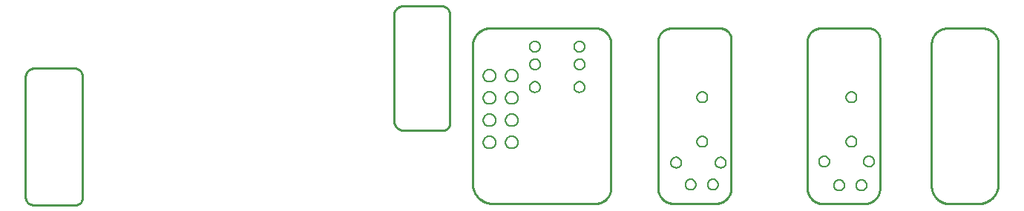
<source format=gbr>
G04 EAGLE Gerber RS-274X export*
G75*
%MOMM*%
%FSLAX34Y34*%
%LPD*%
%INStiffener_Bot*%
%IPPOS*%
%AMOC8*
5,1,8,0,0,1.08239X$1,22.5*%
G01*
%ADD10C,0.254000*%
%ADD11C,0.152400*%


D10*
X391160Y112014D02*
X343154Y112014D01*
X342721Y112017D01*
X342288Y112029D01*
X341855Y112053D01*
X341423Y112087D01*
X340992Y112132D01*
X340562Y112187D01*
X340134Y112253D01*
X339708Y112329D01*
X339283Y112416D01*
X338861Y112513D01*
X338441Y112620D01*
X338024Y112738D01*
X337610Y112866D01*
X337200Y113004D01*
X336792Y113152D01*
X336389Y113310D01*
X335990Y113477D01*
X335594Y113655D01*
X335204Y113842D01*
X334818Y114039D01*
X334437Y114245D01*
X334061Y114461D01*
X333690Y114685D01*
X333325Y114919D01*
X332966Y115161D01*
X332613Y115413D01*
X332267Y115673D01*
X331927Y115941D01*
X331593Y116217D01*
X331266Y116502D01*
X330947Y116795D01*
X330635Y117095D01*
X330330Y117403D01*
X330033Y117718D01*
X329743Y118041D01*
X329462Y118370D01*
X329189Y118706D01*
X328924Y119049D01*
X328668Y119399D01*
X328420Y119754D01*
X328181Y120116D01*
X327951Y120483D01*
X327730Y120856D01*
X327519Y121234D01*
X327316Y121617D01*
X327124Y122005D01*
X326940Y122397D01*
X326767Y122794D01*
X326603Y123195D01*
X326449Y123600D01*
X326305Y124009D01*
X326171Y124421D01*
X326048Y124836D01*
X325934Y125255D01*
X325831Y125675D01*
X325738Y126099D01*
X325656Y126524D01*
X325584Y126951D01*
X325523Y127380D01*
X325472Y127810D01*
X325432Y128242D01*
X325402Y128674D01*
X325383Y129107D01*
X325374Y129540D01*
X325374Y297180D01*
X325378Y297548D01*
X325392Y297916D01*
X325414Y298284D01*
X325445Y298651D01*
X325485Y299017D01*
X325534Y299382D01*
X325592Y299746D01*
X325658Y300108D01*
X325733Y300469D01*
X325817Y300827D01*
X325909Y301184D01*
X326010Y301538D01*
X326120Y301889D01*
X326238Y302238D01*
X326364Y302584D01*
X326499Y302927D01*
X326642Y303266D01*
X326793Y303602D01*
X326952Y303934D01*
X327120Y304262D01*
X327295Y304586D01*
X327478Y304906D01*
X327668Y305221D01*
X327866Y305532D01*
X328072Y305837D01*
X328285Y306138D01*
X328505Y306433D01*
X328732Y306723D01*
X328966Y307007D01*
X329207Y307286D01*
X329454Y307559D01*
X329708Y307825D01*
X329969Y308086D01*
X330235Y308340D01*
X330508Y308587D01*
X330787Y308828D01*
X331071Y309062D01*
X331361Y309289D01*
X331656Y309509D01*
X331957Y309722D01*
X332262Y309928D01*
X332573Y310126D01*
X332888Y310316D01*
X333208Y310499D01*
X333532Y310674D01*
X333860Y310842D01*
X334192Y311001D01*
X334528Y311152D01*
X334867Y311295D01*
X335210Y311430D01*
X335556Y311556D01*
X335905Y311674D01*
X336256Y311784D01*
X336610Y311885D01*
X336967Y311977D01*
X337325Y312061D01*
X337686Y312136D01*
X338048Y312202D01*
X338412Y312260D01*
X338777Y312309D01*
X339143Y312349D01*
X339510Y312380D01*
X339878Y312402D01*
X340246Y312416D01*
X340614Y312420D01*
X396240Y312420D01*
X396547Y312416D01*
X396854Y312405D01*
X397160Y312387D01*
X397466Y312361D01*
X397771Y312327D01*
X398075Y312287D01*
X398378Y312239D01*
X398680Y312183D01*
X398980Y312121D01*
X399279Y312051D01*
X399576Y311974D01*
X399872Y311890D01*
X400165Y311798D01*
X400455Y311700D01*
X400743Y311595D01*
X401029Y311482D01*
X401312Y311363D01*
X401592Y311237D01*
X401869Y311105D01*
X402142Y310965D01*
X402412Y310819D01*
X402678Y310667D01*
X402941Y310508D01*
X403200Y310343D01*
X403454Y310172D01*
X403705Y309995D01*
X403951Y309811D01*
X404193Y309622D01*
X404429Y309427D01*
X404662Y309226D01*
X404889Y309020D01*
X405111Y308808D01*
X405328Y308591D01*
X405540Y308369D01*
X405746Y308142D01*
X405947Y307909D01*
X406142Y307673D01*
X406331Y307431D01*
X406515Y307185D01*
X406692Y306934D01*
X406863Y306680D01*
X407028Y306421D01*
X407187Y306158D01*
X407339Y305892D01*
X407485Y305622D01*
X407625Y305349D01*
X407757Y305072D01*
X407883Y304792D01*
X408002Y304509D01*
X408115Y304223D01*
X408220Y303935D01*
X408318Y303645D01*
X408410Y303352D01*
X408494Y303056D01*
X408571Y302759D01*
X408641Y302460D01*
X408703Y302160D01*
X408759Y301858D01*
X408807Y301555D01*
X408847Y301251D01*
X408881Y300946D01*
X408907Y300640D01*
X408925Y300334D01*
X408936Y300027D01*
X408940Y299720D01*
X408940Y129540D01*
X408931Y129113D01*
X408913Y128687D01*
X408884Y128262D01*
X408845Y127837D01*
X408796Y127413D01*
X408736Y126991D01*
X408666Y126570D01*
X408586Y126151D01*
X408496Y125734D01*
X408396Y125319D01*
X408286Y124907D01*
X408166Y124498D01*
X408036Y124091D01*
X407897Y123688D01*
X407747Y123289D01*
X407588Y122893D01*
X407420Y122501D01*
X407242Y122113D01*
X407055Y121730D01*
X406859Y121351D01*
X406653Y120977D01*
X406439Y120608D01*
X406215Y120245D01*
X405983Y119887D01*
X405743Y119535D01*
X405494Y119188D01*
X405236Y118848D01*
X404971Y118514D01*
X404697Y118187D01*
X404416Y117866D01*
X404127Y117552D01*
X403830Y117246D01*
X403527Y116946D01*
X403216Y116654D01*
X402898Y116370D01*
X402573Y116093D01*
X402242Y115824D01*
X401904Y115564D01*
X401560Y115311D01*
X401210Y115067D01*
X400855Y114832D01*
X400493Y114605D01*
X400127Y114387D01*
X399755Y114178D01*
X399378Y113977D01*
X398997Y113787D01*
X398611Y113605D01*
X398220Y113433D01*
X397826Y113270D01*
X397428Y113117D01*
X397026Y112973D01*
X396621Y112839D01*
X396213Y112715D01*
X395802Y112601D01*
X395388Y112497D01*
X394972Y112403D01*
X394554Y112319D01*
X394134Y112245D01*
X393712Y112181D01*
X393289Y112128D01*
X392864Y112085D01*
X392439Y112052D01*
X392013Y112029D01*
X391587Y112017D01*
X391160Y112014D01*
X513588Y111760D02*
X560832Y111760D01*
X513588Y111760D02*
X513158Y111765D01*
X512729Y111781D01*
X512300Y111807D01*
X511872Y111843D01*
X511445Y111890D01*
X511019Y111947D01*
X510595Y112014D01*
X510172Y112091D01*
X509751Y112179D01*
X509333Y112277D01*
X508917Y112385D01*
X508504Y112502D01*
X508094Y112630D01*
X507687Y112768D01*
X507283Y112915D01*
X506883Y113073D01*
X506487Y113239D01*
X506095Y113416D01*
X505708Y113602D01*
X505325Y113797D01*
X504947Y114001D01*
X504574Y114214D01*
X504207Y114436D01*
X503844Y114668D01*
X503488Y114907D01*
X503137Y115156D01*
X502793Y115412D01*
X502454Y115677D01*
X502123Y115950D01*
X501798Y116231D01*
X501480Y116520D01*
X501168Y116817D01*
X500865Y117120D01*
X500568Y117432D01*
X500279Y117750D01*
X499998Y118075D01*
X499725Y118406D01*
X499460Y118745D01*
X499204Y119089D01*
X498955Y119440D01*
X498716Y119796D01*
X498484Y120159D01*
X498262Y120526D01*
X498049Y120899D01*
X497845Y121277D01*
X497650Y121660D01*
X497464Y122047D01*
X497287Y122439D01*
X497121Y122835D01*
X496963Y123235D01*
X496816Y123639D01*
X496678Y124046D01*
X496550Y124456D01*
X496433Y124869D01*
X496325Y125285D01*
X496227Y125703D01*
X496139Y126124D01*
X496062Y126547D01*
X495995Y126971D01*
X495938Y127397D01*
X495891Y127824D01*
X495855Y128252D01*
X495829Y128681D01*
X495813Y129110D01*
X495808Y129540D01*
X495808Y297180D01*
X495812Y297548D01*
X495826Y297916D01*
X495848Y298284D01*
X495879Y298651D01*
X495919Y299017D01*
X495968Y299382D01*
X496026Y299746D01*
X496092Y300108D01*
X496167Y300469D01*
X496251Y300827D01*
X496343Y301184D01*
X496444Y301538D01*
X496554Y301889D01*
X496672Y302238D01*
X496798Y302584D01*
X496933Y302927D01*
X497076Y303266D01*
X497227Y303602D01*
X497386Y303934D01*
X497554Y304262D01*
X497729Y304586D01*
X497912Y304906D01*
X498102Y305221D01*
X498300Y305532D01*
X498506Y305837D01*
X498719Y306138D01*
X498939Y306433D01*
X499166Y306723D01*
X499400Y307007D01*
X499641Y307286D01*
X499888Y307559D01*
X500142Y307825D01*
X500403Y308086D01*
X500669Y308340D01*
X500942Y308587D01*
X501221Y308828D01*
X501505Y309062D01*
X501795Y309289D01*
X502090Y309509D01*
X502391Y309722D01*
X502696Y309928D01*
X503007Y310126D01*
X503322Y310316D01*
X503642Y310499D01*
X503966Y310674D01*
X504294Y310842D01*
X504626Y311001D01*
X504962Y311152D01*
X505301Y311295D01*
X505644Y311430D01*
X505990Y311556D01*
X506339Y311674D01*
X506690Y311784D01*
X507044Y311885D01*
X507401Y311977D01*
X507759Y312061D01*
X508120Y312136D01*
X508482Y312202D01*
X508846Y312260D01*
X509211Y312309D01*
X509577Y312349D01*
X509944Y312380D01*
X510312Y312402D01*
X510680Y312416D01*
X511048Y312420D01*
X565912Y312420D01*
X566219Y312416D01*
X566526Y312405D01*
X566832Y312387D01*
X567138Y312361D01*
X567443Y312327D01*
X567747Y312287D01*
X568050Y312239D01*
X568352Y312183D01*
X568652Y312121D01*
X568951Y312051D01*
X569248Y311974D01*
X569544Y311890D01*
X569837Y311798D01*
X570127Y311700D01*
X570415Y311595D01*
X570701Y311482D01*
X570984Y311363D01*
X571264Y311237D01*
X571541Y311105D01*
X571814Y310965D01*
X572084Y310819D01*
X572350Y310667D01*
X572613Y310508D01*
X572872Y310343D01*
X573126Y310172D01*
X573377Y309995D01*
X573623Y309811D01*
X573865Y309622D01*
X574101Y309427D01*
X574334Y309226D01*
X574561Y309020D01*
X574783Y308808D01*
X575000Y308591D01*
X575212Y308369D01*
X575418Y308142D01*
X575619Y307909D01*
X575814Y307673D01*
X576003Y307431D01*
X576187Y307185D01*
X576364Y306934D01*
X576535Y306680D01*
X576700Y306421D01*
X576859Y306158D01*
X577011Y305892D01*
X577157Y305622D01*
X577297Y305349D01*
X577429Y305072D01*
X577555Y304792D01*
X577674Y304509D01*
X577787Y304223D01*
X577892Y303935D01*
X577990Y303645D01*
X578082Y303352D01*
X578166Y303056D01*
X578243Y302759D01*
X578313Y302460D01*
X578375Y302160D01*
X578431Y301858D01*
X578479Y301555D01*
X578519Y301251D01*
X578553Y300946D01*
X578579Y300640D01*
X578597Y300334D01*
X578608Y300027D01*
X578612Y299720D01*
X578612Y129540D01*
X578607Y129110D01*
X578591Y128681D01*
X578565Y128252D01*
X578529Y127824D01*
X578482Y127397D01*
X578425Y126971D01*
X578358Y126547D01*
X578281Y126124D01*
X578193Y125703D01*
X578095Y125285D01*
X577987Y124869D01*
X577870Y124456D01*
X577742Y124046D01*
X577604Y123639D01*
X577457Y123235D01*
X577299Y122835D01*
X577133Y122439D01*
X576956Y122047D01*
X576770Y121660D01*
X576575Y121277D01*
X576371Y120899D01*
X576158Y120526D01*
X575936Y120159D01*
X575704Y119796D01*
X575465Y119440D01*
X575216Y119089D01*
X574960Y118745D01*
X574695Y118406D01*
X574422Y118075D01*
X574141Y117750D01*
X573852Y117432D01*
X573555Y117120D01*
X573252Y116817D01*
X572940Y116520D01*
X572622Y116231D01*
X572297Y115950D01*
X571966Y115677D01*
X571627Y115412D01*
X571283Y115156D01*
X570932Y114907D01*
X570576Y114668D01*
X570213Y114436D01*
X569846Y114214D01*
X569473Y114001D01*
X569095Y113797D01*
X568712Y113602D01*
X568325Y113416D01*
X567933Y113239D01*
X567537Y113073D01*
X567137Y112915D01*
X566733Y112768D01*
X566326Y112630D01*
X565916Y112502D01*
X565503Y112385D01*
X565087Y112277D01*
X564669Y112179D01*
X564248Y112091D01*
X563825Y112014D01*
X563401Y111947D01*
X562975Y111890D01*
X562548Y111843D01*
X562120Y111807D01*
X561691Y111781D01*
X561262Y111765D01*
X560832Y111760D01*
D11*
X126039Y258318D02*
X126041Y258491D01*
X126048Y258664D01*
X126058Y258837D01*
X126073Y259010D01*
X126092Y259182D01*
X126115Y259353D01*
X126143Y259524D01*
X126175Y259695D01*
X126210Y259864D01*
X126250Y260033D01*
X126295Y260200D01*
X126343Y260367D01*
X126395Y260532D01*
X126452Y260695D01*
X126512Y260858D01*
X126576Y261019D01*
X126644Y261178D01*
X126717Y261335D01*
X126793Y261491D01*
X126872Y261645D01*
X126956Y261796D01*
X127043Y261946D01*
X127134Y262093D01*
X127228Y262239D01*
X127326Y262381D01*
X127428Y262522D01*
X127533Y262660D01*
X127641Y262795D01*
X127752Y262927D01*
X127867Y263057D01*
X127985Y263184D01*
X128106Y263308D01*
X128230Y263429D01*
X128357Y263547D01*
X128487Y263662D01*
X128619Y263773D01*
X128754Y263881D01*
X128892Y263986D01*
X129033Y264088D01*
X129175Y264186D01*
X129321Y264280D01*
X129468Y264371D01*
X129618Y264458D01*
X129769Y264542D01*
X129923Y264621D01*
X130079Y264697D01*
X130236Y264770D01*
X130395Y264838D01*
X130556Y264902D01*
X130719Y264962D01*
X130882Y265019D01*
X131047Y265071D01*
X131214Y265119D01*
X131381Y265164D01*
X131550Y265204D01*
X131719Y265239D01*
X131890Y265271D01*
X132061Y265299D01*
X132232Y265322D01*
X132404Y265341D01*
X132577Y265356D01*
X132750Y265366D01*
X132923Y265373D01*
X133096Y265375D01*
X133269Y265373D01*
X133442Y265366D01*
X133615Y265356D01*
X133788Y265341D01*
X133960Y265322D01*
X134131Y265299D01*
X134302Y265271D01*
X134473Y265239D01*
X134642Y265204D01*
X134811Y265164D01*
X134978Y265119D01*
X135145Y265071D01*
X135310Y265019D01*
X135473Y264962D01*
X135636Y264902D01*
X135797Y264838D01*
X135956Y264770D01*
X136113Y264697D01*
X136269Y264621D01*
X136423Y264542D01*
X136574Y264458D01*
X136724Y264371D01*
X136871Y264280D01*
X137017Y264186D01*
X137159Y264088D01*
X137300Y263986D01*
X137438Y263881D01*
X137573Y263773D01*
X137705Y263662D01*
X137835Y263547D01*
X137962Y263429D01*
X138086Y263308D01*
X138207Y263184D01*
X138325Y263057D01*
X138440Y262927D01*
X138551Y262795D01*
X138659Y262660D01*
X138764Y262522D01*
X138866Y262381D01*
X138964Y262239D01*
X139058Y262093D01*
X139149Y261946D01*
X139236Y261796D01*
X139320Y261645D01*
X139399Y261491D01*
X139475Y261335D01*
X139548Y261178D01*
X139616Y261019D01*
X139680Y260858D01*
X139740Y260695D01*
X139797Y260532D01*
X139849Y260367D01*
X139897Y260200D01*
X139942Y260033D01*
X139982Y259864D01*
X140017Y259695D01*
X140049Y259524D01*
X140077Y259353D01*
X140100Y259182D01*
X140119Y259010D01*
X140134Y258837D01*
X140144Y258664D01*
X140151Y258491D01*
X140153Y258318D01*
X140151Y258145D01*
X140144Y257972D01*
X140134Y257799D01*
X140119Y257626D01*
X140100Y257454D01*
X140077Y257283D01*
X140049Y257112D01*
X140017Y256941D01*
X139982Y256772D01*
X139942Y256603D01*
X139897Y256436D01*
X139849Y256269D01*
X139797Y256104D01*
X139740Y255941D01*
X139680Y255778D01*
X139616Y255617D01*
X139548Y255458D01*
X139475Y255301D01*
X139399Y255145D01*
X139320Y254991D01*
X139236Y254840D01*
X139149Y254690D01*
X139058Y254543D01*
X138964Y254397D01*
X138866Y254255D01*
X138764Y254114D01*
X138659Y253976D01*
X138551Y253841D01*
X138440Y253709D01*
X138325Y253579D01*
X138207Y253452D01*
X138086Y253328D01*
X137962Y253207D01*
X137835Y253089D01*
X137705Y252974D01*
X137573Y252863D01*
X137438Y252755D01*
X137300Y252650D01*
X137159Y252548D01*
X137017Y252450D01*
X136871Y252356D01*
X136724Y252265D01*
X136574Y252178D01*
X136423Y252094D01*
X136269Y252015D01*
X136113Y251939D01*
X135956Y251866D01*
X135797Y251798D01*
X135636Y251734D01*
X135473Y251674D01*
X135310Y251617D01*
X135145Y251565D01*
X134978Y251517D01*
X134811Y251472D01*
X134642Y251432D01*
X134473Y251397D01*
X134302Y251365D01*
X134131Y251337D01*
X133960Y251314D01*
X133788Y251295D01*
X133615Y251280D01*
X133442Y251270D01*
X133269Y251263D01*
X133096Y251261D01*
X132923Y251263D01*
X132750Y251270D01*
X132577Y251280D01*
X132404Y251295D01*
X132232Y251314D01*
X132061Y251337D01*
X131890Y251365D01*
X131719Y251397D01*
X131550Y251432D01*
X131381Y251472D01*
X131214Y251517D01*
X131047Y251565D01*
X130882Y251617D01*
X130719Y251674D01*
X130556Y251734D01*
X130395Y251798D01*
X130236Y251866D01*
X130079Y251939D01*
X129923Y252015D01*
X129769Y252094D01*
X129618Y252178D01*
X129468Y252265D01*
X129321Y252356D01*
X129175Y252450D01*
X129033Y252548D01*
X128892Y252650D01*
X128754Y252755D01*
X128619Y252863D01*
X128487Y252974D01*
X128357Y253089D01*
X128230Y253207D01*
X128106Y253328D01*
X127985Y253452D01*
X127867Y253579D01*
X127752Y253709D01*
X127641Y253841D01*
X127533Y253976D01*
X127428Y254114D01*
X127326Y254255D01*
X127228Y254397D01*
X127134Y254543D01*
X127043Y254690D01*
X126956Y254840D01*
X126872Y254991D01*
X126793Y255145D01*
X126717Y255301D01*
X126644Y255458D01*
X126576Y255617D01*
X126512Y255778D01*
X126452Y255941D01*
X126395Y256104D01*
X126343Y256269D01*
X126295Y256436D01*
X126250Y256603D01*
X126210Y256772D01*
X126175Y256941D01*
X126143Y257112D01*
X126115Y257283D01*
X126092Y257454D01*
X126073Y257626D01*
X126058Y257799D01*
X126048Y257972D01*
X126041Y258145D01*
X126039Y258318D01*
X151439Y258318D02*
X151441Y258491D01*
X151448Y258664D01*
X151458Y258837D01*
X151473Y259010D01*
X151492Y259182D01*
X151515Y259353D01*
X151543Y259524D01*
X151575Y259695D01*
X151610Y259864D01*
X151650Y260033D01*
X151695Y260200D01*
X151743Y260367D01*
X151795Y260532D01*
X151852Y260695D01*
X151912Y260858D01*
X151976Y261019D01*
X152044Y261178D01*
X152117Y261335D01*
X152193Y261491D01*
X152272Y261645D01*
X152356Y261796D01*
X152443Y261946D01*
X152534Y262093D01*
X152628Y262239D01*
X152726Y262381D01*
X152828Y262522D01*
X152933Y262660D01*
X153041Y262795D01*
X153152Y262927D01*
X153267Y263057D01*
X153385Y263184D01*
X153506Y263308D01*
X153630Y263429D01*
X153757Y263547D01*
X153887Y263662D01*
X154019Y263773D01*
X154154Y263881D01*
X154292Y263986D01*
X154433Y264088D01*
X154575Y264186D01*
X154721Y264280D01*
X154868Y264371D01*
X155018Y264458D01*
X155169Y264542D01*
X155323Y264621D01*
X155479Y264697D01*
X155636Y264770D01*
X155795Y264838D01*
X155956Y264902D01*
X156119Y264962D01*
X156282Y265019D01*
X156447Y265071D01*
X156614Y265119D01*
X156781Y265164D01*
X156950Y265204D01*
X157119Y265239D01*
X157290Y265271D01*
X157461Y265299D01*
X157632Y265322D01*
X157804Y265341D01*
X157977Y265356D01*
X158150Y265366D01*
X158323Y265373D01*
X158496Y265375D01*
X158669Y265373D01*
X158842Y265366D01*
X159015Y265356D01*
X159188Y265341D01*
X159360Y265322D01*
X159531Y265299D01*
X159702Y265271D01*
X159873Y265239D01*
X160042Y265204D01*
X160211Y265164D01*
X160378Y265119D01*
X160545Y265071D01*
X160710Y265019D01*
X160873Y264962D01*
X161036Y264902D01*
X161197Y264838D01*
X161356Y264770D01*
X161513Y264697D01*
X161669Y264621D01*
X161823Y264542D01*
X161974Y264458D01*
X162124Y264371D01*
X162271Y264280D01*
X162417Y264186D01*
X162559Y264088D01*
X162700Y263986D01*
X162838Y263881D01*
X162973Y263773D01*
X163105Y263662D01*
X163235Y263547D01*
X163362Y263429D01*
X163486Y263308D01*
X163607Y263184D01*
X163725Y263057D01*
X163840Y262927D01*
X163951Y262795D01*
X164059Y262660D01*
X164164Y262522D01*
X164266Y262381D01*
X164364Y262239D01*
X164458Y262093D01*
X164549Y261946D01*
X164636Y261796D01*
X164720Y261645D01*
X164799Y261491D01*
X164875Y261335D01*
X164948Y261178D01*
X165016Y261019D01*
X165080Y260858D01*
X165140Y260695D01*
X165197Y260532D01*
X165249Y260367D01*
X165297Y260200D01*
X165342Y260033D01*
X165382Y259864D01*
X165417Y259695D01*
X165449Y259524D01*
X165477Y259353D01*
X165500Y259182D01*
X165519Y259010D01*
X165534Y258837D01*
X165544Y258664D01*
X165551Y258491D01*
X165553Y258318D01*
X165551Y258145D01*
X165544Y257972D01*
X165534Y257799D01*
X165519Y257626D01*
X165500Y257454D01*
X165477Y257283D01*
X165449Y257112D01*
X165417Y256941D01*
X165382Y256772D01*
X165342Y256603D01*
X165297Y256436D01*
X165249Y256269D01*
X165197Y256104D01*
X165140Y255941D01*
X165080Y255778D01*
X165016Y255617D01*
X164948Y255458D01*
X164875Y255301D01*
X164799Y255145D01*
X164720Y254991D01*
X164636Y254840D01*
X164549Y254690D01*
X164458Y254543D01*
X164364Y254397D01*
X164266Y254255D01*
X164164Y254114D01*
X164059Y253976D01*
X163951Y253841D01*
X163840Y253709D01*
X163725Y253579D01*
X163607Y253452D01*
X163486Y253328D01*
X163362Y253207D01*
X163235Y253089D01*
X163105Y252974D01*
X162973Y252863D01*
X162838Y252755D01*
X162700Y252650D01*
X162559Y252548D01*
X162417Y252450D01*
X162271Y252356D01*
X162124Y252265D01*
X161974Y252178D01*
X161823Y252094D01*
X161669Y252015D01*
X161513Y251939D01*
X161356Y251866D01*
X161197Y251798D01*
X161036Y251734D01*
X160873Y251674D01*
X160710Y251617D01*
X160545Y251565D01*
X160378Y251517D01*
X160211Y251472D01*
X160042Y251432D01*
X159873Y251397D01*
X159702Y251365D01*
X159531Y251337D01*
X159360Y251314D01*
X159188Y251295D01*
X159015Y251280D01*
X158842Y251270D01*
X158669Y251263D01*
X158496Y251261D01*
X158323Y251263D01*
X158150Y251270D01*
X157977Y251280D01*
X157804Y251295D01*
X157632Y251314D01*
X157461Y251337D01*
X157290Y251365D01*
X157119Y251397D01*
X156950Y251432D01*
X156781Y251472D01*
X156614Y251517D01*
X156447Y251565D01*
X156282Y251617D01*
X156119Y251674D01*
X155956Y251734D01*
X155795Y251798D01*
X155636Y251866D01*
X155479Y251939D01*
X155323Y252015D01*
X155169Y252094D01*
X155018Y252178D01*
X154868Y252265D01*
X154721Y252356D01*
X154575Y252450D01*
X154433Y252548D01*
X154292Y252650D01*
X154154Y252755D01*
X154019Y252863D01*
X153887Y252974D01*
X153757Y253089D01*
X153630Y253207D01*
X153506Y253328D01*
X153385Y253452D01*
X153267Y253579D01*
X153152Y253709D01*
X153041Y253841D01*
X152933Y253976D01*
X152828Y254114D01*
X152726Y254255D01*
X152628Y254397D01*
X152534Y254543D01*
X152443Y254690D01*
X152356Y254840D01*
X152272Y254991D01*
X152193Y255145D01*
X152117Y255301D01*
X152044Y255458D01*
X151976Y255617D01*
X151912Y255778D01*
X151852Y255941D01*
X151795Y256104D01*
X151743Y256269D01*
X151695Y256436D01*
X151650Y256603D01*
X151610Y256772D01*
X151575Y256941D01*
X151543Y257112D01*
X151515Y257283D01*
X151492Y257454D01*
X151473Y257626D01*
X151458Y257799D01*
X151448Y257972D01*
X151441Y258145D01*
X151439Y258318D01*
X126039Y232918D02*
X126041Y233091D01*
X126048Y233264D01*
X126058Y233437D01*
X126073Y233610D01*
X126092Y233782D01*
X126115Y233953D01*
X126143Y234124D01*
X126175Y234295D01*
X126210Y234464D01*
X126250Y234633D01*
X126295Y234800D01*
X126343Y234967D01*
X126395Y235132D01*
X126452Y235295D01*
X126512Y235458D01*
X126576Y235619D01*
X126644Y235778D01*
X126717Y235935D01*
X126793Y236091D01*
X126872Y236245D01*
X126956Y236396D01*
X127043Y236546D01*
X127134Y236693D01*
X127228Y236839D01*
X127326Y236981D01*
X127428Y237122D01*
X127533Y237260D01*
X127641Y237395D01*
X127752Y237527D01*
X127867Y237657D01*
X127985Y237784D01*
X128106Y237908D01*
X128230Y238029D01*
X128357Y238147D01*
X128487Y238262D01*
X128619Y238373D01*
X128754Y238481D01*
X128892Y238586D01*
X129033Y238688D01*
X129175Y238786D01*
X129321Y238880D01*
X129468Y238971D01*
X129618Y239058D01*
X129769Y239142D01*
X129923Y239221D01*
X130079Y239297D01*
X130236Y239370D01*
X130395Y239438D01*
X130556Y239502D01*
X130719Y239562D01*
X130882Y239619D01*
X131047Y239671D01*
X131214Y239719D01*
X131381Y239764D01*
X131550Y239804D01*
X131719Y239839D01*
X131890Y239871D01*
X132061Y239899D01*
X132232Y239922D01*
X132404Y239941D01*
X132577Y239956D01*
X132750Y239966D01*
X132923Y239973D01*
X133096Y239975D01*
X133269Y239973D01*
X133442Y239966D01*
X133615Y239956D01*
X133788Y239941D01*
X133960Y239922D01*
X134131Y239899D01*
X134302Y239871D01*
X134473Y239839D01*
X134642Y239804D01*
X134811Y239764D01*
X134978Y239719D01*
X135145Y239671D01*
X135310Y239619D01*
X135473Y239562D01*
X135636Y239502D01*
X135797Y239438D01*
X135956Y239370D01*
X136113Y239297D01*
X136269Y239221D01*
X136423Y239142D01*
X136574Y239058D01*
X136724Y238971D01*
X136871Y238880D01*
X137017Y238786D01*
X137159Y238688D01*
X137300Y238586D01*
X137438Y238481D01*
X137573Y238373D01*
X137705Y238262D01*
X137835Y238147D01*
X137962Y238029D01*
X138086Y237908D01*
X138207Y237784D01*
X138325Y237657D01*
X138440Y237527D01*
X138551Y237395D01*
X138659Y237260D01*
X138764Y237122D01*
X138866Y236981D01*
X138964Y236839D01*
X139058Y236693D01*
X139149Y236546D01*
X139236Y236396D01*
X139320Y236245D01*
X139399Y236091D01*
X139475Y235935D01*
X139548Y235778D01*
X139616Y235619D01*
X139680Y235458D01*
X139740Y235295D01*
X139797Y235132D01*
X139849Y234967D01*
X139897Y234800D01*
X139942Y234633D01*
X139982Y234464D01*
X140017Y234295D01*
X140049Y234124D01*
X140077Y233953D01*
X140100Y233782D01*
X140119Y233610D01*
X140134Y233437D01*
X140144Y233264D01*
X140151Y233091D01*
X140153Y232918D01*
X140151Y232745D01*
X140144Y232572D01*
X140134Y232399D01*
X140119Y232226D01*
X140100Y232054D01*
X140077Y231883D01*
X140049Y231712D01*
X140017Y231541D01*
X139982Y231372D01*
X139942Y231203D01*
X139897Y231036D01*
X139849Y230869D01*
X139797Y230704D01*
X139740Y230541D01*
X139680Y230378D01*
X139616Y230217D01*
X139548Y230058D01*
X139475Y229901D01*
X139399Y229745D01*
X139320Y229591D01*
X139236Y229440D01*
X139149Y229290D01*
X139058Y229143D01*
X138964Y228997D01*
X138866Y228855D01*
X138764Y228714D01*
X138659Y228576D01*
X138551Y228441D01*
X138440Y228309D01*
X138325Y228179D01*
X138207Y228052D01*
X138086Y227928D01*
X137962Y227807D01*
X137835Y227689D01*
X137705Y227574D01*
X137573Y227463D01*
X137438Y227355D01*
X137300Y227250D01*
X137159Y227148D01*
X137017Y227050D01*
X136871Y226956D01*
X136724Y226865D01*
X136574Y226778D01*
X136423Y226694D01*
X136269Y226615D01*
X136113Y226539D01*
X135956Y226466D01*
X135797Y226398D01*
X135636Y226334D01*
X135473Y226274D01*
X135310Y226217D01*
X135145Y226165D01*
X134978Y226117D01*
X134811Y226072D01*
X134642Y226032D01*
X134473Y225997D01*
X134302Y225965D01*
X134131Y225937D01*
X133960Y225914D01*
X133788Y225895D01*
X133615Y225880D01*
X133442Y225870D01*
X133269Y225863D01*
X133096Y225861D01*
X132923Y225863D01*
X132750Y225870D01*
X132577Y225880D01*
X132404Y225895D01*
X132232Y225914D01*
X132061Y225937D01*
X131890Y225965D01*
X131719Y225997D01*
X131550Y226032D01*
X131381Y226072D01*
X131214Y226117D01*
X131047Y226165D01*
X130882Y226217D01*
X130719Y226274D01*
X130556Y226334D01*
X130395Y226398D01*
X130236Y226466D01*
X130079Y226539D01*
X129923Y226615D01*
X129769Y226694D01*
X129618Y226778D01*
X129468Y226865D01*
X129321Y226956D01*
X129175Y227050D01*
X129033Y227148D01*
X128892Y227250D01*
X128754Y227355D01*
X128619Y227463D01*
X128487Y227574D01*
X128357Y227689D01*
X128230Y227807D01*
X128106Y227928D01*
X127985Y228052D01*
X127867Y228179D01*
X127752Y228309D01*
X127641Y228441D01*
X127533Y228576D01*
X127428Y228714D01*
X127326Y228855D01*
X127228Y228997D01*
X127134Y229143D01*
X127043Y229290D01*
X126956Y229440D01*
X126872Y229591D01*
X126793Y229745D01*
X126717Y229901D01*
X126644Y230058D01*
X126576Y230217D01*
X126512Y230378D01*
X126452Y230541D01*
X126395Y230704D01*
X126343Y230869D01*
X126295Y231036D01*
X126250Y231203D01*
X126210Y231372D01*
X126175Y231541D01*
X126143Y231712D01*
X126115Y231883D01*
X126092Y232054D01*
X126073Y232226D01*
X126058Y232399D01*
X126048Y232572D01*
X126041Y232745D01*
X126039Y232918D01*
X151439Y232918D02*
X151441Y233091D01*
X151448Y233264D01*
X151458Y233437D01*
X151473Y233610D01*
X151492Y233782D01*
X151515Y233953D01*
X151543Y234124D01*
X151575Y234295D01*
X151610Y234464D01*
X151650Y234633D01*
X151695Y234800D01*
X151743Y234967D01*
X151795Y235132D01*
X151852Y235295D01*
X151912Y235458D01*
X151976Y235619D01*
X152044Y235778D01*
X152117Y235935D01*
X152193Y236091D01*
X152272Y236245D01*
X152356Y236396D01*
X152443Y236546D01*
X152534Y236693D01*
X152628Y236839D01*
X152726Y236981D01*
X152828Y237122D01*
X152933Y237260D01*
X153041Y237395D01*
X153152Y237527D01*
X153267Y237657D01*
X153385Y237784D01*
X153506Y237908D01*
X153630Y238029D01*
X153757Y238147D01*
X153887Y238262D01*
X154019Y238373D01*
X154154Y238481D01*
X154292Y238586D01*
X154433Y238688D01*
X154575Y238786D01*
X154721Y238880D01*
X154868Y238971D01*
X155018Y239058D01*
X155169Y239142D01*
X155323Y239221D01*
X155479Y239297D01*
X155636Y239370D01*
X155795Y239438D01*
X155956Y239502D01*
X156119Y239562D01*
X156282Y239619D01*
X156447Y239671D01*
X156614Y239719D01*
X156781Y239764D01*
X156950Y239804D01*
X157119Y239839D01*
X157290Y239871D01*
X157461Y239899D01*
X157632Y239922D01*
X157804Y239941D01*
X157977Y239956D01*
X158150Y239966D01*
X158323Y239973D01*
X158496Y239975D01*
X158669Y239973D01*
X158842Y239966D01*
X159015Y239956D01*
X159188Y239941D01*
X159360Y239922D01*
X159531Y239899D01*
X159702Y239871D01*
X159873Y239839D01*
X160042Y239804D01*
X160211Y239764D01*
X160378Y239719D01*
X160545Y239671D01*
X160710Y239619D01*
X160873Y239562D01*
X161036Y239502D01*
X161197Y239438D01*
X161356Y239370D01*
X161513Y239297D01*
X161669Y239221D01*
X161823Y239142D01*
X161974Y239058D01*
X162124Y238971D01*
X162271Y238880D01*
X162417Y238786D01*
X162559Y238688D01*
X162700Y238586D01*
X162838Y238481D01*
X162973Y238373D01*
X163105Y238262D01*
X163235Y238147D01*
X163362Y238029D01*
X163486Y237908D01*
X163607Y237784D01*
X163725Y237657D01*
X163840Y237527D01*
X163951Y237395D01*
X164059Y237260D01*
X164164Y237122D01*
X164266Y236981D01*
X164364Y236839D01*
X164458Y236693D01*
X164549Y236546D01*
X164636Y236396D01*
X164720Y236245D01*
X164799Y236091D01*
X164875Y235935D01*
X164948Y235778D01*
X165016Y235619D01*
X165080Y235458D01*
X165140Y235295D01*
X165197Y235132D01*
X165249Y234967D01*
X165297Y234800D01*
X165342Y234633D01*
X165382Y234464D01*
X165417Y234295D01*
X165449Y234124D01*
X165477Y233953D01*
X165500Y233782D01*
X165519Y233610D01*
X165534Y233437D01*
X165544Y233264D01*
X165551Y233091D01*
X165553Y232918D01*
X165551Y232745D01*
X165544Y232572D01*
X165534Y232399D01*
X165519Y232226D01*
X165500Y232054D01*
X165477Y231883D01*
X165449Y231712D01*
X165417Y231541D01*
X165382Y231372D01*
X165342Y231203D01*
X165297Y231036D01*
X165249Y230869D01*
X165197Y230704D01*
X165140Y230541D01*
X165080Y230378D01*
X165016Y230217D01*
X164948Y230058D01*
X164875Y229901D01*
X164799Y229745D01*
X164720Y229591D01*
X164636Y229440D01*
X164549Y229290D01*
X164458Y229143D01*
X164364Y228997D01*
X164266Y228855D01*
X164164Y228714D01*
X164059Y228576D01*
X163951Y228441D01*
X163840Y228309D01*
X163725Y228179D01*
X163607Y228052D01*
X163486Y227928D01*
X163362Y227807D01*
X163235Y227689D01*
X163105Y227574D01*
X162973Y227463D01*
X162838Y227355D01*
X162700Y227250D01*
X162559Y227148D01*
X162417Y227050D01*
X162271Y226956D01*
X162124Y226865D01*
X161974Y226778D01*
X161823Y226694D01*
X161669Y226615D01*
X161513Y226539D01*
X161356Y226466D01*
X161197Y226398D01*
X161036Y226334D01*
X160873Y226274D01*
X160710Y226217D01*
X160545Y226165D01*
X160378Y226117D01*
X160211Y226072D01*
X160042Y226032D01*
X159873Y225997D01*
X159702Y225965D01*
X159531Y225937D01*
X159360Y225914D01*
X159188Y225895D01*
X159015Y225880D01*
X158842Y225870D01*
X158669Y225863D01*
X158496Y225861D01*
X158323Y225863D01*
X158150Y225870D01*
X157977Y225880D01*
X157804Y225895D01*
X157632Y225914D01*
X157461Y225937D01*
X157290Y225965D01*
X157119Y225997D01*
X156950Y226032D01*
X156781Y226072D01*
X156614Y226117D01*
X156447Y226165D01*
X156282Y226217D01*
X156119Y226274D01*
X155956Y226334D01*
X155795Y226398D01*
X155636Y226466D01*
X155479Y226539D01*
X155323Y226615D01*
X155169Y226694D01*
X155018Y226778D01*
X154868Y226865D01*
X154721Y226956D01*
X154575Y227050D01*
X154433Y227148D01*
X154292Y227250D01*
X154154Y227355D01*
X154019Y227463D01*
X153887Y227574D01*
X153757Y227689D01*
X153630Y227807D01*
X153506Y227928D01*
X153385Y228052D01*
X153267Y228179D01*
X153152Y228309D01*
X153041Y228441D01*
X152933Y228576D01*
X152828Y228714D01*
X152726Y228855D01*
X152628Y228997D01*
X152534Y229143D01*
X152443Y229290D01*
X152356Y229440D01*
X152272Y229591D01*
X152193Y229745D01*
X152117Y229901D01*
X152044Y230058D01*
X151976Y230217D01*
X151912Y230378D01*
X151852Y230541D01*
X151795Y230704D01*
X151743Y230869D01*
X151695Y231036D01*
X151650Y231203D01*
X151610Y231372D01*
X151575Y231541D01*
X151543Y231712D01*
X151515Y231883D01*
X151492Y232054D01*
X151473Y232226D01*
X151458Y232399D01*
X151448Y232572D01*
X151441Y232745D01*
X151439Y232918D01*
X126039Y207518D02*
X126041Y207691D01*
X126048Y207864D01*
X126058Y208037D01*
X126073Y208210D01*
X126092Y208382D01*
X126115Y208553D01*
X126143Y208724D01*
X126175Y208895D01*
X126210Y209064D01*
X126250Y209233D01*
X126295Y209400D01*
X126343Y209567D01*
X126395Y209732D01*
X126452Y209895D01*
X126512Y210058D01*
X126576Y210219D01*
X126644Y210378D01*
X126717Y210535D01*
X126793Y210691D01*
X126872Y210845D01*
X126956Y210996D01*
X127043Y211146D01*
X127134Y211293D01*
X127228Y211439D01*
X127326Y211581D01*
X127428Y211722D01*
X127533Y211860D01*
X127641Y211995D01*
X127752Y212127D01*
X127867Y212257D01*
X127985Y212384D01*
X128106Y212508D01*
X128230Y212629D01*
X128357Y212747D01*
X128487Y212862D01*
X128619Y212973D01*
X128754Y213081D01*
X128892Y213186D01*
X129033Y213288D01*
X129175Y213386D01*
X129321Y213480D01*
X129468Y213571D01*
X129618Y213658D01*
X129769Y213742D01*
X129923Y213821D01*
X130079Y213897D01*
X130236Y213970D01*
X130395Y214038D01*
X130556Y214102D01*
X130719Y214162D01*
X130882Y214219D01*
X131047Y214271D01*
X131214Y214319D01*
X131381Y214364D01*
X131550Y214404D01*
X131719Y214439D01*
X131890Y214471D01*
X132061Y214499D01*
X132232Y214522D01*
X132404Y214541D01*
X132577Y214556D01*
X132750Y214566D01*
X132923Y214573D01*
X133096Y214575D01*
X133269Y214573D01*
X133442Y214566D01*
X133615Y214556D01*
X133788Y214541D01*
X133960Y214522D01*
X134131Y214499D01*
X134302Y214471D01*
X134473Y214439D01*
X134642Y214404D01*
X134811Y214364D01*
X134978Y214319D01*
X135145Y214271D01*
X135310Y214219D01*
X135473Y214162D01*
X135636Y214102D01*
X135797Y214038D01*
X135956Y213970D01*
X136113Y213897D01*
X136269Y213821D01*
X136423Y213742D01*
X136574Y213658D01*
X136724Y213571D01*
X136871Y213480D01*
X137017Y213386D01*
X137159Y213288D01*
X137300Y213186D01*
X137438Y213081D01*
X137573Y212973D01*
X137705Y212862D01*
X137835Y212747D01*
X137962Y212629D01*
X138086Y212508D01*
X138207Y212384D01*
X138325Y212257D01*
X138440Y212127D01*
X138551Y211995D01*
X138659Y211860D01*
X138764Y211722D01*
X138866Y211581D01*
X138964Y211439D01*
X139058Y211293D01*
X139149Y211146D01*
X139236Y210996D01*
X139320Y210845D01*
X139399Y210691D01*
X139475Y210535D01*
X139548Y210378D01*
X139616Y210219D01*
X139680Y210058D01*
X139740Y209895D01*
X139797Y209732D01*
X139849Y209567D01*
X139897Y209400D01*
X139942Y209233D01*
X139982Y209064D01*
X140017Y208895D01*
X140049Y208724D01*
X140077Y208553D01*
X140100Y208382D01*
X140119Y208210D01*
X140134Y208037D01*
X140144Y207864D01*
X140151Y207691D01*
X140153Y207518D01*
X140151Y207345D01*
X140144Y207172D01*
X140134Y206999D01*
X140119Y206826D01*
X140100Y206654D01*
X140077Y206483D01*
X140049Y206312D01*
X140017Y206141D01*
X139982Y205972D01*
X139942Y205803D01*
X139897Y205636D01*
X139849Y205469D01*
X139797Y205304D01*
X139740Y205141D01*
X139680Y204978D01*
X139616Y204817D01*
X139548Y204658D01*
X139475Y204501D01*
X139399Y204345D01*
X139320Y204191D01*
X139236Y204040D01*
X139149Y203890D01*
X139058Y203743D01*
X138964Y203597D01*
X138866Y203455D01*
X138764Y203314D01*
X138659Y203176D01*
X138551Y203041D01*
X138440Y202909D01*
X138325Y202779D01*
X138207Y202652D01*
X138086Y202528D01*
X137962Y202407D01*
X137835Y202289D01*
X137705Y202174D01*
X137573Y202063D01*
X137438Y201955D01*
X137300Y201850D01*
X137159Y201748D01*
X137017Y201650D01*
X136871Y201556D01*
X136724Y201465D01*
X136574Y201378D01*
X136423Y201294D01*
X136269Y201215D01*
X136113Y201139D01*
X135956Y201066D01*
X135797Y200998D01*
X135636Y200934D01*
X135473Y200874D01*
X135310Y200817D01*
X135145Y200765D01*
X134978Y200717D01*
X134811Y200672D01*
X134642Y200632D01*
X134473Y200597D01*
X134302Y200565D01*
X134131Y200537D01*
X133960Y200514D01*
X133788Y200495D01*
X133615Y200480D01*
X133442Y200470D01*
X133269Y200463D01*
X133096Y200461D01*
X132923Y200463D01*
X132750Y200470D01*
X132577Y200480D01*
X132404Y200495D01*
X132232Y200514D01*
X132061Y200537D01*
X131890Y200565D01*
X131719Y200597D01*
X131550Y200632D01*
X131381Y200672D01*
X131214Y200717D01*
X131047Y200765D01*
X130882Y200817D01*
X130719Y200874D01*
X130556Y200934D01*
X130395Y200998D01*
X130236Y201066D01*
X130079Y201139D01*
X129923Y201215D01*
X129769Y201294D01*
X129618Y201378D01*
X129468Y201465D01*
X129321Y201556D01*
X129175Y201650D01*
X129033Y201748D01*
X128892Y201850D01*
X128754Y201955D01*
X128619Y202063D01*
X128487Y202174D01*
X128357Y202289D01*
X128230Y202407D01*
X128106Y202528D01*
X127985Y202652D01*
X127867Y202779D01*
X127752Y202909D01*
X127641Y203041D01*
X127533Y203176D01*
X127428Y203314D01*
X127326Y203455D01*
X127228Y203597D01*
X127134Y203743D01*
X127043Y203890D01*
X126956Y204040D01*
X126872Y204191D01*
X126793Y204345D01*
X126717Y204501D01*
X126644Y204658D01*
X126576Y204817D01*
X126512Y204978D01*
X126452Y205141D01*
X126395Y205304D01*
X126343Y205469D01*
X126295Y205636D01*
X126250Y205803D01*
X126210Y205972D01*
X126175Y206141D01*
X126143Y206312D01*
X126115Y206483D01*
X126092Y206654D01*
X126073Y206826D01*
X126058Y206999D01*
X126048Y207172D01*
X126041Y207345D01*
X126039Y207518D01*
X151439Y207518D02*
X151441Y207691D01*
X151448Y207864D01*
X151458Y208037D01*
X151473Y208210D01*
X151492Y208382D01*
X151515Y208553D01*
X151543Y208724D01*
X151575Y208895D01*
X151610Y209064D01*
X151650Y209233D01*
X151695Y209400D01*
X151743Y209567D01*
X151795Y209732D01*
X151852Y209895D01*
X151912Y210058D01*
X151976Y210219D01*
X152044Y210378D01*
X152117Y210535D01*
X152193Y210691D01*
X152272Y210845D01*
X152356Y210996D01*
X152443Y211146D01*
X152534Y211293D01*
X152628Y211439D01*
X152726Y211581D01*
X152828Y211722D01*
X152933Y211860D01*
X153041Y211995D01*
X153152Y212127D01*
X153267Y212257D01*
X153385Y212384D01*
X153506Y212508D01*
X153630Y212629D01*
X153757Y212747D01*
X153887Y212862D01*
X154019Y212973D01*
X154154Y213081D01*
X154292Y213186D01*
X154433Y213288D01*
X154575Y213386D01*
X154721Y213480D01*
X154868Y213571D01*
X155018Y213658D01*
X155169Y213742D01*
X155323Y213821D01*
X155479Y213897D01*
X155636Y213970D01*
X155795Y214038D01*
X155956Y214102D01*
X156119Y214162D01*
X156282Y214219D01*
X156447Y214271D01*
X156614Y214319D01*
X156781Y214364D01*
X156950Y214404D01*
X157119Y214439D01*
X157290Y214471D01*
X157461Y214499D01*
X157632Y214522D01*
X157804Y214541D01*
X157977Y214556D01*
X158150Y214566D01*
X158323Y214573D01*
X158496Y214575D01*
X158669Y214573D01*
X158842Y214566D01*
X159015Y214556D01*
X159188Y214541D01*
X159360Y214522D01*
X159531Y214499D01*
X159702Y214471D01*
X159873Y214439D01*
X160042Y214404D01*
X160211Y214364D01*
X160378Y214319D01*
X160545Y214271D01*
X160710Y214219D01*
X160873Y214162D01*
X161036Y214102D01*
X161197Y214038D01*
X161356Y213970D01*
X161513Y213897D01*
X161669Y213821D01*
X161823Y213742D01*
X161974Y213658D01*
X162124Y213571D01*
X162271Y213480D01*
X162417Y213386D01*
X162559Y213288D01*
X162700Y213186D01*
X162838Y213081D01*
X162973Y212973D01*
X163105Y212862D01*
X163235Y212747D01*
X163362Y212629D01*
X163486Y212508D01*
X163607Y212384D01*
X163725Y212257D01*
X163840Y212127D01*
X163951Y211995D01*
X164059Y211860D01*
X164164Y211722D01*
X164266Y211581D01*
X164364Y211439D01*
X164458Y211293D01*
X164549Y211146D01*
X164636Y210996D01*
X164720Y210845D01*
X164799Y210691D01*
X164875Y210535D01*
X164948Y210378D01*
X165016Y210219D01*
X165080Y210058D01*
X165140Y209895D01*
X165197Y209732D01*
X165249Y209567D01*
X165297Y209400D01*
X165342Y209233D01*
X165382Y209064D01*
X165417Y208895D01*
X165449Y208724D01*
X165477Y208553D01*
X165500Y208382D01*
X165519Y208210D01*
X165534Y208037D01*
X165544Y207864D01*
X165551Y207691D01*
X165553Y207518D01*
X165551Y207345D01*
X165544Y207172D01*
X165534Y206999D01*
X165519Y206826D01*
X165500Y206654D01*
X165477Y206483D01*
X165449Y206312D01*
X165417Y206141D01*
X165382Y205972D01*
X165342Y205803D01*
X165297Y205636D01*
X165249Y205469D01*
X165197Y205304D01*
X165140Y205141D01*
X165080Y204978D01*
X165016Y204817D01*
X164948Y204658D01*
X164875Y204501D01*
X164799Y204345D01*
X164720Y204191D01*
X164636Y204040D01*
X164549Y203890D01*
X164458Y203743D01*
X164364Y203597D01*
X164266Y203455D01*
X164164Y203314D01*
X164059Y203176D01*
X163951Y203041D01*
X163840Y202909D01*
X163725Y202779D01*
X163607Y202652D01*
X163486Y202528D01*
X163362Y202407D01*
X163235Y202289D01*
X163105Y202174D01*
X162973Y202063D01*
X162838Y201955D01*
X162700Y201850D01*
X162559Y201748D01*
X162417Y201650D01*
X162271Y201556D01*
X162124Y201465D01*
X161974Y201378D01*
X161823Y201294D01*
X161669Y201215D01*
X161513Y201139D01*
X161356Y201066D01*
X161197Y200998D01*
X161036Y200934D01*
X160873Y200874D01*
X160710Y200817D01*
X160545Y200765D01*
X160378Y200717D01*
X160211Y200672D01*
X160042Y200632D01*
X159873Y200597D01*
X159702Y200565D01*
X159531Y200537D01*
X159360Y200514D01*
X159188Y200495D01*
X159015Y200480D01*
X158842Y200470D01*
X158669Y200463D01*
X158496Y200461D01*
X158323Y200463D01*
X158150Y200470D01*
X157977Y200480D01*
X157804Y200495D01*
X157632Y200514D01*
X157461Y200537D01*
X157290Y200565D01*
X157119Y200597D01*
X156950Y200632D01*
X156781Y200672D01*
X156614Y200717D01*
X156447Y200765D01*
X156282Y200817D01*
X156119Y200874D01*
X155956Y200934D01*
X155795Y200998D01*
X155636Y201066D01*
X155479Y201139D01*
X155323Y201215D01*
X155169Y201294D01*
X155018Y201378D01*
X154868Y201465D01*
X154721Y201556D01*
X154575Y201650D01*
X154433Y201748D01*
X154292Y201850D01*
X154154Y201955D01*
X154019Y202063D01*
X153887Y202174D01*
X153757Y202289D01*
X153630Y202407D01*
X153506Y202528D01*
X153385Y202652D01*
X153267Y202779D01*
X153152Y202909D01*
X153041Y203041D01*
X152933Y203176D01*
X152828Y203314D01*
X152726Y203455D01*
X152628Y203597D01*
X152534Y203743D01*
X152443Y203890D01*
X152356Y204040D01*
X152272Y204191D01*
X152193Y204345D01*
X152117Y204501D01*
X152044Y204658D01*
X151976Y204817D01*
X151912Y204978D01*
X151852Y205141D01*
X151795Y205304D01*
X151743Y205469D01*
X151695Y205636D01*
X151650Y205803D01*
X151610Y205972D01*
X151575Y206141D01*
X151543Y206312D01*
X151515Y206483D01*
X151492Y206654D01*
X151473Y206826D01*
X151458Y206999D01*
X151448Y207172D01*
X151441Y207345D01*
X151439Y207518D01*
X126039Y182118D02*
X126041Y182291D01*
X126048Y182464D01*
X126058Y182637D01*
X126073Y182810D01*
X126092Y182982D01*
X126115Y183153D01*
X126143Y183324D01*
X126175Y183495D01*
X126210Y183664D01*
X126250Y183833D01*
X126295Y184000D01*
X126343Y184167D01*
X126395Y184332D01*
X126452Y184495D01*
X126512Y184658D01*
X126576Y184819D01*
X126644Y184978D01*
X126717Y185135D01*
X126793Y185291D01*
X126872Y185445D01*
X126956Y185596D01*
X127043Y185746D01*
X127134Y185893D01*
X127228Y186039D01*
X127326Y186181D01*
X127428Y186322D01*
X127533Y186460D01*
X127641Y186595D01*
X127752Y186727D01*
X127867Y186857D01*
X127985Y186984D01*
X128106Y187108D01*
X128230Y187229D01*
X128357Y187347D01*
X128487Y187462D01*
X128619Y187573D01*
X128754Y187681D01*
X128892Y187786D01*
X129033Y187888D01*
X129175Y187986D01*
X129321Y188080D01*
X129468Y188171D01*
X129618Y188258D01*
X129769Y188342D01*
X129923Y188421D01*
X130079Y188497D01*
X130236Y188570D01*
X130395Y188638D01*
X130556Y188702D01*
X130719Y188762D01*
X130882Y188819D01*
X131047Y188871D01*
X131214Y188919D01*
X131381Y188964D01*
X131550Y189004D01*
X131719Y189039D01*
X131890Y189071D01*
X132061Y189099D01*
X132232Y189122D01*
X132404Y189141D01*
X132577Y189156D01*
X132750Y189166D01*
X132923Y189173D01*
X133096Y189175D01*
X133269Y189173D01*
X133442Y189166D01*
X133615Y189156D01*
X133788Y189141D01*
X133960Y189122D01*
X134131Y189099D01*
X134302Y189071D01*
X134473Y189039D01*
X134642Y189004D01*
X134811Y188964D01*
X134978Y188919D01*
X135145Y188871D01*
X135310Y188819D01*
X135473Y188762D01*
X135636Y188702D01*
X135797Y188638D01*
X135956Y188570D01*
X136113Y188497D01*
X136269Y188421D01*
X136423Y188342D01*
X136574Y188258D01*
X136724Y188171D01*
X136871Y188080D01*
X137017Y187986D01*
X137159Y187888D01*
X137300Y187786D01*
X137438Y187681D01*
X137573Y187573D01*
X137705Y187462D01*
X137835Y187347D01*
X137962Y187229D01*
X138086Y187108D01*
X138207Y186984D01*
X138325Y186857D01*
X138440Y186727D01*
X138551Y186595D01*
X138659Y186460D01*
X138764Y186322D01*
X138866Y186181D01*
X138964Y186039D01*
X139058Y185893D01*
X139149Y185746D01*
X139236Y185596D01*
X139320Y185445D01*
X139399Y185291D01*
X139475Y185135D01*
X139548Y184978D01*
X139616Y184819D01*
X139680Y184658D01*
X139740Y184495D01*
X139797Y184332D01*
X139849Y184167D01*
X139897Y184000D01*
X139942Y183833D01*
X139982Y183664D01*
X140017Y183495D01*
X140049Y183324D01*
X140077Y183153D01*
X140100Y182982D01*
X140119Y182810D01*
X140134Y182637D01*
X140144Y182464D01*
X140151Y182291D01*
X140153Y182118D01*
X140151Y181945D01*
X140144Y181772D01*
X140134Y181599D01*
X140119Y181426D01*
X140100Y181254D01*
X140077Y181083D01*
X140049Y180912D01*
X140017Y180741D01*
X139982Y180572D01*
X139942Y180403D01*
X139897Y180236D01*
X139849Y180069D01*
X139797Y179904D01*
X139740Y179741D01*
X139680Y179578D01*
X139616Y179417D01*
X139548Y179258D01*
X139475Y179101D01*
X139399Y178945D01*
X139320Y178791D01*
X139236Y178640D01*
X139149Y178490D01*
X139058Y178343D01*
X138964Y178197D01*
X138866Y178055D01*
X138764Y177914D01*
X138659Y177776D01*
X138551Y177641D01*
X138440Y177509D01*
X138325Y177379D01*
X138207Y177252D01*
X138086Y177128D01*
X137962Y177007D01*
X137835Y176889D01*
X137705Y176774D01*
X137573Y176663D01*
X137438Y176555D01*
X137300Y176450D01*
X137159Y176348D01*
X137017Y176250D01*
X136871Y176156D01*
X136724Y176065D01*
X136574Y175978D01*
X136423Y175894D01*
X136269Y175815D01*
X136113Y175739D01*
X135956Y175666D01*
X135797Y175598D01*
X135636Y175534D01*
X135473Y175474D01*
X135310Y175417D01*
X135145Y175365D01*
X134978Y175317D01*
X134811Y175272D01*
X134642Y175232D01*
X134473Y175197D01*
X134302Y175165D01*
X134131Y175137D01*
X133960Y175114D01*
X133788Y175095D01*
X133615Y175080D01*
X133442Y175070D01*
X133269Y175063D01*
X133096Y175061D01*
X132923Y175063D01*
X132750Y175070D01*
X132577Y175080D01*
X132404Y175095D01*
X132232Y175114D01*
X132061Y175137D01*
X131890Y175165D01*
X131719Y175197D01*
X131550Y175232D01*
X131381Y175272D01*
X131214Y175317D01*
X131047Y175365D01*
X130882Y175417D01*
X130719Y175474D01*
X130556Y175534D01*
X130395Y175598D01*
X130236Y175666D01*
X130079Y175739D01*
X129923Y175815D01*
X129769Y175894D01*
X129618Y175978D01*
X129468Y176065D01*
X129321Y176156D01*
X129175Y176250D01*
X129033Y176348D01*
X128892Y176450D01*
X128754Y176555D01*
X128619Y176663D01*
X128487Y176774D01*
X128357Y176889D01*
X128230Y177007D01*
X128106Y177128D01*
X127985Y177252D01*
X127867Y177379D01*
X127752Y177509D01*
X127641Y177641D01*
X127533Y177776D01*
X127428Y177914D01*
X127326Y178055D01*
X127228Y178197D01*
X127134Y178343D01*
X127043Y178490D01*
X126956Y178640D01*
X126872Y178791D01*
X126793Y178945D01*
X126717Y179101D01*
X126644Y179258D01*
X126576Y179417D01*
X126512Y179578D01*
X126452Y179741D01*
X126395Y179904D01*
X126343Y180069D01*
X126295Y180236D01*
X126250Y180403D01*
X126210Y180572D01*
X126175Y180741D01*
X126143Y180912D01*
X126115Y181083D01*
X126092Y181254D01*
X126073Y181426D01*
X126058Y181599D01*
X126048Y181772D01*
X126041Y181945D01*
X126039Y182118D01*
X151439Y182118D02*
X151441Y182291D01*
X151448Y182464D01*
X151458Y182637D01*
X151473Y182810D01*
X151492Y182982D01*
X151515Y183153D01*
X151543Y183324D01*
X151575Y183495D01*
X151610Y183664D01*
X151650Y183833D01*
X151695Y184000D01*
X151743Y184167D01*
X151795Y184332D01*
X151852Y184495D01*
X151912Y184658D01*
X151976Y184819D01*
X152044Y184978D01*
X152117Y185135D01*
X152193Y185291D01*
X152272Y185445D01*
X152356Y185596D01*
X152443Y185746D01*
X152534Y185893D01*
X152628Y186039D01*
X152726Y186181D01*
X152828Y186322D01*
X152933Y186460D01*
X153041Y186595D01*
X153152Y186727D01*
X153267Y186857D01*
X153385Y186984D01*
X153506Y187108D01*
X153630Y187229D01*
X153757Y187347D01*
X153887Y187462D01*
X154019Y187573D01*
X154154Y187681D01*
X154292Y187786D01*
X154433Y187888D01*
X154575Y187986D01*
X154721Y188080D01*
X154868Y188171D01*
X155018Y188258D01*
X155169Y188342D01*
X155323Y188421D01*
X155479Y188497D01*
X155636Y188570D01*
X155795Y188638D01*
X155956Y188702D01*
X156119Y188762D01*
X156282Y188819D01*
X156447Y188871D01*
X156614Y188919D01*
X156781Y188964D01*
X156950Y189004D01*
X157119Y189039D01*
X157290Y189071D01*
X157461Y189099D01*
X157632Y189122D01*
X157804Y189141D01*
X157977Y189156D01*
X158150Y189166D01*
X158323Y189173D01*
X158496Y189175D01*
X158669Y189173D01*
X158842Y189166D01*
X159015Y189156D01*
X159188Y189141D01*
X159360Y189122D01*
X159531Y189099D01*
X159702Y189071D01*
X159873Y189039D01*
X160042Y189004D01*
X160211Y188964D01*
X160378Y188919D01*
X160545Y188871D01*
X160710Y188819D01*
X160873Y188762D01*
X161036Y188702D01*
X161197Y188638D01*
X161356Y188570D01*
X161513Y188497D01*
X161669Y188421D01*
X161823Y188342D01*
X161974Y188258D01*
X162124Y188171D01*
X162271Y188080D01*
X162417Y187986D01*
X162559Y187888D01*
X162700Y187786D01*
X162838Y187681D01*
X162973Y187573D01*
X163105Y187462D01*
X163235Y187347D01*
X163362Y187229D01*
X163486Y187108D01*
X163607Y186984D01*
X163725Y186857D01*
X163840Y186727D01*
X163951Y186595D01*
X164059Y186460D01*
X164164Y186322D01*
X164266Y186181D01*
X164364Y186039D01*
X164458Y185893D01*
X164549Y185746D01*
X164636Y185596D01*
X164720Y185445D01*
X164799Y185291D01*
X164875Y185135D01*
X164948Y184978D01*
X165016Y184819D01*
X165080Y184658D01*
X165140Y184495D01*
X165197Y184332D01*
X165249Y184167D01*
X165297Y184000D01*
X165342Y183833D01*
X165382Y183664D01*
X165417Y183495D01*
X165449Y183324D01*
X165477Y183153D01*
X165500Y182982D01*
X165519Y182810D01*
X165534Y182637D01*
X165544Y182464D01*
X165551Y182291D01*
X165553Y182118D01*
X165551Y181945D01*
X165544Y181772D01*
X165534Y181599D01*
X165519Y181426D01*
X165500Y181254D01*
X165477Y181083D01*
X165449Y180912D01*
X165417Y180741D01*
X165382Y180572D01*
X165342Y180403D01*
X165297Y180236D01*
X165249Y180069D01*
X165197Y179904D01*
X165140Y179741D01*
X165080Y179578D01*
X165016Y179417D01*
X164948Y179258D01*
X164875Y179101D01*
X164799Y178945D01*
X164720Y178791D01*
X164636Y178640D01*
X164549Y178490D01*
X164458Y178343D01*
X164364Y178197D01*
X164266Y178055D01*
X164164Y177914D01*
X164059Y177776D01*
X163951Y177641D01*
X163840Y177509D01*
X163725Y177379D01*
X163607Y177252D01*
X163486Y177128D01*
X163362Y177007D01*
X163235Y176889D01*
X163105Y176774D01*
X162973Y176663D01*
X162838Y176555D01*
X162700Y176450D01*
X162559Y176348D01*
X162417Y176250D01*
X162271Y176156D01*
X162124Y176065D01*
X161974Y175978D01*
X161823Y175894D01*
X161669Y175815D01*
X161513Y175739D01*
X161356Y175666D01*
X161197Y175598D01*
X161036Y175534D01*
X160873Y175474D01*
X160710Y175417D01*
X160545Y175365D01*
X160378Y175317D01*
X160211Y175272D01*
X160042Y175232D01*
X159873Y175197D01*
X159702Y175165D01*
X159531Y175137D01*
X159360Y175114D01*
X159188Y175095D01*
X159015Y175080D01*
X158842Y175070D01*
X158669Y175063D01*
X158496Y175061D01*
X158323Y175063D01*
X158150Y175070D01*
X157977Y175080D01*
X157804Y175095D01*
X157632Y175114D01*
X157461Y175137D01*
X157290Y175165D01*
X157119Y175197D01*
X156950Y175232D01*
X156781Y175272D01*
X156614Y175317D01*
X156447Y175365D01*
X156282Y175417D01*
X156119Y175474D01*
X155956Y175534D01*
X155795Y175598D01*
X155636Y175666D01*
X155479Y175739D01*
X155323Y175815D01*
X155169Y175894D01*
X155018Y175978D01*
X154868Y176065D01*
X154721Y176156D01*
X154575Y176250D01*
X154433Y176348D01*
X154292Y176450D01*
X154154Y176555D01*
X154019Y176663D01*
X153887Y176774D01*
X153757Y176889D01*
X153630Y177007D01*
X153506Y177128D01*
X153385Y177252D01*
X153267Y177379D01*
X153152Y177509D01*
X153041Y177641D01*
X152933Y177776D01*
X152828Y177914D01*
X152726Y178055D01*
X152628Y178197D01*
X152534Y178343D01*
X152443Y178490D01*
X152356Y178640D01*
X152272Y178791D01*
X152193Y178945D01*
X152117Y179101D01*
X152044Y179258D01*
X151976Y179417D01*
X151912Y179578D01*
X151852Y179741D01*
X151795Y179904D01*
X151743Y180069D01*
X151695Y180236D01*
X151650Y180403D01*
X151610Y180572D01*
X151575Y180741D01*
X151543Y180912D01*
X151515Y181083D01*
X151492Y181254D01*
X151473Y181426D01*
X151458Y181599D01*
X151448Y181772D01*
X151441Y181945D01*
X151439Y182118D01*
X340164Y159004D02*
X340166Y159159D01*
X340172Y159314D01*
X340182Y159468D01*
X340196Y159622D01*
X340214Y159776D01*
X340235Y159929D01*
X340261Y160082D01*
X340291Y160234D01*
X340324Y160385D01*
X340361Y160536D01*
X340403Y160685D01*
X340448Y160833D01*
X340496Y160980D01*
X340549Y161126D01*
X340605Y161270D01*
X340665Y161413D01*
X340729Y161554D01*
X340796Y161693D01*
X340867Y161831D01*
X340941Y161967D01*
X341019Y162101D01*
X341100Y162233D01*
X341184Y162363D01*
X341272Y162490D01*
X341363Y162615D01*
X341457Y162738D01*
X341555Y162859D01*
X341655Y162977D01*
X341758Y163092D01*
X341865Y163205D01*
X341974Y163314D01*
X342086Y163421D01*
X342200Y163525D01*
X342318Y163627D01*
X342437Y163725D01*
X342560Y163820D01*
X342684Y163911D01*
X342811Y164000D01*
X342941Y164085D01*
X343072Y164167D01*
X343205Y164246D01*
X343341Y164321D01*
X343478Y164393D01*
X343617Y164461D01*
X343758Y164525D01*
X343900Y164586D01*
X344044Y164643D01*
X344190Y164697D01*
X344336Y164746D01*
X344484Y164792D01*
X344633Y164835D01*
X344783Y164873D01*
X344934Y164907D01*
X345086Y164938D01*
X345238Y164965D01*
X345391Y164987D01*
X345545Y165006D01*
X345699Y165021D01*
X345854Y165032D01*
X346008Y165039D01*
X346163Y165042D01*
X346318Y165041D01*
X346473Y165036D01*
X346627Y165027D01*
X346782Y165014D01*
X346936Y164997D01*
X347089Y164976D01*
X347242Y164952D01*
X347394Y164923D01*
X347546Y164891D01*
X347696Y164854D01*
X347846Y164814D01*
X347994Y164770D01*
X348141Y164722D01*
X348287Y164670D01*
X348432Y164615D01*
X348575Y164556D01*
X348717Y164493D01*
X348857Y164427D01*
X348995Y164357D01*
X349131Y164284D01*
X349266Y164207D01*
X349398Y164127D01*
X349528Y164043D01*
X349656Y163956D01*
X349782Y163866D01*
X349906Y163773D01*
X350027Y163676D01*
X350145Y163576D01*
X350261Y163474D01*
X350375Y163368D01*
X350485Y163260D01*
X350593Y163149D01*
X350698Y163035D01*
X350800Y162918D01*
X350898Y162799D01*
X350994Y162677D01*
X351087Y162553D01*
X351176Y162427D01*
X351262Y162298D01*
X351345Y162167D01*
X351425Y162034D01*
X351501Y161899D01*
X351573Y161762D01*
X351642Y161624D01*
X351707Y161483D01*
X351769Y161341D01*
X351827Y161198D01*
X351882Y161053D01*
X351932Y160907D01*
X351979Y160759D01*
X352022Y160610D01*
X352062Y160461D01*
X352097Y160310D01*
X352129Y160158D01*
X352156Y160006D01*
X352180Y159853D01*
X352200Y159699D01*
X352216Y159545D01*
X352228Y159391D01*
X352236Y159236D01*
X352240Y159081D01*
X352240Y158927D01*
X352236Y158772D01*
X352228Y158617D01*
X352216Y158463D01*
X352200Y158309D01*
X352180Y158155D01*
X352156Y158002D01*
X352129Y157850D01*
X352097Y157698D01*
X352062Y157547D01*
X352022Y157398D01*
X351979Y157249D01*
X351932Y157101D01*
X351882Y156955D01*
X351827Y156810D01*
X351769Y156667D01*
X351707Y156525D01*
X351642Y156384D01*
X351573Y156246D01*
X351501Y156109D01*
X351425Y155974D01*
X351345Y155841D01*
X351262Y155710D01*
X351176Y155581D01*
X351087Y155455D01*
X350994Y155331D01*
X350898Y155209D01*
X350800Y155090D01*
X350698Y154973D01*
X350593Y154859D01*
X350485Y154748D01*
X350375Y154640D01*
X350261Y154534D01*
X350145Y154432D01*
X350027Y154332D01*
X349906Y154235D01*
X349782Y154142D01*
X349656Y154052D01*
X349528Y153965D01*
X349398Y153881D01*
X349266Y153801D01*
X349131Y153724D01*
X348995Y153651D01*
X348857Y153581D01*
X348717Y153515D01*
X348575Y153452D01*
X348432Y153393D01*
X348287Y153338D01*
X348141Y153286D01*
X347994Y153238D01*
X347846Y153194D01*
X347696Y153154D01*
X347546Y153117D01*
X347394Y153085D01*
X347242Y153056D01*
X347089Y153032D01*
X346936Y153011D01*
X346782Y152994D01*
X346627Y152981D01*
X346473Y152972D01*
X346318Y152967D01*
X346163Y152966D01*
X346008Y152969D01*
X345854Y152976D01*
X345699Y152987D01*
X345545Y153002D01*
X345391Y153021D01*
X345238Y153043D01*
X345086Y153070D01*
X344934Y153101D01*
X344783Y153135D01*
X344633Y153173D01*
X344484Y153216D01*
X344336Y153262D01*
X344190Y153311D01*
X344044Y153365D01*
X343900Y153422D01*
X343758Y153483D01*
X343617Y153547D01*
X343478Y153615D01*
X343341Y153687D01*
X343205Y153762D01*
X343072Y153841D01*
X342941Y153923D01*
X342811Y154008D01*
X342684Y154097D01*
X342560Y154188D01*
X342437Y154283D01*
X342318Y154381D01*
X342200Y154483D01*
X342086Y154587D01*
X341974Y154694D01*
X341865Y154803D01*
X341758Y154916D01*
X341655Y155031D01*
X341555Y155149D01*
X341457Y155270D01*
X341363Y155393D01*
X341272Y155518D01*
X341184Y155645D01*
X341100Y155775D01*
X341019Y155907D01*
X340941Y156041D01*
X340867Y156177D01*
X340796Y156315D01*
X340729Y156454D01*
X340665Y156595D01*
X340605Y156738D01*
X340549Y156882D01*
X340496Y157028D01*
X340448Y157175D01*
X340403Y157323D01*
X340361Y157472D01*
X340324Y157623D01*
X340291Y157774D01*
X340261Y157926D01*
X340235Y158079D01*
X340214Y158232D01*
X340196Y158386D01*
X340182Y158540D01*
X340172Y158694D01*
X340166Y158849D01*
X340164Y159004D01*
X356674Y133858D02*
X356676Y134013D01*
X356682Y134168D01*
X356692Y134322D01*
X356706Y134476D01*
X356724Y134630D01*
X356745Y134783D01*
X356771Y134936D01*
X356801Y135088D01*
X356834Y135239D01*
X356871Y135390D01*
X356913Y135539D01*
X356958Y135687D01*
X357006Y135834D01*
X357059Y135980D01*
X357115Y136124D01*
X357175Y136267D01*
X357239Y136408D01*
X357306Y136547D01*
X357377Y136685D01*
X357451Y136821D01*
X357529Y136955D01*
X357610Y137087D01*
X357694Y137217D01*
X357782Y137344D01*
X357873Y137469D01*
X357967Y137592D01*
X358065Y137713D01*
X358165Y137831D01*
X358268Y137946D01*
X358375Y138059D01*
X358484Y138168D01*
X358596Y138275D01*
X358710Y138379D01*
X358828Y138481D01*
X358947Y138579D01*
X359070Y138674D01*
X359194Y138765D01*
X359321Y138854D01*
X359451Y138939D01*
X359582Y139021D01*
X359715Y139100D01*
X359851Y139175D01*
X359988Y139247D01*
X360127Y139315D01*
X360268Y139379D01*
X360410Y139440D01*
X360554Y139497D01*
X360700Y139551D01*
X360846Y139600D01*
X360994Y139646D01*
X361143Y139689D01*
X361293Y139727D01*
X361444Y139761D01*
X361596Y139792D01*
X361748Y139819D01*
X361901Y139841D01*
X362055Y139860D01*
X362209Y139875D01*
X362364Y139886D01*
X362518Y139893D01*
X362673Y139896D01*
X362828Y139895D01*
X362983Y139890D01*
X363137Y139881D01*
X363292Y139868D01*
X363446Y139851D01*
X363599Y139830D01*
X363752Y139806D01*
X363904Y139777D01*
X364056Y139745D01*
X364206Y139708D01*
X364356Y139668D01*
X364504Y139624D01*
X364651Y139576D01*
X364797Y139524D01*
X364942Y139469D01*
X365085Y139410D01*
X365227Y139347D01*
X365367Y139281D01*
X365505Y139211D01*
X365641Y139138D01*
X365776Y139061D01*
X365908Y138981D01*
X366038Y138897D01*
X366166Y138810D01*
X366292Y138720D01*
X366416Y138627D01*
X366537Y138530D01*
X366655Y138430D01*
X366771Y138328D01*
X366885Y138222D01*
X366995Y138114D01*
X367103Y138003D01*
X367208Y137889D01*
X367310Y137772D01*
X367408Y137653D01*
X367504Y137531D01*
X367597Y137407D01*
X367686Y137281D01*
X367772Y137152D01*
X367855Y137021D01*
X367935Y136888D01*
X368011Y136753D01*
X368083Y136616D01*
X368152Y136478D01*
X368217Y136337D01*
X368279Y136195D01*
X368337Y136052D01*
X368392Y135907D01*
X368442Y135761D01*
X368489Y135613D01*
X368532Y135464D01*
X368572Y135315D01*
X368607Y135164D01*
X368639Y135012D01*
X368666Y134860D01*
X368690Y134707D01*
X368710Y134553D01*
X368726Y134399D01*
X368738Y134245D01*
X368746Y134090D01*
X368750Y133935D01*
X368750Y133781D01*
X368746Y133626D01*
X368738Y133471D01*
X368726Y133317D01*
X368710Y133163D01*
X368690Y133009D01*
X368666Y132856D01*
X368639Y132704D01*
X368607Y132552D01*
X368572Y132401D01*
X368532Y132252D01*
X368489Y132103D01*
X368442Y131955D01*
X368392Y131809D01*
X368337Y131664D01*
X368279Y131521D01*
X368217Y131379D01*
X368152Y131238D01*
X368083Y131100D01*
X368011Y130963D01*
X367935Y130828D01*
X367855Y130695D01*
X367772Y130564D01*
X367686Y130435D01*
X367597Y130309D01*
X367504Y130185D01*
X367408Y130063D01*
X367310Y129944D01*
X367208Y129827D01*
X367103Y129713D01*
X366995Y129602D01*
X366885Y129494D01*
X366771Y129388D01*
X366655Y129286D01*
X366537Y129186D01*
X366416Y129089D01*
X366292Y128996D01*
X366166Y128906D01*
X366038Y128819D01*
X365908Y128735D01*
X365776Y128655D01*
X365641Y128578D01*
X365505Y128505D01*
X365367Y128435D01*
X365227Y128369D01*
X365085Y128306D01*
X364942Y128247D01*
X364797Y128192D01*
X364651Y128140D01*
X364504Y128092D01*
X364356Y128048D01*
X364206Y128008D01*
X364056Y127971D01*
X363904Y127939D01*
X363752Y127910D01*
X363599Y127886D01*
X363446Y127865D01*
X363292Y127848D01*
X363137Y127835D01*
X362983Y127826D01*
X362828Y127821D01*
X362673Y127820D01*
X362518Y127823D01*
X362364Y127830D01*
X362209Y127841D01*
X362055Y127856D01*
X361901Y127875D01*
X361748Y127897D01*
X361596Y127924D01*
X361444Y127955D01*
X361293Y127989D01*
X361143Y128027D01*
X360994Y128070D01*
X360846Y128116D01*
X360700Y128165D01*
X360554Y128219D01*
X360410Y128276D01*
X360268Y128337D01*
X360127Y128401D01*
X359988Y128469D01*
X359851Y128541D01*
X359715Y128616D01*
X359582Y128695D01*
X359451Y128777D01*
X359321Y128862D01*
X359194Y128951D01*
X359070Y129042D01*
X358947Y129137D01*
X358828Y129235D01*
X358710Y129337D01*
X358596Y129441D01*
X358484Y129548D01*
X358375Y129657D01*
X358268Y129770D01*
X358165Y129885D01*
X358065Y130003D01*
X357967Y130124D01*
X357873Y130247D01*
X357782Y130372D01*
X357694Y130499D01*
X357610Y130629D01*
X357529Y130761D01*
X357451Y130895D01*
X357377Y131031D01*
X357306Y131169D01*
X357239Y131308D01*
X357175Y131449D01*
X357115Y131592D01*
X357059Y131736D01*
X357006Y131882D01*
X356958Y132029D01*
X356913Y132177D01*
X356871Y132326D01*
X356834Y132477D01*
X356801Y132628D01*
X356771Y132780D01*
X356745Y132933D01*
X356724Y133086D01*
X356706Y133240D01*
X356692Y133394D01*
X356682Y133548D01*
X356676Y133703D01*
X356674Y133858D01*
X382074Y133858D02*
X382076Y134013D01*
X382082Y134168D01*
X382092Y134322D01*
X382106Y134476D01*
X382124Y134630D01*
X382145Y134783D01*
X382171Y134936D01*
X382201Y135088D01*
X382234Y135239D01*
X382271Y135390D01*
X382313Y135539D01*
X382358Y135687D01*
X382406Y135834D01*
X382459Y135980D01*
X382515Y136124D01*
X382575Y136267D01*
X382639Y136408D01*
X382706Y136547D01*
X382777Y136685D01*
X382851Y136821D01*
X382929Y136955D01*
X383010Y137087D01*
X383094Y137217D01*
X383182Y137344D01*
X383273Y137469D01*
X383367Y137592D01*
X383465Y137713D01*
X383565Y137831D01*
X383668Y137946D01*
X383775Y138059D01*
X383884Y138168D01*
X383996Y138275D01*
X384110Y138379D01*
X384228Y138481D01*
X384347Y138579D01*
X384470Y138674D01*
X384594Y138765D01*
X384721Y138854D01*
X384851Y138939D01*
X384982Y139021D01*
X385115Y139100D01*
X385251Y139175D01*
X385388Y139247D01*
X385527Y139315D01*
X385668Y139379D01*
X385810Y139440D01*
X385954Y139497D01*
X386100Y139551D01*
X386246Y139600D01*
X386394Y139646D01*
X386543Y139689D01*
X386693Y139727D01*
X386844Y139761D01*
X386996Y139792D01*
X387148Y139819D01*
X387301Y139841D01*
X387455Y139860D01*
X387609Y139875D01*
X387764Y139886D01*
X387918Y139893D01*
X388073Y139896D01*
X388228Y139895D01*
X388383Y139890D01*
X388537Y139881D01*
X388692Y139868D01*
X388846Y139851D01*
X388999Y139830D01*
X389152Y139806D01*
X389304Y139777D01*
X389456Y139745D01*
X389606Y139708D01*
X389756Y139668D01*
X389904Y139624D01*
X390051Y139576D01*
X390197Y139524D01*
X390342Y139469D01*
X390485Y139410D01*
X390627Y139347D01*
X390767Y139281D01*
X390905Y139211D01*
X391041Y139138D01*
X391176Y139061D01*
X391308Y138981D01*
X391438Y138897D01*
X391566Y138810D01*
X391692Y138720D01*
X391816Y138627D01*
X391937Y138530D01*
X392055Y138430D01*
X392171Y138328D01*
X392285Y138222D01*
X392395Y138114D01*
X392503Y138003D01*
X392608Y137889D01*
X392710Y137772D01*
X392808Y137653D01*
X392904Y137531D01*
X392997Y137407D01*
X393086Y137281D01*
X393172Y137152D01*
X393255Y137021D01*
X393335Y136888D01*
X393411Y136753D01*
X393483Y136616D01*
X393552Y136478D01*
X393617Y136337D01*
X393679Y136195D01*
X393737Y136052D01*
X393792Y135907D01*
X393842Y135761D01*
X393889Y135613D01*
X393932Y135464D01*
X393972Y135315D01*
X394007Y135164D01*
X394039Y135012D01*
X394066Y134860D01*
X394090Y134707D01*
X394110Y134553D01*
X394126Y134399D01*
X394138Y134245D01*
X394146Y134090D01*
X394150Y133935D01*
X394150Y133781D01*
X394146Y133626D01*
X394138Y133471D01*
X394126Y133317D01*
X394110Y133163D01*
X394090Y133009D01*
X394066Y132856D01*
X394039Y132704D01*
X394007Y132552D01*
X393972Y132401D01*
X393932Y132252D01*
X393889Y132103D01*
X393842Y131955D01*
X393792Y131809D01*
X393737Y131664D01*
X393679Y131521D01*
X393617Y131379D01*
X393552Y131238D01*
X393483Y131100D01*
X393411Y130963D01*
X393335Y130828D01*
X393255Y130695D01*
X393172Y130564D01*
X393086Y130435D01*
X392997Y130309D01*
X392904Y130185D01*
X392808Y130063D01*
X392710Y129944D01*
X392608Y129827D01*
X392503Y129713D01*
X392395Y129602D01*
X392285Y129494D01*
X392171Y129388D01*
X392055Y129286D01*
X391937Y129186D01*
X391816Y129089D01*
X391692Y128996D01*
X391566Y128906D01*
X391438Y128819D01*
X391308Y128735D01*
X391176Y128655D01*
X391041Y128578D01*
X390905Y128505D01*
X390767Y128435D01*
X390627Y128369D01*
X390485Y128306D01*
X390342Y128247D01*
X390197Y128192D01*
X390051Y128140D01*
X389904Y128092D01*
X389756Y128048D01*
X389606Y128008D01*
X389456Y127971D01*
X389304Y127939D01*
X389152Y127910D01*
X388999Y127886D01*
X388846Y127865D01*
X388692Y127848D01*
X388537Y127835D01*
X388383Y127826D01*
X388228Y127821D01*
X388073Y127820D01*
X387918Y127823D01*
X387764Y127830D01*
X387609Y127841D01*
X387455Y127856D01*
X387301Y127875D01*
X387148Y127897D01*
X386996Y127924D01*
X386844Y127955D01*
X386693Y127989D01*
X386543Y128027D01*
X386394Y128070D01*
X386246Y128116D01*
X386100Y128165D01*
X385954Y128219D01*
X385810Y128276D01*
X385668Y128337D01*
X385527Y128401D01*
X385388Y128469D01*
X385251Y128541D01*
X385115Y128616D01*
X384982Y128695D01*
X384851Y128777D01*
X384721Y128862D01*
X384594Y128951D01*
X384470Y129042D01*
X384347Y129137D01*
X384228Y129235D01*
X384110Y129337D01*
X383996Y129441D01*
X383884Y129548D01*
X383775Y129657D01*
X383668Y129770D01*
X383565Y129885D01*
X383465Y130003D01*
X383367Y130124D01*
X383273Y130247D01*
X383182Y130372D01*
X383094Y130499D01*
X383010Y130629D01*
X382929Y130761D01*
X382851Y130895D01*
X382777Y131031D01*
X382706Y131169D01*
X382639Y131308D01*
X382575Y131449D01*
X382515Y131592D01*
X382459Y131736D01*
X382406Y131882D01*
X382358Y132029D01*
X382313Y132177D01*
X382271Y132326D01*
X382234Y132477D01*
X382201Y132628D01*
X382171Y132780D01*
X382145Y132933D01*
X382124Y133086D01*
X382106Y133240D01*
X382092Y133394D01*
X382082Y133548D01*
X382076Y133703D01*
X382074Y133858D01*
X390964Y159004D02*
X390966Y159159D01*
X390972Y159314D01*
X390982Y159468D01*
X390996Y159622D01*
X391014Y159776D01*
X391035Y159929D01*
X391061Y160082D01*
X391091Y160234D01*
X391124Y160385D01*
X391161Y160536D01*
X391203Y160685D01*
X391248Y160833D01*
X391296Y160980D01*
X391349Y161126D01*
X391405Y161270D01*
X391465Y161413D01*
X391529Y161554D01*
X391596Y161693D01*
X391667Y161831D01*
X391741Y161967D01*
X391819Y162101D01*
X391900Y162233D01*
X391984Y162363D01*
X392072Y162490D01*
X392163Y162615D01*
X392257Y162738D01*
X392355Y162859D01*
X392455Y162977D01*
X392558Y163092D01*
X392665Y163205D01*
X392774Y163314D01*
X392886Y163421D01*
X393000Y163525D01*
X393118Y163627D01*
X393237Y163725D01*
X393360Y163820D01*
X393484Y163911D01*
X393611Y164000D01*
X393741Y164085D01*
X393872Y164167D01*
X394005Y164246D01*
X394141Y164321D01*
X394278Y164393D01*
X394417Y164461D01*
X394558Y164525D01*
X394700Y164586D01*
X394844Y164643D01*
X394990Y164697D01*
X395136Y164746D01*
X395284Y164792D01*
X395433Y164835D01*
X395583Y164873D01*
X395734Y164907D01*
X395886Y164938D01*
X396038Y164965D01*
X396191Y164987D01*
X396345Y165006D01*
X396499Y165021D01*
X396654Y165032D01*
X396808Y165039D01*
X396963Y165042D01*
X397118Y165041D01*
X397273Y165036D01*
X397427Y165027D01*
X397582Y165014D01*
X397736Y164997D01*
X397889Y164976D01*
X398042Y164952D01*
X398194Y164923D01*
X398346Y164891D01*
X398496Y164854D01*
X398646Y164814D01*
X398794Y164770D01*
X398941Y164722D01*
X399087Y164670D01*
X399232Y164615D01*
X399375Y164556D01*
X399517Y164493D01*
X399657Y164427D01*
X399795Y164357D01*
X399931Y164284D01*
X400066Y164207D01*
X400198Y164127D01*
X400328Y164043D01*
X400456Y163956D01*
X400582Y163866D01*
X400706Y163773D01*
X400827Y163676D01*
X400945Y163576D01*
X401061Y163474D01*
X401175Y163368D01*
X401285Y163260D01*
X401393Y163149D01*
X401498Y163035D01*
X401600Y162918D01*
X401698Y162799D01*
X401794Y162677D01*
X401887Y162553D01*
X401976Y162427D01*
X402062Y162298D01*
X402145Y162167D01*
X402225Y162034D01*
X402301Y161899D01*
X402373Y161762D01*
X402442Y161624D01*
X402507Y161483D01*
X402569Y161341D01*
X402627Y161198D01*
X402682Y161053D01*
X402732Y160907D01*
X402779Y160759D01*
X402822Y160610D01*
X402862Y160461D01*
X402897Y160310D01*
X402929Y160158D01*
X402956Y160006D01*
X402980Y159853D01*
X403000Y159699D01*
X403016Y159545D01*
X403028Y159391D01*
X403036Y159236D01*
X403040Y159081D01*
X403040Y158927D01*
X403036Y158772D01*
X403028Y158617D01*
X403016Y158463D01*
X403000Y158309D01*
X402980Y158155D01*
X402956Y158002D01*
X402929Y157850D01*
X402897Y157698D01*
X402862Y157547D01*
X402822Y157398D01*
X402779Y157249D01*
X402732Y157101D01*
X402682Y156955D01*
X402627Y156810D01*
X402569Y156667D01*
X402507Y156525D01*
X402442Y156384D01*
X402373Y156246D01*
X402301Y156109D01*
X402225Y155974D01*
X402145Y155841D01*
X402062Y155710D01*
X401976Y155581D01*
X401887Y155455D01*
X401794Y155331D01*
X401698Y155209D01*
X401600Y155090D01*
X401498Y154973D01*
X401393Y154859D01*
X401285Y154748D01*
X401175Y154640D01*
X401061Y154534D01*
X400945Y154432D01*
X400827Y154332D01*
X400706Y154235D01*
X400582Y154142D01*
X400456Y154052D01*
X400328Y153965D01*
X400198Y153881D01*
X400066Y153801D01*
X399931Y153724D01*
X399795Y153651D01*
X399657Y153581D01*
X399517Y153515D01*
X399375Y153452D01*
X399232Y153393D01*
X399087Y153338D01*
X398941Y153286D01*
X398794Y153238D01*
X398646Y153194D01*
X398496Y153154D01*
X398346Y153117D01*
X398194Y153085D01*
X398042Y153056D01*
X397889Y153032D01*
X397736Y153011D01*
X397582Y152994D01*
X397427Y152981D01*
X397273Y152972D01*
X397118Y152967D01*
X396963Y152966D01*
X396808Y152969D01*
X396654Y152976D01*
X396499Y152987D01*
X396345Y153002D01*
X396191Y153021D01*
X396038Y153043D01*
X395886Y153070D01*
X395734Y153101D01*
X395583Y153135D01*
X395433Y153173D01*
X395284Y153216D01*
X395136Y153262D01*
X394990Y153311D01*
X394844Y153365D01*
X394700Y153422D01*
X394558Y153483D01*
X394417Y153547D01*
X394278Y153615D01*
X394141Y153687D01*
X394005Y153762D01*
X393872Y153841D01*
X393741Y153923D01*
X393611Y154008D01*
X393484Y154097D01*
X393360Y154188D01*
X393237Y154283D01*
X393118Y154381D01*
X393000Y154483D01*
X392886Y154587D01*
X392774Y154694D01*
X392665Y154803D01*
X392558Y154916D01*
X392455Y155031D01*
X392355Y155149D01*
X392257Y155270D01*
X392163Y155393D01*
X392072Y155518D01*
X391984Y155645D01*
X391900Y155775D01*
X391819Y155907D01*
X391741Y156041D01*
X391667Y156177D01*
X391596Y156315D01*
X391529Y156454D01*
X391465Y156595D01*
X391405Y156738D01*
X391349Y156882D01*
X391296Y157028D01*
X391248Y157175D01*
X391203Y157323D01*
X391161Y157472D01*
X391124Y157623D01*
X391091Y157774D01*
X391061Y157926D01*
X391035Y158079D01*
X391014Y158232D01*
X390996Y158386D01*
X390982Y158540D01*
X390972Y158694D01*
X390966Y158849D01*
X390964Y159004D01*
X509074Y160274D02*
X509076Y160429D01*
X509082Y160584D01*
X509092Y160738D01*
X509106Y160892D01*
X509124Y161046D01*
X509145Y161199D01*
X509171Y161352D01*
X509201Y161504D01*
X509234Y161655D01*
X509271Y161806D01*
X509313Y161955D01*
X509358Y162103D01*
X509406Y162250D01*
X509459Y162396D01*
X509515Y162540D01*
X509575Y162683D01*
X509639Y162824D01*
X509706Y162963D01*
X509777Y163101D01*
X509851Y163237D01*
X509929Y163371D01*
X510010Y163503D01*
X510094Y163633D01*
X510182Y163760D01*
X510273Y163885D01*
X510367Y164008D01*
X510465Y164129D01*
X510565Y164247D01*
X510668Y164362D01*
X510775Y164475D01*
X510884Y164584D01*
X510996Y164691D01*
X511110Y164795D01*
X511228Y164897D01*
X511347Y164995D01*
X511470Y165090D01*
X511594Y165181D01*
X511721Y165270D01*
X511851Y165355D01*
X511982Y165437D01*
X512115Y165516D01*
X512251Y165591D01*
X512388Y165663D01*
X512527Y165731D01*
X512668Y165795D01*
X512810Y165856D01*
X512954Y165913D01*
X513100Y165967D01*
X513246Y166016D01*
X513394Y166062D01*
X513543Y166105D01*
X513693Y166143D01*
X513844Y166177D01*
X513996Y166208D01*
X514148Y166235D01*
X514301Y166257D01*
X514455Y166276D01*
X514609Y166291D01*
X514764Y166302D01*
X514918Y166309D01*
X515073Y166312D01*
X515228Y166311D01*
X515383Y166306D01*
X515537Y166297D01*
X515692Y166284D01*
X515846Y166267D01*
X515999Y166246D01*
X516152Y166222D01*
X516304Y166193D01*
X516456Y166161D01*
X516606Y166124D01*
X516756Y166084D01*
X516904Y166040D01*
X517051Y165992D01*
X517197Y165940D01*
X517342Y165885D01*
X517485Y165826D01*
X517627Y165763D01*
X517767Y165697D01*
X517905Y165627D01*
X518041Y165554D01*
X518176Y165477D01*
X518308Y165397D01*
X518438Y165313D01*
X518566Y165226D01*
X518692Y165136D01*
X518816Y165043D01*
X518937Y164946D01*
X519055Y164846D01*
X519171Y164744D01*
X519285Y164638D01*
X519395Y164530D01*
X519503Y164419D01*
X519608Y164305D01*
X519710Y164188D01*
X519808Y164069D01*
X519904Y163947D01*
X519997Y163823D01*
X520086Y163697D01*
X520172Y163568D01*
X520255Y163437D01*
X520335Y163304D01*
X520411Y163169D01*
X520483Y163032D01*
X520552Y162894D01*
X520617Y162753D01*
X520679Y162611D01*
X520737Y162468D01*
X520792Y162323D01*
X520842Y162177D01*
X520889Y162029D01*
X520932Y161880D01*
X520972Y161731D01*
X521007Y161580D01*
X521039Y161428D01*
X521066Y161276D01*
X521090Y161123D01*
X521110Y160969D01*
X521126Y160815D01*
X521138Y160661D01*
X521146Y160506D01*
X521150Y160351D01*
X521150Y160197D01*
X521146Y160042D01*
X521138Y159887D01*
X521126Y159733D01*
X521110Y159579D01*
X521090Y159425D01*
X521066Y159272D01*
X521039Y159120D01*
X521007Y158968D01*
X520972Y158817D01*
X520932Y158668D01*
X520889Y158519D01*
X520842Y158371D01*
X520792Y158225D01*
X520737Y158080D01*
X520679Y157937D01*
X520617Y157795D01*
X520552Y157654D01*
X520483Y157516D01*
X520411Y157379D01*
X520335Y157244D01*
X520255Y157111D01*
X520172Y156980D01*
X520086Y156851D01*
X519997Y156725D01*
X519904Y156601D01*
X519808Y156479D01*
X519710Y156360D01*
X519608Y156243D01*
X519503Y156129D01*
X519395Y156018D01*
X519285Y155910D01*
X519171Y155804D01*
X519055Y155702D01*
X518937Y155602D01*
X518816Y155505D01*
X518692Y155412D01*
X518566Y155322D01*
X518438Y155235D01*
X518308Y155151D01*
X518176Y155071D01*
X518041Y154994D01*
X517905Y154921D01*
X517767Y154851D01*
X517627Y154785D01*
X517485Y154722D01*
X517342Y154663D01*
X517197Y154608D01*
X517051Y154556D01*
X516904Y154508D01*
X516756Y154464D01*
X516606Y154424D01*
X516456Y154387D01*
X516304Y154355D01*
X516152Y154326D01*
X515999Y154302D01*
X515846Y154281D01*
X515692Y154264D01*
X515537Y154251D01*
X515383Y154242D01*
X515228Y154237D01*
X515073Y154236D01*
X514918Y154239D01*
X514764Y154246D01*
X514609Y154257D01*
X514455Y154272D01*
X514301Y154291D01*
X514148Y154313D01*
X513996Y154340D01*
X513844Y154371D01*
X513693Y154405D01*
X513543Y154443D01*
X513394Y154486D01*
X513246Y154532D01*
X513100Y154581D01*
X512954Y154635D01*
X512810Y154692D01*
X512668Y154753D01*
X512527Y154817D01*
X512388Y154885D01*
X512251Y154957D01*
X512115Y155032D01*
X511982Y155111D01*
X511851Y155193D01*
X511721Y155278D01*
X511594Y155367D01*
X511470Y155458D01*
X511347Y155553D01*
X511228Y155651D01*
X511110Y155753D01*
X510996Y155857D01*
X510884Y155964D01*
X510775Y156073D01*
X510668Y156186D01*
X510565Y156301D01*
X510465Y156419D01*
X510367Y156540D01*
X510273Y156663D01*
X510182Y156788D01*
X510094Y156915D01*
X510010Y157045D01*
X509929Y157177D01*
X509851Y157311D01*
X509777Y157447D01*
X509706Y157585D01*
X509639Y157724D01*
X509575Y157865D01*
X509515Y158008D01*
X509459Y158152D01*
X509406Y158298D01*
X509358Y158445D01*
X509313Y158593D01*
X509271Y158742D01*
X509234Y158893D01*
X509201Y159044D01*
X509171Y159196D01*
X509145Y159349D01*
X509124Y159502D01*
X509106Y159656D01*
X509092Y159810D01*
X509082Y159964D01*
X509076Y160119D01*
X509074Y160274D01*
X560128Y160274D02*
X560130Y160429D01*
X560136Y160584D01*
X560146Y160738D01*
X560160Y160892D01*
X560178Y161046D01*
X560199Y161199D01*
X560225Y161352D01*
X560255Y161504D01*
X560288Y161655D01*
X560325Y161806D01*
X560367Y161955D01*
X560412Y162103D01*
X560460Y162250D01*
X560513Y162396D01*
X560569Y162540D01*
X560629Y162683D01*
X560693Y162824D01*
X560760Y162963D01*
X560831Y163101D01*
X560905Y163237D01*
X560983Y163371D01*
X561064Y163503D01*
X561148Y163633D01*
X561236Y163760D01*
X561327Y163885D01*
X561421Y164008D01*
X561519Y164129D01*
X561619Y164247D01*
X561722Y164362D01*
X561829Y164475D01*
X561938Y164584D01*
X562050Y164691D01*
X562164Y164795D01*
X562282Y164897D01*
X562401Y164995D01*
X562524Y165090D01*
X562648Y165181D01*
X562775Y165270D01*
X562905Y165355D01*
X563036Y165437D01*
X563169Y165516D01*
X563305Y165591D01*
X563442Y165663D01*
X563581Y165731D01*
X563722Y165795D01*
X563864Y165856D01*
X564008Y165913D01*
X564154Y165967D01*
X564300Y166016D01*
X564448Y166062D01*
X564597Y166105D01*
X564747Y166143D01*
X564898Y166177D01*
X565050Y166208D01*
X565202Y166235D01*
X565355Y166257D01*
X565509Y166276D01*
X565663Y166291D01*
X565818Y166302D01*
X565972Y166309D01*
X566127Y166312D01*
X566282Y166311D01*
X566437Y166306D01*
X566591Y166297D01*
X566746Y166284D01*
X566900Y166267D01*
X567053Y166246D01*
X567206Y166222D01*
X567358Y166193D01*
X567510Y166161D01*
X567660Y166124D01*
X567810Y166084D01*
X567958Y166040D01*
X568105Y165992D01*
X568251Y165940D01*
X568396Y165885D01*
X568539Y165826D01*
X568681Y165763D01*
X568821Y165697D01*
X568959Y165627D01*
X569095Y165554D01*
X569230Y165477D01*
X569362Y165397D01*
X569492Y165313D01*
X569620Y165226D01*
X569746Y165136D01*
X569870Y165043D01*
X569991Y164946D01*
X570109Y164846D01*
X570225Y164744D01*
X570339Y164638D01*
X570449Y164530D01*
X570557Y164419D01*
X570662Y164305D01*
X570764Y164188D01*
X570862Y164069D01*
X570958Y163947D01*
X571051Y163823D01*
X571140Y163697D01*
X571226Y163568D01*
X571309Y163437D01*
X571389Y163304D01*
X571465Y163169D01*
X571537Y163032D01*
X571606Y162894D01*
X571671Y162753D01*
X571733Y162611D01*
X571791Y162468D01*
X571846Y162323D01*
X571896Y162177D01*
X571943Y162029D01*
X571986Y161880D01*
X572026Y161731D01*
X572061Y161580D01*
X572093Y161428D01*
X572120Y161276D01*
X572144Y161123D01*
X572164Y160969D01*
X572180Y160815D01*
X572192Y160661D01*
X572200Y160506D01*
X572204Y160351D01*
X572204Y160197D01*
X572200Y160042D01*
X572192Y159887D01*
X572180Y159733D01*
X572164Y159579D01*
X572144Y159425D01*
X572120Y159272D01*
X572093Y159120D01*
X572061Y158968D01*
X572026Y158817D01*
X571986Y158668D01*
X571943Y158519D01*
X571896Y158371D01*
X571846Y158225D01*
X571791Y158080D01*
X571733Y157937D01*
X571671Y157795D01*
X571606Y157654D01*
X571537Y157516D01*
X571465Y157379D01*
X571389Y157244D01*
X571309Y157111D01*
X571226Y156980D01*
X571140Y156851D01*
X571051Y156725D01*
X570958Y156601D01*
X570862Y156479D01*
X570764Y156360D01*
X570662Y156243D01*
X570557Y156129D01*
X570449Y156018D01*
X570339Y155910D01*
X570225Y155804D01*
X570109Y155702D01*
X569991Y155602D01*
X569870Y155505D01*
X569746Y155412D01*
X569620Y155322D01*
X569492Y155235D01*
X569362Y155151D01*
X569230Y155071D01*
X569095Y154994D01*
X568959Y154921D01*
X568821Y154851D01*
X568681Y154785D01*
X568539Y154722D01*
X568396Y154663D01*
X568251Y154608D01*
X568105Y154556D01*
X567958Y154508D01*
X567810Y154464D01*
X567660Y154424D01*
X567510Y154387D01*
X567358Y154355D01*
X567206Y154326D01*
X567053Y154302D01*
X566900Y154281D01*
X566746Y154264D01*
X566591Y154251D01*
X566437Y154242D01*
X566282Y154237D01*
X566127Y154236D01*
X565972Y154239D01*
X565818Y154246D01*
X565663Y154257D01*
X565509Y154272D01*
X565355Y154291D01*
X565202Y154313D01*
X565050Y154340D01*
X564898Y154371D01*
X564747Y154405D01*
X564597Y154443D01*
X564448Y154486D01*
X564300Y154532D01*
X564154Y154581D01*
X564008Y154635D01*
X563864Y154692D01*
X563722Y154753D01*
X563581Y154817D01*
X563442Y154885D01*
X563305Y154957D01*
X563169Y155032D01*
X563036Y155111D01*
X562905Y155193D01*
X562775Y155278D01*
X562648Y155367D01*
X562524Y155458D01*
X562401Y155553D01*
X562282Y155651D01*
X562164Y155753D01*
X562050Y155857D01*
X561938Y155964D01*
X561829Y156073D01*
X561722Y156186D01*
X561619Y156301D01*
X561519Y156419D01*
X561421Y156540D01*
X561327Y156663D01*
X561236Y156788D01*
X561148Y156915D01*
X561064Y157045D01*
X560983Y157177D01*
X560905Y157311D01*
X560831Y157447D01*
X560760Y157585D01*
X560693Y157724D01*
X560629Y157865D01*
X560569Y158008D01*
X560513Y158152D01*
X560460Y158298D01*
X560412Y158445D01*
X560367Y158593D01*
X560325Y158742D01*
X560288Y158893D01*
X560255Y159044D01*
X560225Y159196D01*
X560199Y159349D01*
X560178Y159502D01*
X560160Y159656D01*
X560146Y159810D01*
X560136Y159964D01*
X560130Y160119D01*
X560128Y160274D01*
X551492Y133096D02*
X551494Y133251D01*
X551500Y133406D01*
X551510Y133560D01*
X551524Y133714D01*
X551542Y133868D01*
X551563Y134021D01*
X551589Y134174D01*
X551619Y134326D01*
X551652Y134477D01*
X551689Y134628D01*
X551731Y134777D01*
X551776Y134925D01*
X551824Y135072D01*
X551877Y135218D01*
X551933Y135362D01*
X551993Y135505D01*
X552057Y135646D01*
X552124Y135785D01*
X552195Y135923D01*
X552269Y136059D01*
X552347Y136193D01*
X552428Y136325D01*
X552512Y136455D01*
X552600Y136582D01*
X552691Y136707D01*
X552785Y136830D01*
X552883Y136951D01*
X552983Y137069D01*
X553086Y137184D01*
X553193Y137297D01*
X553302Y137406D01*
X553414Y137513D01*
X553528Y137617D01*
X553646Y137719D01*
X553765Y137817D01*
X553888Y137912D01*
X554012Y138003D01*
X554139Y138092D01*
X554269Y138177D01*
X554400Y138259D01*
X554533Y138338D01*
X554669Y138413D01*
X554806Y138485D01*
X554945Y138553D01*
X555086Y138617D01*
X555228Y138678D01*
X555372Y138735D01*
X555518Y138789D01*
X555664Y138838D01*
X555812Y138884D01*
X555961Y138927D01*
X556111Y138965D01*
X556262Y138999D01*
X556414Y139030D01*
X556566Y139057D01*
X556719Y139079D01*
X556873Y139098D01*
X557027Y139113D01*
X557182Y139124D01*
X557336Y139131D01*
X557491Y139134D01*
X557646Y139133D01*
X557801Y139128D01*
X557955Y139119D01*
X558110Y139106D01*
X558264Y139089D01*
X558417Y139068D01*
X558570Y139044D01*
X558722Y139015D01*
X558874Y138983D01*
X559024Y138946D01*
X559174Y138906D01*
X559322Y138862D01*
X559469Y138814D01*
X559615Y138762D01*
X559760Y138707D01*
X559903Y138648D01*
X560045Y138585D01*
X560185Y138519D01*
X560323Y138449D01*
X560459Y138376D01*
X560594Y138299D01*
X560726Y138219D01*
X560856Y138135D01*
X560984Y138048D01*
X561110Y137958D01*
X561234Y137865D01*
X561355Y137768D01*
X561473Y137668D01*
X561589Y137566D01*
X561703Y137460D01*
X561813Y137352D01*
X561921Y137241D01*
X562026Y137127D01*
X562128Y137010D01*
X562226Y136891D01*
X562322Y136769D01*
X562415Y136645D01*
X562504Y136519D01*
X562590Y136390D01*
X562673Y136259D01*
X562753Y136126D01*
X562829Y135991D01*
X562901Y135854D01*
X562970Y135716D01*
X563035Y135575D01*
X563097Y135433D01*
X563155Y135290D01*
X563210Y135145D01*
X563260Y134999D01*
X563307Y134851D01*
X563350Y134702D01*
X563390Y134553D01*
X563425Y134402D01*
X563457Y134250D01*
X563484Y134098D01*
X563508Y133945D01*
X563528Y133791D01*
X563544Y133637D01*
X563556Y133483D01*
X563564Y133328D01*
X563568Y133173D01*
X563568Y133019D01*
X563564Y132864D01*
X563556Y132709D01*
X563544Y132555D01*
X563528Y132401D01*
X563508Y132247D01*
X563484Y132094D01*
X563457Y131942D01*
X563425Y131790D01*
X563390Y131639D01*
X563350Y131490D01*
X563307Y131341D01*
X563260Y131193D01*
X563210Y131047D01*
X563155Y130902D01*
X563097Y130759D01*
X563035Y130617D01*
X562970Y130476D01*
X562901Y130338D01*
X562829Y130201D01*
X562753Y130066D01*
X562673Y129933D01*
X562590Y129802D01*
X562504Y129673D01*
X562415Y129547D01*
X562322Y129423D01*
X562226Y129301D01*
X562128Y129182D01*
X562026Y129065D01*
X561921Y128951D01*
X561813Y128840D01*
X561703Y128732D01*
X561589Y128626D01*
X561473Y128524D01*
X561355Y128424D01*
X561234Y128327D01*
X561110Y128234D01*
X560984Y128144D01*
X560856Y128057D01*
X560726Y127973D01*
X560594Y127893D01*
X560459Y127816D01*
X560323Y127743D01*
X560185Y127673D01*
X560045Y127607D01*
X559903Y127544D01*
X559760Y127485D01*
X559615Y127430D01*
X559469Y127378D01*
X559322Y127330D01*
X559174Y127286D01*
X559024Y127246D01*
X558874Y127209D01*
X558722Y127177D01*
X558570Y127148D01*
X558417Y127124D01*
X558264Y127103D01*
X558110Y127086D01*
X557955Y127073D01*
X557801Y127064D01*
X557646Y127059D01*
X557491Y127058D01*
X557336Y127061D01*
X557182Y127068D01*
X557027Y127079D01*
X556873Y127094D01*
X556719Y127113D01*
X556566Y127135D01*
X556414Y127162D01*
X556262Y127193D01*
X556111Y127227D01*
X555961Y127265D01*
X555812Y127308D01*
X555664Y127354D01*
X555518Y127403D01*
X555372Y127457D01*
X555228Y127514D01*
X555086Y127575D01*
X554945Y127639D01*
X554806Y127707D01*
X554669Y127779D01*
X554533Y127854D01*
X554400Y127933D01*
X554269Y128015D01*
X554139Y128100D01*
X554012Y128189D01*
X553888Y128280D01*
X553765Y128375D01*
X553646Y128473D01*
X553528Y128575D01*
X553414Y128679D01*
X553302Y128786D01*
X553193Y128895D01*
X553086Y129008D01*
X552983Y129123D01*
X552883Y129241D01*
X552785Y129362D01*
X552691Y129485D01*
X552600Y129610D01*
X552512Y129737D01*
X552428Y129867D01*
X552347Y129999D01*
X552269Y130133D01*
X552195Y130269D01*
X552124Y130407D01*
X552057Y130546D01*
X551993Y130687D01*
X551933Y130830D01*
X551877Y130974D01*
X551824Y131120D01*
X551776Y131267D01*
X551731Y131415D01*
X551689Y131564D01*
X551652Y131715D01*
X551619Y131866D01*
X551589Y132018D01*
X551563Y132171D01*
X551542Y132324D01*
X551524Y132478D01*
X551510Y132632D01*
X551500Y132786D01*
X551494Y132941D01*
X551492Y133096D01*
X526092Y133096D02*
X526094Y133251D01*
X526100Y133406D01*
X526110Y133560D01*
X526124Y133714D01*
X526142Y133868D01*
X526163Y134021D01*
X526189Y134174D01*
X526219Y134326D01*
X526252Y134477D01*
X526289Y134628D01*
X526331Y134777D01*
X526376Y134925D01*
X526424Y135072D01*
X526477Y135218D01*
X526533Y135362D01*
X526593Y135505D01*
X526657Y135646D01*
X526724Y135785D01*
X526795Y135923D01*
X526869Y136059D01*
X526947Y136193D01*
X527028Y136325D01*
X527112Y136455D01*
X527200Y136582D01*
X527291Y136707D01*
X527385Y136830D01*
X527483Y136951D01*
X527583Y137069D01*
X527686Y137184D01*
X527793Y137297D01*
X527902Y137406D01*
X528014Y137513D01*
X528128Y137617D01*
X528246Y137719D01*
X528365Y137817D01*
X528488Y137912D01*
X528612Y138003D01*
X528739Y138092D01*
X528869Y138177D01*
X529000Y138259D01*
X529133Y138338D01*
X529269Y138413D01*
X529406Y138485D01*
X529545Y138553D01*
X529686Y138617D01*
X529828Y138678D01*
X529972Y138735D01*
X530118Y138789D01*
X530264Y138838D01*
X530412Y138884D01*
X530561Y138927D01*
X530711Y138965D01*
X530862Y138999D01*
X531014Y139030D01*
X531166Y139057D01*
X531319Y139079D01*
X531473Y139098D01*
X531627Y139113D01*
X531782Y139124D01*
X531936Y139131D01*
X532091Y139134D01*
X532246Y139133D01*
X532401Y139128D01*
X532555Y139119D01*
X532710Y139106D01*
X532864Y139089D01*
X533017Y139068D01*
X533170Y139044D01*
X533322Y139015D01*
X533474Y138983D01*
X533624Y138946D01*
X533774Y138906D01*
X533922Y138862D01*
X534069Y138814D01*
X534215Y138762D01*
X534360Y138707D01*
X534503Y138648D01*
X534645Y138585D01*
X534785Y138519D01*
X534923Y138449D01*
X535059Y138376D01*
X535194Y138299D01*
X535326Y138219D01*
X535456Y138135D01*
X535584Y138048D01*
X535710Y137958D01*
X535834Y137865D01*
X535955Y137768D01*
X536073Y137668D01*
X536189Y137566D01*
X536303Y137460D01*
X536413Y137352D01*
X536521Y137241D01*
X536626Y137127D01*
X536728Y137010D01*
X536826Y136891D01*
X536922Y136769D01*
X537015Y136645D01*
X537104Y136519D01*
X537190Y136390D01*
X537273Y136259D01*
X537353Y136126D01*
X537429Y135991D01*
X537501Y135854D01*
X537570Y135716D01*
X537635Y135575D01*
X537697Y135433D01*
X537755Y135290D01*
X537810Y135145D01*
X537860Y134999D01*
X537907Y134851D01*
X537950Y134702D01*
X537990Y134553D01*
X538025Y134402D01*
X538057Y134250D01*
X538084Y134098D01*
X538108Y133945D01*
X538128Y133791D01*
X538144Y133637D01*
X538156Y133483D01*
X538164Y133328D01*
X538168Y133173D01*
X538168Y133019D01*
X538164Y132864D01*
X538156Y132709D01*
X538144Y132555D01*
X538128Y132401D01*
X538108Y132247D01*
X538084Y132094D01*
X538057Y131942D01*
X538025Y131790D01*
X537990Y131639D01*
X537950Y131490D01*
X537907Y131341D01*
X537860Y131193D01*
X537810Y131047D01*
X537755Y130902D01*
X537697Y130759D01*
X537635Y130617D01*
X537570Y130476D01*
X537501Y130338D01*
X537429Y130201D01*
X537353Y130066D01*
X537273Y129933D01*
X537190Y129802D01*
X537104Y129673D01*
X537015Y129547D01*
X536922Y129423D01*
X536826Y129301D01*
X536728Y129182D01*
X536626Y129065D01*
X536521Y128951D01*
X536413Y128840D01*
X536303Y128732D01*
X536189Y128626D01*
X536073Y128524D01*
X535955Y128424D01*
X535834Y128327D01*
X535710Y128234D01*
X535584Y128144D01*
X535456Y128057D01*
X535326Y127973D01*
X535194Y127893D01*
X535059Y127816D01*
X534923Y127743D01*
X534785Y127673D01*
X534645Y127607D01*
X534503Y127544D01*
X534360Y127485D01*
X534215Y127430D01*
X534069Y127378D01*
X533922Y127330D01*
X533774Y127286D01*
X533624Y127246D01*
X533474Y127209D01*
X533322Y127177D01*
X533170Y127148D01*
X533017Y127124D01*
X532864Y127103D01*
X532710Y127086D01*
X532555Y127073D01*
X532401Y127064D01*
X532246Y127059D01*
X532091Y127058D01*
X531936Y127061D01*
X531782Y127068D01*
X531627Y127079D01*
X531473Y127094D01*
X531319Y127113D01*
X531166Y127135D01*
X531014Y127162D01*
X530862Y127193D01*
X530711Y127227D01*
X530561Y127265D01*
X530412Y127308D01*
X530264Y127354D01*
X530118Y127403D01*
X529972Y127457D01*
X529828Y127514D01*
X529686Y127575D01*
X529545Y127639D01*
X529406Y127707D01*
X529269Y127779D01*
X529133Y127854D01*
X529000Y127933D01*
X528869Y128015D01*
X528739Y128100D01*
X528612Y128189D01*
X528488Y128280D01*
X528365Y128375D01*
X528246Y128473D01*
X528128Y128575D01*
X528014Y128679D01*
X527902Y128786D01*
X527793Y128895D01*
X527686Y129008D01*
X527583Y129123D01*
X527483Y129241D01*
X527385Y129362D01*
X527291Y129485D01*
X527200Y129610D01*
X527112Y129737D01*
X527028Y129867D01*
X526947Y129999D01*
X526869Y130133D01*
X526795Y130269D01*
X526724Y130407D01*
X526657Y130546D01*
X526593Y130687D01*
X526533Y130830D01*
X526477Y130974D01*
X526424Y131120D01*
X526376Y131267D01*
X526331Y131415D01*
X526289Y131564D01*
X526252Y131715D01*
X526219Y131866D01*
X526189Y132018D01*
X526163Y132171D01*
X526142Y132324D01*
X526124Y132478D01*
X526110Y132632D01*
X526100Y132786D01*
X526094Y132941D01*
X526092Y133096D01*
X178874Y245364D02*
X178876Y245519D01*
X178882Y245674D01*
X178892Y245828D01*
X178906Y245982D01*
X178924Y246136D01*
X178945Y246289D01*
X178971Y246442D01*
X179001Y246594D01*
X179034Y246745D01*
X179071Y246896D01*
X179113Y247045D01*
X179158Y247193D01*
X179206Y247340D01*
X179259Y247486D01*
X179315Y247630D01*
X179375Y247773D01*
X179439Y247914D01*
X179506Y248053D01*
X179577Y248191D01*
X179651Y248327D01*
X179729Y248461D01*
X179810Y248593D01*
X179894Y248723D01*
X179982Y248850D01*
X180073Y248975D01*
X180167Y249098D01*
X180265Y249219D01*
X180365Y249337D01*
X180468Y249452D01*
X180575Y249565D01*
X180684Y249674D01*
X180796Y249781D01*
X180910Y249885D01*
X181028Y249987D01*
X181147Y250085D01*
X181270Y250180D01*
X181394Y250271D01*
X181521Y250360D01*
X181651Y250445D01*
X181782Y250527D01*
X181915Y250606D01*
X182051Y250681D01*
X182188Y250753D01*
X182327Y250821D01*
X182468Y250885D01*
X182610Y250946D01*
X182754Y251003D01*
X182900Y251057D01*
X183046Y251106D01*
X183194Y251152D01*
X183343Y251195D01*
X183493Y251233D01*
X183644Y251267D01*
X183796Y251298D01*
X183948Y251325D01*
X184101Y251347D01*
X184255Y251366D01*
X184409Y251381D01*
X184564Y251392D01*
X184718Y251399D01*
X184873Y251402D01*
X185028Y251401D01*
X185183Y251396D01*
X185337Y251387D01*
X185492Y251374D01*
X185646Y251357D01*
X185799Y251336D01*
X185952Y251312D01*
X186104Y251283D01*
X186256Y251251D01*
X186406Y251214D01*
X186556Y251174D01*
X186704Y251130D01*
X186851Y251082D01*
X186997Y251030D01*
X187142Y250975D01*
X187285Y250916D01*
X187427Y250853D01*
X187567Y250787D01*
X187705Y250717D01*
X187841Y250644D01*
X187976Y250567D01*
X188108Y250487D01*
X188238Y250403D01*
X188366Y250316D01*
X188492Y250226D01*
X188616Y250133D01*
X188737Y250036D01*
X188855Y249936D01*
X188971Y249834D01*
X189085Y249728D01*
X189195Y249620D01*
X189303Y249509D01*
X189408Y249395D01*
X189510Y249278D01*
X189608Y249159D01*
X189704Y249037D01*
X189797Y248913D01*
X189886Y248787D01*
X189972Y248658D01*
X190055Y248527D01*
X190135Y248394D01*
X190211Y248259D01*
X190283Y248122D01*
X190352Y247984D01*
X190417Y247843D01*
X190479Y247701D01*
X190537Y247558D01*
X190592Y247413D01*
X190642Y247267D01*
X190689Y247119D01*
X190732Y246970D01*
X190772Y246821D01*
X190807Y246670D01*
X190839Y246518D01*
X190866Y246366D01*
X190890Y246213D01*
X190910Y246059D01*
X190926Y245905D01*
X190938Y245751D01*
X190946Y245596D01*
X190950Y245441D01*
X190950Y245287D01*
X190946Y245132D01*
X190938Y244977D01*
X190926Y244823D01*
X190910Y244669D01*
X190890Y244515D01*
X190866Y244362D01*
X190839Y244210D01*
X190807Y244058D01*
X190772Y243907D01*
X190732Y243758D01*
X190689Y243609D01*
X190642Y243461D01*
X190592Y243315D01*
X190537Y243170D01*
X190479Y243027D01*
X190417Y242885D01*
X190352Y242744D01*
X190283Y242606D01*
X190211Y242469D01*
X190135Y242334D01*
X190055Y242201D01*
X189972Y242070D01*
X189886Y241941D01*
X189797Y241815D01*
X189704Y241691D01*
X189608Y241569D01*
X189510Y241450D01*
X189408Y241333D01*
X189303Y241219D01*
X189195Y241108D01*
X189085Y241000D01*
X188971Y240894D01*
X188855Y240792D01*
X188737Y240692D01*
X188616Y240595D01*
X188492Y240502D01*
X188366Y240412D01*
X188238Y240325D01*
X188108Y240241D01*
X187976Y240161D01*
X187841Y240084D01*
X187705Y240011D01*
X187567Y239941D01*
X187427Y239875D01*
X187285Y239812D01*
X187142Y239753D01*
X186997Y239698D01*
X186851Y239646D01*
X186704Y239598D01*
X186556Y239554D01*
X186406Y239514D01*
X186256Y239477D01*
X186104Y239445D01*
X185952Y239416D01*
X185799Y239392D01*
X185646Y239371D01*
X185492Y239354D01*
X185337Y239341D01*
X185183Y239332D01*
X185028Y239327D01*
X184873Y239326D01*
X184718Y239329D01*
X184564Y239336D01*
X184409Y239347D01*
X184255Y239362D01*
X184101Y239381D01*
X183948Y239403D01*
X183796Y239430D01*
X183644Y239461D01*
X183493Y239495D01*
X183343Y239533D01*
X183194Y239576D01*
X183046Y239622D01*
X182900Y239671D01*
X182754Y239725D01*
X182610Y239782D01*
X182468Y239843D01*
X182327Y239907D01*
X182188Y239975D01*
X182051Y240047D01*
X181915Y240122D01*
X181782Y240201D01*
X181651Y240283D01*
X181521Y240368D01*
X181394Y240457D01*
X181270Y240548D01*
X181147Y240643D01*
X181028Y240741D01*
X180910Y240843D01*
X180796Y240947D01*
X180684Y241054D01*
X180575Y241163D01*
X180468Y241276D01*
X180365Y241391D01*
X180265Y241509D01*
X180167Y241630D01*
X180073Y241753D01*
X179982Y241878D01*
X179894Y242005D01*
X179810Y242135D01*
X179729Y242267D01*
X179651Y242401D01*
X179577Y242537D01*
X179506Y242675D01*
X179439Y242814D01*
X179375Y242955D01*
X179315Y243098D01*
X179259Y243242D01*
X179206Y243388D01*
X179158Y243535D01*
X179113Y243683D01*
X179071Y243832D01*
X179034Y243983D01*
X179001Y244134D01*
X178971Y244286D01*
X178945Y244439D01*
X178924Y244592D01*
X178906Y244746D01*
X178892Y244900D01*
X178882Y245054D01*
X178876Y245209D01*
X178874Y245364D01*
X179128Y271272D02*
X179130Y271427D01*
X179136Y271582D01*
X179146Y271736D01*
X179160Y271890D01*
X179178Y272044D01*
X179199Y272197D01*
X179225Y272350D01*
X179255Y272502D01*
X179288Y272653D01*
X179325Y272804D01*
X179367Y272953D01*
X179412Y273101D01*
X179460Y273248D01*
X179513Y273394D01*
X179569Y273538D01*
X179629Y273681D01*
X179693Y273822D01*
X179760Y273961D01*
X179831Y274099D01*
X179905Y274235D01*
X179983Y274369D01*
X180064Y274501D01*
X180148Y274631D01*
X180236Y274758D01*
X180327Y274883D01*
X180421Y275006D01*
X180519Y275127D01*
X180619Y275245D01*
X180722Y275360D01*
X180829Y275473D01*
X180938Y275582D01*
X181050Y275689D01*
X181164Y275793D01*
X181282Y275895D01*
X181401Y275993D01*
X181524Y276088D01*
X181648Y276179D01*
X181775Y276268D01*
X181905Y276353D01*
X182036Y276435D01*
X182169Y276514D01*
X182305Y276589D01*
X182442Y276661D01*
X182581Y276729D01*
X182722Y276793D01*
X182864Y276854D01*
X183008Y276911D01*
X183154Y276965D01*
X183300Y277014D01*
X183448Y277060D01*
X183597Y277103D01*
X183747Y277141D01*
X183898Y277175D01*
X184050Y277206D01*
X184202Y277233D01*
X184355Y277255D01*
X184509Y277274D01*
X184663Y277289D01*
X184818Y277300D01*
X184972Y277307D01*
X185127Y277310D01*
X185282Y277309D01*
X185437Y277304D01*
X185591Y277295D01*
X185746Y277282D01*
X185900Y277265D01*
X186053Y277244D01*
X186206Y277220D01*
X186358Y277191D01*
X186510Y277159D01*
X186660Y277122D01*
X186810Y277082D01*
X186958Y277038D01*
X187105Y276990D01*
X187251Y276938D01*
X187396Y276883D01*
X187539Y276824D01*
X187681Y276761D01*
X187821Y276695D01*
X187959Y276625D01*
X188095Y276552D01*
X188230Y276475D01*
X188362Y276395D01*
X188492Y276311D01*
X188620Y276224D01*
X188746Y276134D01*
X188870Y276041D01*
X188991Y275944D01*
X189109Y275844D01*
X189225Y275742D01*
X189339Y275636D01*
X189449Y275528D01*
X189557Y275417D01*
X189662Y275303D01*
X189764Y275186D01*
X189862Y275067D01*
X189958Y274945D01*
X190051Y274821D01*
X190140Y274695D01*
X190226Y274566D01*
X190309Y274435D01*
X190389Y274302D01*
X190465Y274167D01*
X190537Y274030D01*
X190606Y273892D01*
X190671Y273751D01*
X190733Y273609D01*
X190791Y273466D01*
X190846Y273321D01*
X190896Y273175D01*
X190943Y273027D01*
X190986Y272878D01*
X191026Y272729D01*
X191061Y272578D01*
X191093Y272426D01*
X191120Y272274D01*
X191144Y272121D01*
X191164Y271967D01*
X191180Y271813D01*
X191192Y271659D01*
X191200Y271504D01*
X191204Y271349D01*
X191204Y271195D01*
X191200Y271040D01*
X191192Y270885D01*
X191180Y270731D01*
X191164Y270577D01*
X191144Y270423D01*
X191120Y270270D01*
X191093Y270118D01*
X191061Y269966D01*
X191026Y269815D01*
X190986Y269666D01*
X190943Y269517D01*
X190896Y269369D01*
X190846Y269223D01*
X190791Y269078D01*
X190733Y268935D01*
X190671Y268793D01*
X190606Y268652D01*
X190537Y268514D01*
X190465Y268377D01*
X190389Y268242D01*
X190309Y268109D01*
X190226Y267978D01*
X190140Y267849D01*
X190051Y267723D01*
X189958Y267599D01*
X189862Y267477D01*
X189764Y267358D01*
X189662Y267241D01*
X189557Y267127D01*
X189449Y267016D01*
X189339Y266908D01*
X189225Y266802D01*
X189109Y266700D01*
X188991Y266600D01*
X188870Y266503D01*
X188746Y266410D01*
X188620Y266320D01*
X188492Y266233D01*
X188362Y266149D01*
X188230Y266069D01*
X188095Y265992D01*
X187959Y265919D01*
X187821Y265849D01*
X187681Y265783D01*
X187539Y265720D01*
X187396Y265661D01*
X187251Y265606D01*
X187105Y265554D01*
X186958Y265506D01*
X186810Y265462D01*
X186660Y265422D01*
X186510Y265385D01*
X186358Y265353D01*
X186206Y265324D01*
X186053Y265300D01*
X185900Y265279D01*
X185746Y265262D01*
X185591Y265249D01*
X185437Y265240D01*
X185282Y265235D01*
X185127Y265234D01*
X184972Y265237D01*
X184818Y265244D01*
X184663Y265255D01*
X184509Y265270D01*
X184355Y265289D01*
X184202Y265311D01*
X184050Y265338D01*
X183898Y265369D01*
X183747Y265403D01*
X183597Y265441D01*
X183448Y265484D01*
X183300Y265530D01*
X183154Y265579D01*
X183008Y265633D01*
X182864Y265690D01*
X182722Y265751D01*
X182581Y265815D01*
X182442Y265883D01*
X182305Y265955D01*
X182169Y266030D01*
X182036Y266109D01*
X181905Y266191D01*
X181775Y266276D01*
X181648Y266365D01*
X181524Y266456D01*
X181401Y266551D01*
X181282Y266649D01*
X181164Y266751D01*
X181050Y266855D01*
X180938Y266962D01*
X180829Y267071D01*
X180722Y267184D01*
X180619Y267299D01*
X180519Y267417D01*
X180421Y267538D01*
X180327Y267661D01*
X180236Y267786D01*
X180148Y267913D01*
X180064Y268043D01*
X179983Y268175D01*
X179905Y268309D01*
X179831Y268445D01*
X179760Y268583D01*
X179693Y268722D01*
X179629Y268863D01*
X179569Y269006D01*
X179513Y269150D01*
X179460Y269296D01*
X179412Y269443D01*
X179367Y269591D01*
X179325Y269740D01*
X179288Y269891D01*
X179255Y270042D01*
X179225Y270194D01*
X179199Y270347D01*
X179178Y270500D01*
X179160Y270654D01*
X179146Y270808D01*
X179136Y270962D01*
X179130Y271117D01*
X179128Y271272D01*
X178874Y291592D02*
X178876Y291747D01*
X178882Y291902D01*
X178892Y292056D01*
X178906Y292210D01*
X178924Y292364D01*
X178945Y292517D01*
X178971Y292670D01*
X179001Y292822D01*
X179034Y292973D01*
X179071Y293124D01*
X179113Y293273D01*
X179158Y293421D01*
X179206Y293568D01*
X179259Y293714D01*
X179315Y293858D01*
X179375Y294001D01*
X179439Y294142D01*
X179506Y294281D01*
X179577Y294419D01*
X179651Y294555D01*
X179729Y294689D01*
X179810Y294821D01*
X179894Y294951D01*
X179982Y295078D01*
X180073Y295203D01*
X180167Y295326D01*
X180265Y295447D01*
X180365Y295565D01*
X180468Y295680D01*
X180575Y295793D01*
X180684Y295902D01*
X180796Y296009D01*
X180910Y296113D01*
X181028Y296215D01*
X181147Y296313D01*
X181270Y296408D01*
X181394Y296499D01*
X181521Y296588D01*
X181651Y296673D01*
X181782Y296755D01*
X181915Y296834D01*
X182051Y296909D01*
X182188Y296981D01*
X182327Y297049D01*
X182468Y297113D01*
X182610Y297174D01*
X182754Y297231D01*
X182900Y297285D01*
X183046Y297334D01*
X183194Y297380D01*
X183343Y297423D01*
X183493Y297461D01*
X183644Y297495D01*
X183796Y297526D01*
X183948Y297553D01*
X184101Y297575D01*
X184255Y297594D01*
X184409Y297609D01*
X184564Y297620D01*
X184718Y297627D01*
X184873Y297630D01*
X185028Y297629D01*
X185183Y297624D01*
X185337Y297615D01*
X185492Y297602D01*
X185646Y297585D01*
X185799Y297564D01*
X185952Y297540D01*
X186104Y297511D01*
X186256Y297479D01*
X186406Y297442D01*
X186556Y297402D01*
X186704Y297358D01*
X186851Y297310D01*
X186997Y297258D01*
X187142Y297203D01*
X187285Y297144D01*
X187427Y297081D01*
X187567Y297015D01*
X187705Y296945D01*
X187841Y296872D01*
X187976Y296795D01*
X188108Y296715D01*
X188238Y296631D01*
X188366Y296544D01*
X188492Y296454D01*
X188616Y296361D01*
X188737Y296264D01*
X188855Y296164D01*
X188971Y296062D01*
X189085Y295956D01*
X189195Y295848D01*
X189303Y295737D01*
X189408Y295623D01*
X189510Y295506D01*
X189608Y295387D01*
X189704Y295265D01*
X189797Y295141D01*
X189886Y295015D01*
X189972Y294886D01*
X190055Y294755D01*
X190135Y294622D01*
X190211Y294487D01*
X190283Y294350D01*
X190352Y294212D01*
X190417Y294071D01*
X190479Y293929D01*
X190537Y293786D01*
X190592Y293641D01*
X190642Y293495D01*
X190689Y293347D01*
X190732Y293198D01*
X190772Y293049D01*
X190807Y292898D01*
X190839Y292746D01*
X190866Y292594D01*
X190890Y292441D01*
X190910Y292287D01*
X190926Y292133D01*
X190938Y291979D01*
X190946Y291824D01*
X190950Y291669D01*
X190950Y291515D01*
X190946Y291360D01*
X190938Y291205D01*
X190926Y291051D01*
X190910Y290897D01*
X190890Y290743D01*
X190866Y290590D01*
X190839Y290438D01*
X190807Y290286D01*
X190772Y290135D01*
X190732Y289986D01*
X190689Y289837D01*
X190642Y289689D01*
X190592Y289543D01*
X190537Y289398D01*
X190479Y289255D01*
X190417Y289113D01*
X190352Y288972D01*
X190283Y288834D01*
X190211Y288697D01*
X190135Y288562D01*
X190055Y288429D01*
X189972Y288298D01*
X189886Y288169D01*
X189797Y288043D01*
X189704Y287919D01*
X189608Y287797D01*
X189510Y287678D01*
X189408Y287561D01*
X189303Y287447D01*
X189195Y287336D01*
X189085Y287228D01*
X188971Y287122D01*
X188855Y287020D01*
X188737Y286920D01*
X188616Y286823D01*
X188492Y286730D01*
X188366Y286640D01*
X188238Y286553D01*
X188108Y286469D01*
X187976Y286389D01*
X187841Y286312D01*
X187705Y286239D01*
X187567Y286169D01*
X187427Y286103D01*
X187285Y286040D01*
X187142Y285981D01*
X186997Y285926D01*
X186851Y285874D01*
X186704Y285826D01*
X186556Y285782D01*
X186406Y285742D01*
X186256Y285705D01*
X186104Y285673D01*
X185952Y285644D01*
X185799Y285620D01*
X185646Y285599D01*
X185492Y285582D01*
X185337Y285569D01*
X185183Y285560D01*
X185028Y285555D01*
X184873Y285554D01*
X184718Y285557D01*
X184564Y285564D01*
X184409Y285575D01*
X184255Y285590D01*
X184101Y285609D01*
X183948Y285631D01*
X183796Y285658D01*
X183644Y285689D01*
X183493Y285723D01*
X183343Y285761D01*
X183194Y285804D01*
X183046Y285850D01*
X182900Y285899D01*
X182754Y285953D01*
X182610Y286010D01*
X182468Y286071D01*
X182327Y286135D01*
X182188Y286203D01*
X182051Y286275D01*
X181915Y286350D01*
X181782Y286429D01*
X181651Y286511D01*
X181521Y286596D01*
X181394Y286685D01*
X181270Y286776D01*
X181147Y286871D01*
X181028Y286969D01*
X180910Y287071D01*
X180796Y287175D01*
X180684Y287282D01*
X180575Y287391D01*
X180468Y287504D01*
X180365Y287619D01*
X180265Y287737D01*
X180167Y287858D01*
X180073Y287981D01*
X179982Y288106D01*
X179894Y288233D01*
X179810Y288363D01*
X179729Y288495D01*
X179651Y288629D01*
X179577Y288765D01*
X179506Y288903D01*
X179439Y289042D01*
X179375Y289183D01*
X179315Y289326D01*
X179259Y289470D01*
X179206Y289616D01*
X179158Y289763D01*
X179113Y289911D01*
X179071Y290060D01*
X179034Y290211D01*
X179001Y290362D01*
X178971Y290514D01*
X178945Y290667D01*
X178924Y290820D01*
X178906Y290974D01*
X178892Y291128D01*
X178882Y291282D01*
X178876Y291437D01*
X178874Y291592D01*
X229674Y291592D02*
X229676Y291747D01*
X229682Y291902D01*
X229692Y292056D01*
X229706Y292210D01*
X229724Y292364D01*
X229745Y292517D01*
X229771Y292670D01*
X229801Y292822D01*
X229834Y292973D01*
X229871Y293124D01*
X229913Y293273D01*
X229958Y293421D01*
X230006Y293568D01*
X230059Y293714D01*
X230115Y293858D01*
X230175Y294001D01*
X230239Y294142D01*
X230306Y294281D01*
X230377Y294419D01*
X230451Y294555D01*
X230529Y294689D01*
X230610Y294821D01*
X230694Y294951D01*
X230782Y295078D01*
X230873Y295203D01*
X230967Y295326D01*
X231065Y295447D01*
X231165Y295565D01*
X231268Y295680D01*
X231375Y295793D01*
X231484Y295902D01*
X231596Y296009D01*
X231710Y296113D01*
X231828Y296215D01*
X231947Y296313D01*
X232070Y296408D01*
X232194Y296499D01*
X232321Y296588D01*
X232451Y296673D01*
X232582Y296755D01*
X232715Y296834D01*
X232851Y296909D01*
X232988Y296981D01*
X233127Y297049D01*
X233268Y297113D01*
X233410Y297174D01*
X233554Y297231D01*
X233700Y297285D01*
X233846Y297334D01*
X233994Y297380D01*
X234143Y297423D01*
X234293Y297461D01*
X234444Y297495D01*
X234596Y297526D01*
X234748Y297553D01*
X234901Y297575D01*
X235055Y297594D01*
X235209Y297609D01*
X235364Y297620D01*
X235518Y297627D01*
X235673Y297630D01*
X235828Y297629D01*
X235983Y297624D01*
X236137Y297615D01*
X236292Y297602D01*
X236446Y297585D01*
X236599Y297564D01*
X236752Y297540D01*
X236904Y297511D01*
X237056Y297479D01*
X237206Y297442D01*
X237356Y297402D01*
X237504Y297358D01*
X237651Y297310D01*
X237797Y297258D01*
X237942Y297203D01*
X238085Y297144D01*
X238227Y297081D01*
X238367Y297015D01*
X238505Y296945D01*
X238641Y296872D01*
X238776Y296795D01*
X238908Y296715D01*
X239038Y296631D01*
X239166Y296544D01*
X239292Y296454D01*
X239416Y296361D01*
X239537Y296264D01*
X239655Y296164D01*
X239771Y296062D01*
X239885Y295956D01*
X239995Y295848D01*
X240103Y295737D01*
X240208Y295623D01*
X240310Y295506D01*
X240408Y295387D01*
X240504Y295265D01*
X240597Y295141D01*
X240686Y295015D01*
X240772Y294886D01*
X240855Y294755D01*
X240935Y294622D01*
X241011Y294487D01*
X241083Y294350D01*
X241152Y294212D01*
X241217Y294071D01*
X241279Y293929D01*
X241337Y293786D01*
X241392Y293641D01*
X241442Y293495D01*
X241489Y293347D01*
X241532Y293198D01*
X241572Y293049D01*
X241607Y292898D01*
X241639Y292746D01*
X241666Y292594D01*
X241690Y292441D01*
X241710Y292287D01*
X241726Y292133D01*
X241738Y291979D01*
X241746Y291824D01*
X241750Y291669D01*
X241750Y291515D01*
X241746Y291360D01*
X241738Y291205D01*
X241726Y291051D01*
X241710Y290897D01*
X241690Y290743D01*
X241666Y290590D01*
X241639Y290438D01*
X241607Y290286D01*
X241572Y290135D01*
X241532Y289986D01*
X241489Y289837D01*
X241442Y289689D01*
X241392Y289543D01*
X241337Y289398D01*
X241279Y289255D01*
X241217Y289113D01*
X241152Y288972D01*
X241083Y288834D01*
X241011Y288697D01*
X240935Y288562D01*
X240855Y288429D01*
X240772Y288298D01*
X240686Y288169D01*
X240597Y288043D01*
X240504Y287919D01*
X240408Y287797D01*
X240310Y287678D01*
X240208Y287561D01*
X240103Y287447D01*
X239995Y287336D01*
X239885Y287228D01*
X239771Y287122D01*
X239655Y287020D01*
X239537Y286920D01*
X239416Y286823D01*
X239292Y286730D01*
X239166Y286640D01*
X239038Y286553D01*
X238908Y286469D01*
X238776Y286389D01*
X238641Y286312D01*
X238505Y286239D01*
X238367Y286169D01*
X238227Y286103D01*
X238085Y286040D01*
X237942Y285981D01*
X237797Y285926D01*
X237651Y285874D01*
X237504Y285826D01*
X237356Y285782D01*
X237206Y285742D01*
X237056Y285705D01*
X236904Y285673D01*
X236752Y285644D01*
X236599Y285620D01*
X236446Y285599D01*
X236292Y285582D01*
X236137Y285569D01*
X235983Y285560D01*
X235828Y285555D01*
X235673Y285554D01*
X235518Y285557D01*
X235364Y285564D01*
X235209Y285575D01*
X235055Y285590D01*
X234901Y285609D01*
X234748Y285631D01*
X234596Y285658D01*
X234444Y285689D01*
X234293Y285723D01*
X234143Y285761D01*
X233994Y285804D01*
X233846Y285850D01*
X233700Y285899D01*
X233554Y285953D01*
X233410Y286010D01*
X233268Y286071D01*
X233127Y286135D01*
X232988Y286203D01*
X232851Y286275D01*
X232715Y286350D01*
X232582Y286429D01*
X232451Y286511D01*
X232321Y286596D01*
X232194Y286685D01*
X232070Y286776D01*
X231947Y286871D01*
X231828Y286969D01*
X231710Y287071D01*
X231596Y287175D01*
X231484Y287282D01*
X231375Y287391D01*
X231268Y287504D01*
X231165Y287619D01*
X231065Y287737D01*
X230967Y287858D01*
X230873Y287981D01*
X230782Y288106D01*
X230694Y288233D01*
X230610Y288363D01*
X230529Y288495D01*
X230451Y288629D01*
X230377Y288765D01*
X230306Y288903D01*
X230239Y289042D01*
X230175Y289183D01*
X230115Y289326D01*
X230059Y289470D01*
X230006Y289616D01*
X229958Y289763D01*
X229913Y289911D01*
X229871Y290060D01*
X229834Y290211D01*
X229801Y290362D01*
X229771Y290514D01*
X229745Y290667D01*
X229724Y290820D01*
X229706Y290974D01*
X229692Y291128D01*
X229682Y291282D01*
X229676Y291437D01*
X229674Y291592D01*
X229928Y271272D02*
X229930Y271427D01*
X229936Y271582D01*
X229946Y271736D01*
X229960Y271890D01*
X229978Y272044D01*
X229999Y272197D01*
X230025Y272350D01*
X230055Y272502D01*
X230088Y272653D01*
X230125Y272804D01*
X230167Y272953D01*
X230212Y273101D01*
X230260Y273248D01*
X230313Y273394D01*
X230369Y273538D01*
X230429Y273681D01*
X230493Y273822D01*
X230560Y273961D01*
X230631Y274099D01*
X230705Y274235D01*
X230783Y274369D01*
X230864Y274501D01*
X230948Y274631D01*
X231036Y274758D01*
X231127Y274883D01*
X231221Y275006D01*
X231319Y275127D01*
X231419Y275245D01*
X231522Y275360D01*
X231629Y275473D01*
X231738Y275582D01*
X231850Y275689D01*
X231964Y275793D01*
X232082Y275895D01*
X232201Y275993D01*
X232324Y276088D01*
X232448Y276179D01*
X232575Y276268D01*
X232705Y276353D01*
X232836Y276435D01*
X232969Y276514D01*
X233105Y276589D01*
X233242Y276661D01*
X233381Y276729D01*
X233522Y276793D01*
X233664Y276854D01*
X233808Y276911D01*
X233954Y276965D01*
X234100Y277014D01*
X234248Y277060D01*
X234397Y277103D01*
X234547Y277141D01*
X234698Y277175D01*
X234850Y277206D01*
X235002Y277233D01*
X235155Y277255D01*
X235309Y277274D01*
X235463Y277289D01*
X235618Y277300D01*
X235772Y277307D01*
X235927Y277310D01*
X236082Y277309D01*
X236237Y277304D01*
X236391Y277295D01*
X236546Y277282D01*
X236700Y277265D01*
X236853Y277244D01*
X237006Y277220D01*
X237158Y277191D01*
X237310Y277159D01*
X237460Y277122D01*
X237610Y277082D01*
X237758Y277038D01*
X237905Y276990D01*
X238051Y276938D01*
X238196Y276883D01*
X238339Y276824D01*
X238481Y276761D01*
X238621Y276695D01*
X238759Y276625D01*
X238895Y276552D01*
X239030Y276475D01*
X239162Y276395D01*
X239292Y276311D01*
X239420Y276224D01*
X239546Y276134D01*
X239670Y276041D01*
X239791Y275944D01*
X239909Y275844D01*
X240025Y275742D01*
X240139Y275636D01*
X240249Y275528D01*
X240357Y275417D01*
X240462Y275303D01*
X240564Y275186D01*
X240662Y275067D01*
X240758Y274945D01*
X240851Y274821D01*
X240940Y274695D01*
X241026Y274566D01*
X241109Y274435D01*
X241189Y274302D01*
X241265Y274167D01*
X241337Y274030D01*
X241406Y273892D01*
X241471Y273751D01*
X241533Y273609D01*
X241591Y273466D01*
X241646Y273321D01*
X241696Y273175D01*
X241743Y273027D01*
X241786Y272878D01*
X241826Y272729D01*
X241861Y272578D01*
X241893Y272426D01*
X241920Y272274D01*
X241944Y272121D01*
X241964Y271967D01*
X241980Y271813D01*
X241992Y271659D01*
X242000Y271504D01*
X242004Y271349D01*
X242004Y271195D01*
X242000Y271040D01*
X241992Y270885D01*
X241980Y270731D01*
X241964Y270577D01*
X241944Y270423D01*
X241920Y270270D01*
X241893Y270118D01*
X241861Y269966D01*
X241826Y269815D01*
X241786Y269666D01*
X241743Y269517D01*
X241696Y269369D01*
X241646Y269223D01*
X241591Y269078D01*
X241533Y268935D01*
X241471Y268793D01*
X241406Y268652D01*
X241337Y268514D01*
X241265Y268377D01*
X241189Y268242D01*
X241109Y268109D01*
X241026Y267978D01*
X240940Y267849D01*
X240851Y267723D01*
X240758Y267599D01*
X240662Y267477D01*
X240564Y267358D01*
X240462Y267241D01*
X240357Y267127D01*
X240249Y267016D01*
X240139Y266908D01*
X240025Y266802D01*
X239909Y266700D01*
X239791Y266600D01*
X239670Y266503D01*
X239546Y266410D01*
X239420Y266320D01*
X239292Y266233D01*
X239162Y266149D01*
X239030Y266069D01*
X238895Y265992D01*
X238759Y265919D01*
X238621Y265849D01*
X238481Y265783D01*
X238339Y265720D01*
X238196Y265661D01*
X238051Y265606D01*
X237905Y265554D01*
X237758Y265506D01*
X237610Y265462D01*
X237460Y265422D01*
X237310Y265385D01*
X237158Y265353D01*
X237006Y265324D01*
X236853Y265300D01*
X236700Y265279D01*
X236546Y265262D01*
X236391Y265249D01*
X236237Y265240D01*
X236082Y265235D01*
X235927Y265234D01*
X235772Y265237D01*
X235618Y265244D01*
X235463Y265255D01*
X235309Y265270D01*
X235155Y265289D01*
X235002Y265311D01*
X234850Y265338D01*
X234698Y265369D01*
X234547Y265403D01*
X234397Y265441D01*
X234248Y265484D01*
X234100Y265530D01*
X233954Y265579D01*
X233808Y265633D01*
X233664Y265690D01*
X233522Y265751D01*
X233381Y265815D01*
X233242Y265883D01*
X233105Y265955D01*
X232969Y266030D01*
X232836Y266109D01*
X232705Y266191D01*
X232575Y266276D01*
X232448Y266365D01*
X232324Y266456D01*
X232201Y266551D01*
X232082Y266649D01*
X231964Y266751D01*
X231850Y266855D01*
X231738Y266962D01*
X231629Y267071D01*
X231522Y267184D01*
X231419Y267299D01*
X231319Y267417D01*
X231221Y267538D01*
X231127Y267661D01*
X231036Y267786D01*
X230948Y267913D01*
X230864Y268043D01*
X230783Y268175D01*
X230705Y268309D01*
X230631Y268445D01*
X230560Y268583D01*
X230493Y268722D01*
X230429Y268863D01*
X230369Y269006D01*
X230313Y269150D01*
X230260Y269296D01*
X230212Y269443D01*
X230167Y269591D01*
X230125Y269740D01*
X230088Y269891D01*
X230055Y270042D01*
X230025Y270194D01*
X229999Y270347D01*
X229978Y270500D01*
X229960Y270654D01*
X229946Y270808D01*
X229936Y270962D01*
X229930Y271117D01*
X229928Y271272D01*
X229674Y245364D02*
X229676Y245519D01*
X229682Y245674D01*
X229692Y245828D01*
X229706Y245982D01*
X229724Y246136D01*
X229745Y246289D01*
X229771Y246442D01*
X229801Y246594D01*
X229834Y246745D01*
X229871Y246896D01*
X229913Y247045D01*
X229958Y247193D01*
X230006Y247340D01*
X230059Y247486D01*
X230115Y247630D01*
X230175Y247773D01*
X230239Y247914D01*
X230306Y248053D01*
X230377Y248191D01*
X230451Y248327D01*
X230529Y248461D01*
X230610Y248593D01*
X230694Y248723D01*
X230782Y248850D01*
X230873Y248975D01*
X230967Y249098D01*
X231065Y249219D01*
X231165Y249337D01*
X231268Y249452D01*
X231375Y249565D01*
X231484Y249674D01*
X231596Y249781D01*
X231710Y249885D01*
X231828Y249987D01*
X231947Y250085D01*
X232070Y250180D01*
X232194Y250271D01*
X232321Y250360D01*
X232451Y250445D01*
X232582Y250527D01*
X232715Y250606D01*
X232851Y250681D01*
X232988Y250753D01*
X233127Y250821D01*
X233268Y250885D01*
X233410Y250946D01*
X233554Y251003D01*
X233700Y251057D01*
X233846Y251106D01*
X233994Y251152D01*
X234143Y251195D01*
X234293Y251233D01*
X234444Y251267D01*
X234596Y251298D01*
X234748Y251325D01*
X234901Y251347D01*
X235055Y251366D01*
X235209Y251381D01*
X235364Y251392D01*
X235518Y251399D01*
X235673Y251402D01*
X235828Y251401D01*
X235983Y251396D01*
X236137Y251387D01*
X236292Y251374D01*
X236446Y251357D01*
X236599Y251336D01*
X236752Y251312D01*
X236904Y251283D01*
X237056Y251251D01*
X237206Y251214D01*
X237356Y251174D01*
X237504Y251130D01*
X237651Y251082D01*
X237797Y251030D01*
X237942Y250975D01*
X238085Y250916D01*
X238227Y250853D01*
X238367Y250787D01*
X238505Y250717D01*
X238641Y250644D01*
X238776Y250567D01*
X238908Y250487D01*
X239038Y250403D01*
X239166Y250316D01*
X239292Y250226D01*
X239416Y250133D01*
X239537Y250036D01*
X239655Y249936D01*
X239771Y249834D01*
X239885Y249728D01*
X239995Y249620D01*
X240103Y249509D01*
X240208Y249395D01*
X240310Y249278D01*
X240408Y249159D01*
X240504Y249037D01*
X240597Y248913D01*
X240686Y248787D01*
X240772Y248658D01*
X240855Y248527D01*
X240935Y248394D01*
X241011Y248259D01*
X241083Y248122D01*
X241152Y247984D01*
X241217Y247843D01*
X241279Y247701D01*
X241337Y247558D01*
X241392Y247413D01*
X241442Y247267D01*
X241489Y247119D01*
X241532Y246970D01*
X241572Y246821D01*
X241607Y246670D01*
X241639Y246518D01*
X241666Y246366D01*
X241690Y246213D01*
X241710Y246059D01*
X241726Y245905D01*
X241738Y245751D01*
X241746Y245596D01*
X241750Y245441D01*
X241750Y245287D01*
X241746Y245132D01*
X241738Y244977D01*
X241726Y244823D01*
X241710Y244669D01*
X241690Y244515D01*
X241666Y244362D01*
X241639Y244210D01*
X241607Y244058D01*
X241572Y243907D01*
X241532Y243758D01*
X241489Y243609D01*
X241442Y243461D01*
X241392Y243315D01*
X241337Y243170D01*
X241279Y243027D01*
X241217Y242885D01*
X241152Y242744D01*
X241083Y242606D01*
X241011Y242469D01*
X240935Y242334D01*
X240855Y242201D01*
X240772Y242070D01*
X240686Y241941D01*
X240597Y241815D01*
X240504Y241691D01*
X240408Y241569D01*
X240310Y241450D01*
X240208Y241333D01*
X240103Y241219D01*
X239995Y241108D01*
X239885Y241000D01*
X239771Y240894D01*
X239655Y240792D01*
X239537Y240692D01*
X239416Y240595D01*
X239292Y240502D01*
X239166Y240412D01*
X239038Y240325D01*
X238908Y240241D01*
X238776Y240161D01*
X238641Y240084D01*
X238505Y240011D01*
X238367Y239941D01*
X238227Y239875D01*
X238085Y239812D01*
X237942Y239753D01*
X237797Y239698D01*
X237651Y239646D01*
X237504Y239598D01*
X237356Y239554D01*
X237206Y239514D01*
X237056Y239477D01*
X236904Y239445D01*
X236752Y239416D01*
X236599Y239392D01*
X236446Y239371D01*
X236292Y239354D01*
X236137Y239341D01*
X235983Y239332D01*
X235828Y239327D01*
X235673Y239326D01*
X235518Y239329D01*
X235364Y239336D01*
X235209Y239347D01*
X235055Y239362D01*
X234901Y239381D01*
X234748Y239403D01*
X234596Y239430D01*
X234444Y239461D01*
X234293Y239495D01*
X234143Y239533D01*
X233994Y239576D01*
X233846Y239622D01*
X233700Y239671D01*
X233554Y239725D01*
X233410Y239782D01*
X233268Y239843D01*
X233127Y239907D01*
X232988Y239975D01*
X232851Y240047D01*
X232715Y240122D01*
X232582Y240201D01*
X232451Y240283D01*
X232321Y240368D01*
X232194Y240457D01*
X232070Y240548D01*
X231947Y240643D01*
X231828Y240741D01*
X231710Y240843D01*
X231596Y240947D01*
X231484Y241054D01*
X231375Y241163D01*
X231268Y241276D01*
X231165Y241391D01*
X231065Y241509D01*
X230967Y241630D01*
X230873Y241753D01*
X230782Y241878D01*
X230694Y242005D01*
X230610Y242135D01*
X230529Y242267D01*
X230451Y242401D01*
X230377Y242537D01*
X230306Y242675D01*
X230239Y242814D01*
X230175Y242955D01*
X230115Y243098D01*
X230059Y243242D01*
X230006Y243388D01*
X229958Y243535D01*
X229913Y243683D01*
X229871Y243832D01*
X229834Y243983D01*
X229801Y244134D01*
X229771Y244286D01*
X229745Y244439D01*
X229724Y244592D01*
X229706Y244746D01*
X229692Y244900D01*
X229682Y245054D01*
X229676Y245209D01*
X229674Y245364D01*
X369882Y233680D02*
X369884Y233835D01*
X369890Y233990D01*
X369900Y234144D01*
X369914Y234298D01*
X369932Y234452D01*
X369953Y234605D01*
X369979Y234758D01*
X370009Y234910D01*
X370042Y235061D01*
X370079Y235212D01*
X370121Y235361D01*
X370166Y235509D01*
X370214Y235656D01*
X370267Y235802D01*
X370323Y235946D01*
X370383Y236089D01*
X370447Y236230D01*
X370514Y236369D01*
X370585Y236507D01*
X370659Y236643D01*
X370737Y236777D01*
X370818Y236909D01*
X370902Y237039D01*
X370990Y237166D01*
X371081Y237291D01*
X371175Y237414D01*
X371273Y237535D01*
X371373Y237653D01*
X371476Y237768D01*
X371583Y237881D01*
X371692Y237990D01*
X371804Y238097D01*
X371918Y238201D01*
X372036Y238303D01*
X372155Y238401D01*
X372278Y238496D01*
X372402Y238587D01*
X372529Y238676D01*
X372659Y238761D01*
X372790Y238843D01*
X372923Y238922D01*
X373059Y238997D01*
X373196Y239069D01*
X373335Y239137D01*
X373476Y239201D01*
X373618Y239262D01*
X373762Y239319D01*
X373908Y239373D01*
X374054Y239422D01*
X374202Y239468D01*
X374351Y239511D01*
X374501Y239549D01*
X374652Y239583D01*
X374804Y239614D01*
X374956Y239641D01*
X375109Y239663D01*
X375263Y239682D01*
X375417Y239697D01*
X375572Y239708D01*
X375726Y239715D01*
X375881Y239718D01*
X376036Y239717D01*
X376191Y239712D01*
X376345Y239703D01*
X376500Y239690D01*
X376654Y239673D01*
X376807Y239652D01*
X376960Y239628D01*
X377112Y239599D01*
X377264Y239567D01*
X377414Y239530D01*
X377564Y239490D01*
X377712Y239446D01*
X377859Y239398D01*
X378005Y239346D01*
X378150Y239291D01*
X378293Y239232D01*
X378435Y239169D01*
X378575Y239103D01*
X378713Y239033D01*
X378849Y238960D01*
X378984Y238883D01*
X379116Y238803D01*
X379246Y238719D01*
X379374Y238632D01*
X379500Y238542D01*
X379624Y238449D01*
X379745Y238352D01*
X379863Y238252D01*
X379979Y238150D01*
X380093Y238044D01*
X380203Y237936D01*
X380311Y237825D01*
X380416Y237711D01*
X380518Y237594D01*
X380616Y237475D01*
X380712Y237353D01*
X380805Y237229D01*
X380894Y237103D01*
X380980Y236974D01*
X381063Y236843D01*
X381143Y236710D01*
X381219Y236575D01*
X381291Y236438D01*
X381360Y236300D01*
X381425Y236159D01*
X381487Y236017D01*
X381545Y235874D01*
X381600Y235729D01*
X381650Y235583D01*
X381697Y235435D01*
X381740Y235286D01*
X381780Y235137D01*
X381815Y234986D01*
X381847Y234834D01*
X381874Y234682D01*
X381898Y234529D01*
X381918Y234375D01*
X381934Y234221D01*
X381946Y234067D01*
X381954Y233912D01*
X381958Y233757D01*
X381958Y233603D01*
X381954Y233448D01*
X381946Y233293D01*
X381934Y233139D01*
X381918Y232985D01*
X381898Y232831D01*
X381874Y232678D01*
X381847Y232526D01*
X381815Y232374D01*
X381780Y232223D01*
X381740Y232074D01*
X381697Y231925D01*
X381650Y231777D01*
X381600Y231631D01*
X381545Y231486D01*
X381487Y231343D01*
X381425Y231201D01*
X381360Y231060D01*
X381291Y230922D01*
X381219Y230785D01*
X381143Y230650D01*
X381063Y230517D01*
X380980Y230386D01*
X380894Y230257D01*
X380805Y230131D01*
X380712Y230007D01*
X380616Y229885D01*
X380518Y229766D01*
X380416Y229649D01*
X380311Y229535D01*
X380203Y229424D01*
X380093Y229316D01*
X379979Y229210D01*
X379863Y229108D01*
X379745Y229008D01*
X379624Y228911D01*
X379500Y228818D01*
X379374Y228728D01*
X379246Y228641D01*
X379116Y228557D01*
X378984Y228477D01*
X378849Y228400D01*
X378713Y228327D01*
X378575Y228257D01*
X378435Y228191D01*
X378293Y228128D01*
X378150Y228069D01*
X378005Y228014D01*
X377859Y227962D01*
X377712Y227914D01*
X377564Y227870D01*
X377414Y227830D01*
X377264Y227793D01*
X377112Y227761D01*
X376960Y227732D01*
X376807Y227708D01*
X376654Y227687D01*
X376500Y227670D01*
X376345Y227657D01*
X376191Y227648D01*
X376036Y227643D01*
X375881Y227642D01*
X375726Y227645D01*
X375572Y227652D01*
X375417Y227663D01*
X375263Y227678D01*
X375109Y227697D01*
X374956Y227719D01*
X374804Y227746D01*
X374652Y227777D01*
X374501Y227811D01*
X374351Y227849D01*
X374202Y227892D01*
X374054Y227938D01*
X373908Y227987D01*
X373762Y228041D01*
X373618Y228098D01*
X373476Y228159D01*
X373335Y228223D01*
X373196Y228291D01*
X373059Y228363D01*
X372923Y228438D01*
X372790Y228517D01*
X372659Y228599D01*
X372529Y228684D01*
X372402Y228773D01*
X372278Y228864D01*
X372155Y228959D01*
X372036Y229057D01*
X371918Y229159D01*
X371804Y229263D01*
X371692Y229370D01*
X371583Y229479D01*
X371476Y229592D01*
X371373Y229707D01*
X371273Y229825D01*
X371175Y229946D01*
X371081Y230069D01*
X370990Y230194D01*
X370902Y230321D01*
X370818Y230451D01*
X370737Y230583D01*
X370659Y230717D01*
X370585Y230853D01*
X370514Y230991D01*
X370447Y231130D01*
X370383Y231271D01*
X370323Y231414D01*
X370267Y231558D01*
X370214Y231704D01*
X370166Y231851D01*
X370121Y231999D01*
X370079Y232148D01*
X370042Y232299D01*
X370009Y232450D01*
X369979Y232602D01*
X369953Y232755D01*
X369932Y232908D01*
X369914Y233062D01*
X369900Y233216D01*
X369890Y233370D01*
X369884Y233525D01*
X369882Y233680D01*
X369882Y182880D02*
X369884Y183035D01*
X369890Y183190D01*
X369900Y183344D01*
X369914Y183498D01*
X369932Y183652D01*
X369953Y183805D01*
X369979Y183958D01*
X370009Y184110D01*
X370042Y184261D01*
X370079Y184412D01*
X370121Y184561D01*
X370166Y184709D01*
X370214Y184856D01*
X370267Y185002D01*
X370323Y185146D01*
X370383Y185289D01*
X370447Y185430D01*
X370514Y185569D01*
X370585Y185707D01*
X370659Y185843D01*
X370737Y185977D01*
X370818Y186109D01*
X370902Y186239D01*
X370990Y186366D01*
X371081Y186491D01*
X371175Y186614D01*
X371273Y186735D01*
X371373Y186853D01*
X371476Y186968D01*
X371583Y187081D01*
X371692Y187190D01*
X371804Y187297D01*
X371918Y187401D01*
X372036Y187503D01*
X372155Y187601D01*
X372278Y187696D01*
X372402Y187787D01*
X372529Y187876D01*
X372659Y187961D01*
X372790Y188043D01*
X372923Y188122D01*
X373059Y188197D01*
X373196Y188269D01*
X373335Y188337D01*
X373476Y188401D01*
X373618Y188462D01*
X373762Y188519D01*
X373908Y188573D01*
X374054Y188622D01*
X374202Y188668D01*
X374351Y188711D01*
X374501Y188749D01*
X374652Y188783D01*
X374804Y188814D01*
X374956Y188841D01*
X375109Y188863D01*
X375263Y188882D01*
X375417Y188897D01*
X375572Y188908D01*
X375726Y188915D01*
X375881Y188918D01*
X376036Y188917D01*
X376191Y188912D01*
X376345Y188903D01*
X376500Y188890D01*
X376654Y188873D01*
X376807Y188852D01*
X376960Y188828D01*
X377112Y188799D01*
X377264Y188767D01*
X377414Y188730D01*
X377564Y188690D01*
X377712Y188646D01*
X377859Y188598D01*
X378005Y188546D01*
X378150Y188491D01*
X378293Y188432D01*
X378435Y188369D01*
X378575Y188303D01*
X378713Y188233D01*
X378849Y188160D01*
X378984Y188083D01*
X379116Y188003D01*
X379246Y187919D01*
X379374Y187832D01*
X379500Y187742D01*
X379624Y187649D01*
X379745Y187552D01*
X379863Y187452D01*
X379979Y187350D01*
X380093Y187244D01*
X380203Y187136D01*
X380311Y187025D01*
X380416Y186911D01*
X380518Y186794D01*
X380616Y186675D01*
X380712Y186553D01*
X380805Y186429D01*
X380894Y186303D01*
X380980Y186174D01*
X381063Y186043D01*
X381143Y185910D01*
X381219Y185775D01*
X381291Y185638D01*
X381360Y185500D01*
X381425Y185359D01*
X381487Y185217D01*
X381545Y185074D01*
X381600Y184929D01*
X381650Y184783D01*
X381697Y184635D01*
X381740Y184486D01*
X381780Y184337D01*
X381815Y184186D01*
X381847Y184034D01*
X381874Y183882D01*
X381898Y183729D01*
X381918Y183575D01*
X381934Y183421D01*
X381946Y183267D01*
X381954Y183112D01*
X381958Y182957D01*
X381958Y182803D01*
X381954Y182648D01*
X381946Y182493D01*
X381934Y182339D01*
X381918Y182185D01*
X381898Y182031D01*
X381874Y181878D01*
X381847Y181726D01*
X381815Y181574D01*
X381780Y181423D01*
X381740Y181274D01*
X381697Y181125D01*
X381650Y180977D01*
X381600Y180831D01*
X381545Y180686D01*
X381487Y180543D01*
X381425Y180401D01*
X381360Y180260D01*
X381291Y180122D01*
X381219Y179985D01*
X381143Y179850D01*
X381063Y179717D01*
X380980Y179586D01*
X380894Y179457D01*
X380805Y179331D01*
X380712Y179207D01*
X380616Y179085D01*
X380518Y178966D01*
X380416Y178849D01*
X380311Y178735D01*
X380203Y178624D01*
X380093Y178516D01*
X379979Y178410D01*
X379863Y178308D01*
X379745Y178208D01*
X379624Y178111D01*
X379500Y178018D01*
X379374Y177928D01*
X379246Y177841D01*
X379116Y177757D01*
X378984Y177677D01*
X378849Y177600D01*
X378713Y177527D01*
X378575Y177457D01*
X378435Y177391D01*
X378293Y177328D01*
X378150Y177269D01*
X378005Y177214D01*
X377859Y177162D01*
X377712Y177114D01*
X377564Y177070D01*
X377414Y177030D01*
X377264Y176993D01*
X377112Y176961D01*
X376960Y176932D01*
X376807Y176908D01*
X376654Y176887D01*
X376500Y176870D01*
X376345Y176857D01*
X376191Y176848D01*
X376036Y176843D01*
X375881Y176842D01*
X375726Y176845D01*
X375572Y176852D01*
X375417Y176863D01*
X375263Y176878D01*
X375109Y176897D01*
X374956Y176919D01*
X374804Y176946D01*
X374652Y176977D01*
X374501Y177011D01*
X374351Y177049D01*
X374202Y177092D01*
X374054Y177138D01*
X373908Y177187D01*
X373762Y177241D01*
X373618Y177298D01*
X373476Y177359D01*
X373335Y177423D01*
X373196Y177491D01*
X373059Y177563D01*
X372923Y177638D01*
X372790Y177717D01*
X372659Y177799D01*
X372529Y177884D01*
X372402Y177973D01*
X372278Y178064D01*
X372155Y178159D01*
X372036Y178257D01*
X371918Y178359D01*
X371804Y178463D01*
X371692Y178570D01*
X371583Y178679D01*
X371476Y178792D01*
X371373Y178907D01*
X371273Y179025D01*
X371175Y179146D01*
X371081Y179269D01*
X370990Y179394D01*
X370902Y179521D01*
X370818Y179651D01*
X370737Y179783D01*
X370659Y179917D01*
X370585Y180053D01*
X370514Y180191D01*
X370447Y180330D01*
X370383Y180471D01*
X370323Y180614D01*
X370267Y180758D01*
X370214Y180904D01*
X370166Y181051D01*
X370121Y181199D01*
X370079Y181348D01*
X370042Y181499D01*
X370009Y181650D01*
X369979Y181802D01*
X369953Y181955D01*
X369932Y182108D01*
X369914Y182262D01*
X369900Y182416D01*
X369890Y182570D01*
X369884Y182725D01*
X369882Y182880D01*
X540062Y182880D02*
X540064Y183035D01*
X540070Y183190D01*
X540080Y183344D01*
X540094Y183498D01*
X540112Y183652D01*
X540133Y183805D01*
X540159Y183958D01*
X540189Y184110D01*
X540222Y184261D01*
X540259Y184412D01*
X540301Y184561D01*
X540346Y184709D01*
X540394Y184856D01*
X540447Y185002D01*
X540503Y185146D01*
X540563Y185289D01*
X540627Y185430D01*
X540694Y185569D01*
X540765Y185707D01*
X540839Y185843D01*
X540917Y185977D01*
X540998Y186109D01*
X541082Y186239D01*
X541170Y186366D01*
X541261Y186491D01*
X541355Y186614D01*
X541453Y186735D01*
X541553Y186853D01*
X541656Y186968D01*
X541763Y187081D01*
X541872Y187190D01*
X541984Y187297D01*
X542098Y187401D01*
X542216Y187503D01*
X542335Y187601D01*
X542458Y187696D01*
X542582Y187787D01*
X542709Y187876D01*
X542839Y187961D01*
X542970Y188043D01*
X543103Y188122D01*
X543239Y188197D01*
X543376Y188269D01*
X543515Y188337D01*
X543656Y188401D01*
X543798Y188462D01*
X543942Y188519D01*
X544088Y188573D01*
X544234Y188622D01*
X544382Y188668D01*
X544531Y188711D01*
X544681Y188749D01*
X544832Y188783D01*
X544984Y188814D01*
X545136Y188841D01*
X545289Y188863D01*
X545443Y188882D01*
X545597Y188897D01*
X545752Y188908D01*
X545906Y188915D01*
X546061Y188918D01*
X546216Y188917D01*
X546371Y188912D01*
X546525Y188903D01*
X546680Y188890D01*
X546834Y188873D01*
X546987Y188852D01*
X547140Y188828D01*
X547292Y188799D01*
X547444Y188767D01*
X547594Y188730D01*
X547744Y188690D01*
X547892Y188646D01*
X548039Y188598D01*
X548185Y188546D01*
X548330Y188491D01*
X548473Y188432D01*
X548615Y188369D01*
X548755Y188303D01*
X548893Y188233D01*
X549029Y188160D01*
X549164Y188083D01*
X549296Y188003D01*
X549426Y187919D01*
X549554Y187832D01*
X549680Y187742D01*
X549804Y187649D01*
X549925Y187552D01*
X550043Y187452D01*
X550159Y187350D01*
X550273Y187244D01*
X550383Y187136D01*
X550491Y187025D01*
X550596Y186911D01*
X550698Y186794D01*
X550796Y186675D01*
X550892Y186553D01*
X550985Y186429D01*
X551074Y186303D01*
X551160Y186174D01*
X551243Y186043D01*
X551323Y185910D01*
X551399Y185775D01*
X551471Y185638D01*
X551540Y185500D01*
X551605Y185359D01*
X551667Y185217D01*
X551725Y185074D01*
X551780Y184929D01*
X551830Y184783D01*
X551877Y184635D01*
X551920Y184486D01*
X551960Y184337D01*
X551995Y184186D01*
X552027Y184034D01*
X552054Y183882D01*
X552078Y183729D01*
X552098Y183575D01*
X552114Y183421D01*
X552126Y183267D01*
X552134Y183112D01*
X552138Y182957D01*
X552138Y182803D01*
X552134Y182648D01*
X552126Y182493D01*
X552114Y182339D01*
X552098Y182185D01*
X552078Y182031D01*
X552054Y181878D01*
X552027Y181726D01*
X551995Y181574D01*
X551960Y181423D01*
X551920Y181274D01*
X551877Y181125D01*
X551830Y180977D01*
X551780Y180831D01*
X551725Y180686D01*
X551667Y180543D01*
X551605Y180401D01*
X551540Y180260D01*
X551471Y180122D01*
X551399Y179985D01*
X551323Y179850D01*
X551243Y179717D01*
X551160Y179586D01*
X551074Y179457D01*
X550985Y179331D01*
X550892Y179207D01*
X550796Y179085D01*
X550698Y178966D01*
X550596Y178849D01*
X550491Y178735D01*
X550383Y178624D01*
X550273Y178516D01*
X550159Y178410D01*
X550043Y178308D01*
X549925Y178208D01*
X549804Y178111D01*
X549680Y178018D01*
X549554Y177928D01*
X549426Y177841D01*
X549296Y177757D01*
X549164Y177677D01*
X549029Y177600D01*
X548893Y177527D01*
X548755Y177457D01*
X548615Y177391D01*
X548473Y177328D01*
X548330Y177269D01*
X548185Y177214D01*
X548039Y177162D01*
X547892Y177114D01*
X547744Y177070D01*
X547594Y177030D01*
X547444Y176993D01*
X547292Y176961D01*
X547140Y176932D01*
X546987Y176908D01*
X546834Y176887D01*
X546680Y176870D01*
X546525Y176857D01*
X546371Y176848D01*
X546216Y176843D01*
X546061Y176842D01*
X545906Y176845D01*
X545752Y176852D01*
X545597Y176863D01*
X545443Y176878D01*
X545289Y176897D01*
X545136Y176919D01*
X544984Y176946D01*
X544832Y176977D01*
X544681Y177011D01*
X544531Y177049D01*
X544382Y177092D01*
X544234Y177138D01*
X544088Y177187D01*
X543942Y177241D01*
X543798Y177298D01*
X543656Y177359D01*
X543515Y177423D01*
X543376Y177491D01*
X543239Y177563D01*
X543103Y177638D01*
X542970Y177717D01*
X542839Y177799D01*
X542709Y177884D01*
X542582Y177973D01*
X542458Y178064D01*
X542335Y178159D01*
X542216Y178257D01*
X542098Y178359D01*
X541984Y178463D01*
X541872Y178570D01*
X541763Y178679D01*
X541656Y178792D01*
X541553Y178907D01*
X541453Y179025D01*
X541355Y179146D01*
X541261Y179269D01*
X541170Y179394D01*
X541082Y179521D01*
X540998Y179651D01*
X540917Y179783D01*
X540839Y179917D01*
X540765Y180053D01*
X540694Y180191D01*
X540627Y180330D01*
X540563Y180471D01*
X540503Y180614D01*
X540447Y180758D01*
X540394Y180904D01*
X540346Y181051D01*
X540301Y181199D01*
X540259Y181348D01*
X540222Y181499D01*
X540189Y181650D01*
X540159Y181802D01*
X540133Y181955D01*
X540112Y182108D01*
X540094Y182262D01*
X540080Y182416D01*
X540070Y182570D01*
X540064Y182725D01*
X540062Y182880D01*
X540062Y233680D02*
X540064Y233835D01*
X540070Y233990D01*
X540080Y234144D01*
X540094Y234298D01*
X540112Y234452D01*
X540133Y234605D01*
X540159Y234758D01*
X540189Y234910D01*
X540222Y235061D01*
X540259Y235212D01*
X540301Y235361D01*
X540346Y235509D01*
X540394Y235656D01*
X540447Y235802D01*
X540503Y235946D01*
X540563Y236089D01*
X540627Y236230D01*
X540694Y236369D01*
X540765Y236507D01*
X540839Y236643D01*
X540917Y236777D01*
X540998Y236909D01*
X541082Y237039D01*
X541170Y237166D01*
X541261Y237291D01*
X541355Y237414D01*
X541453Y237535D01*
X541553Y237653D01*
X541656Y237768D01*
X541763Y237881D01*
X541872Y237990D01*
X541984Y238097D01*
X542098Y238201D01*
X542216Y238303D01*
X542335Y238401D01*
X542458Y238496D01*
X542582Y238587D01*
X542709Y238676D01*
X542839Y238761D01*
X542970Y238843D01*
X543103Y238922D01*
X543239Y238997D01*
X543376Y239069D01*
X543515Y239137D01*
X543656Y239201D01*
X543798Y239262D01*
X543942Y239319D01*
X544088Y239373D01*
X544234Y239422D01*
X544382Y239468D01*
X544531Y239511D01*
X544681Y239549D01*
X544832Y239583D01*
X544984Y239614D01*
X545136Y239641D01*
X545289Y239663D01*
X545443Y239682D01*
X545597Y239697D01*
X545752Y239708D01*
X545906Y239715D01*
X546061Y239718D01*
X546216Y239717D01*
X546371Y239712D01*
X546525Y239703D01*
X546680Y239690D01*
X546834Y239673D01*
X546987Y239652D01*
X547140Y239628D01*
X547292Y239599D01*
X547444Y239567D01*
X547594Y239530D01*
X547744Y239490D01*
X547892Y239446D01*
X548039Y239398D01*
X548185Y239346D01*
X548330Y239291D01*
X548473Y239232D01*
X548615Y239169D01*
X548755Y239103D01*
X548893Y239033D01*
X549029Y238960D01*
X549164Y238883D01*
X549296Y238803D01*
X549426Y238719D01*
X549554Y238632D01*
X549680Y238542D01*
X549804Y238449D01*
X549925Y238352D01*
X550043Y238252D01*
X550159Y238150D01*
X550273Y238044D01*
X550383Y237936D01*
X550491Y237825D01*
X550596Y237711D01*
X550698Y237594D01*
X550796Y237475D01*
X550892Y237353D01*
X550985Y237229D01*
X551074Y237103D01*
X551160Y236974D01*
X551243Y236843D01*
X551323Y236710D01*
X551399Y236575D01*
X551471Y236438D01*
X551540Y236300D01*
X551605Y236159D01*
X551667Y236017D01*
X551725Y235874D01*
X551780Y235729D01*
X551830Y235583D01*
X551877Y235435D01*
X551920Y235286D01*
X551960Y235137D01*
X551995Y234986D01*
X552027Y234834D01*
X552054Y234682D01*
X552078Y234529D01*
X552098Y234375D01*
X552114Y234221D01*
X552126Y234067D01*
X552134Y233912D01*
X552138Y233757D01*
X552138Y233603D01*
X552134Y233448D01*
X552126Y233293D01*
X552114Y233139D01*
X552098Y232985D01*
X552078Y232831D01*
X552054Y232678D01*
X552027Y232526D01*
X551995Y232374D01*
X551960Y232223D01*
X551920Y232074D01*
X551877Y231925D01*
X551830Y231777D01*
X551780Y231631D01*
X551725Y231486D01*
X551667Y231343D01*
X551605Y231201D01*
X551540Y231060D01*
X551471Y230922D01*
X551399Y230785D01*
X551323Y230650D01*
X551243Y230517D01*
X551160Y230386D01*
X551074Y230257D01*
X550985Y230131D01*
X550892Y230007D01*
X550796Y229885D01*
X550698Y229766D01*
X550596Y229649D01*
X550491Y229535D01*
X550383Y229424D01*
X550273Y229316D01*
X550159Y229210D01*
X550043Y229108D01*
X549925Y229008D01*
X549804Y228911D01*
X549680Y228818D01*
X549554Y228728D01*
X549426Y228641D01*
X549296Y228557D01*
X549164Y228477D01*
X549029Y228400D01*
X548893Y228327D01*
X548755Y228257D01*
X548615Y228191D01*
X548473Y228128D01*
X548330Y228069D01*
X548185Y228014D01*
X548039Y227962D01*
X547892Y227914D01*
X547744Y227870D01*
X547594Y227830D01*
X547444Y227793D01*
X547292Y227761D01*
X547140Y227732D01*
X546987Y227708D01*
X546834Y227687D01*
X546680Y227670D01*
X546525Y227657D01*
X546371Y227648D01*
X546216Y227643D01*
X546061Y227642D01*
X545906Y227645D01*
X545752Y227652D01*
X545597Y227663D01*
X545443Y227678D01*
X545289Y227697D01*
X545136Y227719D01*
X544984Y227746D01*
X544832Y227777D01*
X544681Y227811D01*
X544531Y227849D01*
X544382Y227892D01*
X544234Y227938D01*
X544088Y227987D01*
X543942Y228041D01*
X543798Y228098D01*
X543656Y228159D01*
X543515Y228223D01*
X543376Y228291D01*
X543239Y228363D01*
X543103Y228438D01*
X542970Y228517D01*
X542839Y228599D01*
X542709Y228684D01*
X542582Y228773D01*
X542458Y228864D01*
X542335Y228959D01*
X542216Y229057D01*
X542098Y229159D01*
X541984Y229263D01*
X541872Y229370D01*
X541763Y229479D01*
X541656Y229592D01*
X541553Y229707D01*
X541453Y229825D01*
X541355Y229946D01*
X541261Y230069D01*
X541170Y230194D01*
X541082Y230321D01*
X540998Y230451D01*
X540917Y230583D01*
X540839Y230717D01*
X540765Y230853D01*
X540694Y230991D01*
X540627Y231130D01*
X540563Y231271D01*
X540503Y231414D01*
X540447Y231558D01*
X540394Y231704D01*
X540346Y231851D01*
X540301Y231999D01*
X540259Y232148D01*
X540222Y232299D01*
X540189Y232450D01*
X540159Y232602D01*
X540133Y232755D01*
X540112Y232908D01*
X540094Y233062D01*
X540080Y233216D01*
X540070Y233370D01*
X540064Y233525D01*
X540062Y233680D01*
D10*
X113792Y292354D02*
X113792Y134874D01*
X113792Y292354D02*
X113798Y292845D01*
X113816Y293336D01*
X113845Y293826D01*
X113887Y294315D01*
X113940Y294803D01*
X114005Y295290D01*
X114082Y295775D01*
X114171Y296258D01*
X114271Y296739D01*
X114382Y297217D01*
X114506Y297692D01*
X114640Y298164D01*
X114787Y298633D01*
X114944Y299098D01*
X115112Y299560D01*
X115292Y300017D01*
X115483Y300469D01*
X115684Y300917D01*
X115897Y301360D01*
X116120Y301797D01*
X116353Y302229D01*
X116597Y302655D01*
X116851Y303076D01*
X117115Y303490D01*
X117389Y303897D01*
X117673Y304298D01*
X117966Y304692D01*
X118269Y305078D01*
X118581Y305457D01*
X118902Y305829D01*
X119232Y306192D01*
X119571Y306548D01*
X119918Y306895D01*
X120274Y307234D01*
X120637Y307564D01*
X121009Y307885D01*
X121388Y308197D01*
X121774Y308500D01*
X122168Y308793D01*
X122569Y309077D01*
X122976Y309351D01*
X123390Y309615D01*
X123811Y309869D01*
X124237Y310113D01*
X124669Y310346D01*
X125106Y310569D01*
X125549Y310782D01*
X125997Y310983D01*
X126449Y311174D01*
X126906Y311354D01*
X127368Y311522D01*
X127833Y311679D01*
X128302Y311826D01*
X128774Y311960D01*
X129249Y312084D01*
X129727Y312195D01*
X130208Y312295D01*
X130691Y312384D01*
X131176Y312461D01*
X131663Y312526D01*
X132151Y312579D01*
X132640Y312621D01*
X133130Y312650D01*
X133621Y312668D01*
X134112Y312674D01*
X254000Y312674D01*
X254430Y312669D01*
X254859Y312653D01*
X255288Y312627D01*
X255716Y312591D01*
X256143Y312544D01*
X256569Y312487D01*
X256993Y312420D01*
X257416Y312343D01*
X257837Y312255D01*
X258255Y312157D01*
X258671Y312049D01*
X259084Y311932D01*
X259494Y311804D01*
X259901Y311666D01*
X260305Y311519D01*
X260705Y311361D01*
X261101Y311195D01*
X261493Y311018D01*
X261880Y310832D01*
X262263Y310637D01*
X262641Y310433D01*
X263014Y310220D01*
X263381Y309998D01*
X263744Y309766D01*
X264100Y309527D01*
X264451Y309278D01*
X264795Y309022D01*
X265134Y308757D01*
X265465Y308484D01*
X265790Y308203D01*
X266108Y307914D01*
X266420Y307617D01*
X266723Y307314D01*
X267020Y307002D01*
X267309Y306684D01*
X267590Y306359D01*
X267863Y306028D01*
X268128Y305689D01*
X268384Y305345D01*
X268633Y304994D01*
X268872Y304638D01*
X269104Y304275D01*
X269326Y303908D01*
X269539Y303535D01*
X269743Y303157D01*
X269938Y302774D01*
X270124Y302387D01*
X270301Y301995D01*
X270467Y301599D01*
X270625Y301199D01*
X270772Y300795D01*
X270910Y300388D01*
X271038Y299978D01*
X271155Y299565D01*
X271263Y299149D01*
X271361Y298731D01*
X271449Y298310D01*
X271526Y297887D01*
X271593Y297463D01*
X271650Y297037D01*
X271697Y296610D01*
X271733Y296182D01*
X271759Y295753D01*
X271775Y295324D01*
X271780Y294894D01*
X271780Y129794D01*
X271775Y129364D01*
X271759Y128935D01*
X271733Y128506D01*
X271697Y128078D01*
X271650Y127651D01*
X271593Y127225D01*
X271526Y126801D01*
X271449Y126378D01*
X271361Y125957D01*
X271263Y125539D01*
X271155Y125123D01*
X271038Y124710D01*
X270910Y124300D01*
X270772Y123893D01*
X270625Y123489D01*
X270467Y123089D01*
X270301Y122693D01*
X270124Y122301D01*
X269938Y121914D01*
X269743Y121531D01*
X269539Y121153D01*
X269326Y120780D01*
X269104Y120413D01*
X268872Y120050D01*
X268633Y119694D01*
X268384Y119343D01*
X268128Y118999D01*
X267863Y118660D01*
X267590Y118329D01*
X267309Y118004D01*
X267020Y117686D01*
X266723Y117374D01*
X266420Y117071D01*
X266108Y116774D01*
X265790Y116485D01*
X265465Y116204D01*
X265134Y115931D01*
X264795Y115666D01*
X264451Y115410D01*
X264100Y115161D01*
X263744Y114922D01*
X263381Y114690D01*
X263014Y114468D01*
X262641Y114255D01*
X262263Y114051D01*
X261880Y113856D01*
X261493Y113670D01*
X261101Y113493D01*
X260705Y113327D01*
X260305Y113169D01*
X259901Y113022D01*
X259494Y112884D01*
X259084Y112756D01*
X258671Y112639D01*
X258255Y112531D01*
X257837Y112433D01*
X257416Y112345D01*
X256993Y112268D01*
X256569Y112201D01*
X256143Y112144D01*
X255716Y112097D01*
X255288Y112061D01*
X254859Y112035D01*
X254430Y112019D01*
X254000Y112014D01*
X136652Y112014D01*
X136100Y112021D01*
X135548Y112041D01*
X134996Y112074D01*
X134446Y112121D01*
X133897Y112181D01*
X133349Y112254D01*
X132803Y112340D01*
X132260Y112440D01*
X131719Y112553D01*
X131181Y112678D01*
X130647Y112817D01*
X130115Y112969D01*
X129588Y113133D01*
X129065Y113310D01*
X128546Y113500D01*
X128032Y113702D01*
X127523Y113916D01*
X127019Y114143D01*
X126521Y114382D01*
X126028Y114632D01*
X125542Y114895D01*
X125063Y115169D01*
X124590Y115455D01*
X124124Y115752D01*
X123666Y116061D01*
X123215Y116380D01*
X122772Y116710D01*
X122337Y117051D01*
X121911Y117402D01*
X121493Y117763D01*
X121084Y118134D01*
X120684Y118515D01*
X120293Y118906D01*
X119912Y119306D01*
X119541Y119715D01*
X119180Y120133D01*
X118829Y120559D01*
X118488Y120994D01*
X118158Y121437D01*
X117839Y121888D01*
X117530Y122346D01*
X117233Y122812D01*
X116947Y123285D01*
X116673Y123764D01*
X116410Y124250D01*
X116160Y124743D01*
X115921Y125241D01*
X115694Y125745D01*
X115480Y126254D01*
X115278Y126768D01*
X115088Y127287D01*
X114911Y127810D01*
X114747Y128337D01*
X114595Y128869D01*
X114456Y129403D01*
X114331Y129941D01*
X114218Y130482D01*
X114118Y131025D01*
X114032Y131571D01*
X113959Y132119D01*
X113899Y132668D01*
X113852Y133218D01*
X113819Y133770D01*
X113799Y134322D01*
X113792Y134874D01*
X637540Y132080D02*
X637540Y294640D01*
X637545Y295070D01*
X637561Y295499D01*
X637587Y295928D01*
X637623Y296356D01*
X637670Y296783D01*
X637727Y297209D01*
X637794Y297633D01*
X637871Y298056D01*
X637959Y298477D01*
X638057Y298895D01*
X638165Y299311D01*
X638282Y299724D01*
X638410Y300134D01*
X638548Y300541D01*
X638695Y300945D01*
X638853Y301345D01*
X639019Y301741D01*
X639196Y302133D01*
X639382Y302520D01*
X639577Y302903D01*
X639781Y303281D01*
X639994Y303654D01*
X640216Y304021D01*
X640448Y304384D01*
X640687Y304740D01*
X640936Y305091D01*
X641192Y305435D01*
X641457Y305774D01*
X641730Y306105D01*
X642011Y306430D01*
X642300Y306748D01*
X642597Y307060D01*
X642900Y307363D01*
X643212Y307660D01*
X643530Y307949D01*
X643855Y308230D01*
X644186Y308503D01*
X644525Y308768D01*
X644869Y309024D01*
X645220Y309273D01*
X645576Y309512D01*
X645939Y309744D01*
X646306Y309966D01*
X646679Y310179D01*
X647057Y310383D01*
X647440Y310578D01*
X647827Y310764D01*
X648219Y310941D01*
X648615Y311107D01*
X649015Y311265D01*
X649419Y311412D01*
X649826Y311550D01*
X650236Y311678D01*
X650649Y311795D01*
X651065Y311903D01*
X651483Y312001D01*
X651904Y312089D01*
X652327Y312166D01*
X652751Y312233D01*
X653177Y312290D01*
X653604Y312337D01*
X654032Y312373D01*
X654461Y312399D01*
X654890Y312415D01*
X655320Y312420D01*
X695960Y312420D01*
X696390Y312415D01*
X696819Y312399D01*
X697248Y312373D01*
X697676Y312337D01*
X698103Y312290D01*
X698529Y312233D01*
X698953Y312166D01*
X699376Y312089D01*
X699797Y312001D01*
X700215Y311903D01*
X700631Y311795D01*
X701044Y311678D01*
X701454Y311550D01*
X701861Y311412D01*
X702265Y311265D01*
X702665Y311107D01*
X703061Y310941D01*
X703453Y310764D01*
X703840Y310578D01*
X704223Y310383D01*
X704601Y310179D01*
X704974Y309966D01*
X705341Y309744D01*
X705704Y309512D01*
X706060Y309273D01*
X706411Y309024D01*
X706755Y308768D01*
X707094Y308503D01*
X707425Y308230D01*
X707750Y307949D01*
X708068Y307660D01*
X708380Y307363D01*
X708683Y307060D01*
X708980Y306748D01*
X709269Y306430D01*
X709550Y306105D01*
X709823Y305774D01*
X710088Y305435D01*
X710344Y305091D01*
X710593Y304740D01*
X710832Y304384D01*
X711064Y304021D01*
X711286Y303654D01*
X711499Y303281D01*
X711703Y302903D01*
X711898Y302520D01*
X712084Y302133D01*
X712261Y301741D01*
X712427Y301345D01*
X712585Y300945D01*
X712732Y300541D01*
X712870Y300134D01*
X712998Y299724D01*
X713115Y299311D01*
X713223Y298895D01*
X713321Y298477D01*
X713409Y298056D01*
X713486Y297633D01*
X713553Y297209D01*
X713610Y296783D01*
X713657Y296356D01*
X713693Y295928D01*
X713719Y295499D01*
X713735Y295070D01*
X713740Y294640D01*
X713740Y134620D01*
X713733Y134068D01*
X713713Y133516D01*
X713680Y132964D01*
X713633Y132414D01*
X713573Y131865D01*
X713500Y131317D01*
X713414Y130771D01*
X713314Y130228D01*
X713201Y129687D01*
X713076Y129149D01*
X712937Y128615D01*
X712785Y128083D01*
X712621Y127556D01*
X712444Y127033D01*
X712254Y126514D01*
X712052Y126000D01*
X711838Y125491D01*
X711611Y124987D01*
X711372Y124489D01*
X711122Y123996D01*
X710859Y123510D01*
X710585Y123031D01*
X710299Y122558D01*
X710002Y122092D01*
X709693Y121634D01*
X709374Y121183D01*
X709044Y120740D01*
X708703Y120305D01*
X708352Y119879D01*
X707991Y119461D01*
X707620Y119052D01*
X707239Y118652D01*
X706848Y118261D01*
X706448Y117880D01*
X706039Y117509D01*
X705621Y117148D01*
X705195Y116797D01*
X704760Y116456D01*
X704317Y116126D01*
X703866Y115807D01*
X703408Y115498D01*
X702942Y115201D01*
X702469Y114915D01*
X701990Y114641D01*
X701504Y114378D01*
X701011Y114128D01*
X700513Y113889D01*
X700009Y113662D01*
X699500Y113448D01*
X698986Y113246D01*
X698467Y113056D01*
X697944Y112879D01*
X697417Y112715D01*
X696885Y112563D01*
X696351Y112424D01*
X695813Y112299D01*
X695272Y112186D01*
X694729Y112086D01*
X694183Y112000D01*
X693635Y111927D01*
X693086Y111867D01*
X692536Y111820D01*
X691984Y111787D01*
X691432Y111767D01*
X690880Y111760D01*
X657860Y111760D01*
X657369Y111766D01*
X656878Y111784D01*
X656388Y111813D01*
X655899Y111855D01*
X655411Y111908D01*
X654924Y111973D01*
X654439Y112050D01*
X653956Y112139D01*
X653475Y112239D01*
X652997Y112350D01*
X652522Y112474D01*
X652050Y112608D01*
X651581Y112755D01*
X651116Y112912D01*
X650654Y113080D01*
X650197Y113260D01*
X649745Y113451D01*
X649297Y113652D01*
X648854Y113865D01*
X648417Y114088D01*
X647985Y114321D01*
X647559Y114565D01*
X647138Y114819D01*
X646724Y115083D01*
X646317Y115357D01*
X645916Y115641D01*
X645522Y115934D01*
X645136Y116237D01*
X644757Y116549D01*
X644385Y116870D01*
X644022Y117200D01*
X643666Y117539D01*
X643319Y117886D01*
X642980Y118242D01*
X642650Y118605D01*
X642329Y118977D01*
X642017Y119356D01*
X641714Y119742D01*
X641421Y120136D01*
X641137Y120537D01*
X640863Y120944D01*
X640599Y121358D01*
X640345Y121779D01*
X640101Y122205D01*
X639868Y122637D01*
X639645Y123074D01*
X639432Y123517D01*
X639231Y123965D01*
X639040Y124417D01*
X638860Y124874D01*
X638692Y125336D01*
X638535Y125801D01*
X638388Y126270D01*
X638254Y126742D01*
X638130Y127217D01*
X638019Y127695D01*
X637919Y128176D01*
X637830Y128659D01*
X637753Y129144D01*
X637688Y129631D01*
X637635Y130119D01*
X637593Y130608D01*
X637564Y131098D01*
X637546Y131589D01*
X637540Y132080D01*
X34290Y337820D02*
X34044Y337817D01*
X33799Y337808D01*
X33554Y337793D01*
X33309Y337773D01*
X33065Y337746D01*
X32822Y337713D01*
X32579Y337675D01*
X32338Y337631D01*
X32098Y337581D01*
X31859Y337525D01*
X31621Y337463D01*
X31385Y337396D01*
X31150Y337323D01*
X30918Y337244D01*
X30687Y337160D01*
X30459Y337070D01*
X30232Y336975D01*
X30009Y336874D01*
X29787Y336768D01*
X29568Y336656D01*
X29352Y336540D01*
X29139Y336418D01*
X28929Y336291D01*
X28722Y336159D01*
X28518Y336022D01*
X28318Y335880D01*
X28121Y335733D01*
X27928Y335581D01*
X27738Y335425D01*
X27553Y335265D01*
X27371Y335100D01*
X27193Y334930D01*
X27020Y334757D01*
X26850Y334579D01*
X26685Y334397D01*
X26525Y334212D01*
X26369Y334022D01*
X26217Y333829D01*
X26070Y333632D01*
X25928Y333432D01*
X25791Y333228D01*
X25659Y333021D01*
X25532Y332811D01*
X25410Y332598D01*
X25294Y332382D01*
X25182Y332163D01*
X25076Y331941D01*
X24975Y331718D01*
X24880Y331491D01*
X24790Y331263D01*
X24706Y331032D01*
X24627Y330800D01*
X24554Y330565D01*
X24487Y330329D01*
X24425Y330091D01*
X24369Y329852D01*
X24319Y329612D01*
X24275Y329371D01*
X24237Y329128D01*
X24204Y328885D01*
X24177Y328641D01*
X24157Y328396D01*
X24142Y328151D01*
X24133Y327906D01*
X24130Y327660D01*
X34290Y337820D02*
X78740Y337820D01*
X78955Y337817D01*
X79170Y337810D01*
X79384Y337797D01*
X79598Y337778D01*
X79812Y337755D01*
X80025Y337727D01*
X80237Y337693D01*
X80448Y337654D01*
X80658Y337611D01*
X80868Y337562D01*
X81075Y337508D01*
X81282Y337449D01*
X81487Y337385D01*
X81691Y337316D01*
X81892Y337242D01*
X82092Y337164D01*
X82290Y337080D01*
X82486Y336992D01*
X82680Y336899D01*
X82871Y336802D01*
X83060Y336700D01*
X83247Y336593D01*
X83431Y336482D01*
X83612Y336366D01*
X83790Y336246D01*
X83965Y336122D01*
X84138Y335994D01*
X84307Y335861D01*
X84473Y335725D01*
X84635Y335584D01*
X84794Y335440D01*
X84950Y335292D01*
X85102Y335140D01*
X85250Y334984D01*
X85394Y334825D01*
X85535Y334663D01*
X85671Y334497D01*
X85804Y334328D01*
X85932Y334155D01*
X86056Y333980D01*
X86176Y333802D01*
X86292Y333621D01*
X86403Y333437D01*
X86510Y333250D01*
X86612Y333061D01*
X86709Y332870D01*
X86802Y332676D01*
X86890Y332480D01*
X86974Y332282D01*
X87052Y332082D01*
X87126Y331881D01*
X87195Y331677D01*
X87259Y331472D01*
X87318Y331265D01*
X87372Y331058D01*
X87421Y330848D01*
X87464Y330638D01*
X87503Y330427D01*
X87537Y330215D01*
X87565Y330002D01*
X87588Y329788D01*
X87607Y329574D01*
X87620Y329360D01*
X87627Y329145D01*
X87630Y328930D01*
X87630Y203200D01*
X87628Y203016D01*
X87621Y202832D01*
X87610Y202648D01*
X87594Y202465D01*
X87574Y202282D01*
X87550Y202099D01*
X87521Y201917D01*
X87488Y201736D01*
X87450Y201556D01*
X87409Y201376D01*
X87362Y201198D01*
X87312Y201021D01*
X87257Y200845D01*
X87198Y200671D01*
X87135Y200498D01*
X87067Y200327D01*
X86996Y200157D01*
X86920Y199989D01*
X86841Y199823D01*
X86757Y199659D01*
X86670Y199497D01*
X86578Y199337D01*
X86483Y199179D01*
X86384Y199024D01*
X86281Y198871D01*
X86175Y198721D01*
X86065Y198573D01*
X85951Y198428D01*
X85834Y198286D01*
X85714Y198147D01*
X85590Y198011D01*
X85463Y197877D01*
X85333Y197747D01*
X85199Y197620D01*
X85063Y197496D01*
X84924Y197376D01*
X84782Y197259D01*
X84637Y197145D01*
X84489Y197035D01*
X84339Y196929D01*
X84186Y196826D01*
X84031Y196727D01*
X83873Y196632D01*
X83713Y196540D01*
X83551Y196453D01*
X83387Y196369D01*
X83221Y196290D01*
X83053Y196214D01*
X82883Y196143D01*
X82712Y196075D01*
X82539Y196012D01*
X82365Y195953D01*
X82189Y195898D01*
X82012Y195848D01*
X81834Y195801D01*
X81654Y195760D01*
X81474Y195722D01*
X81293Y195689D01*
X81111Y195660D01*
X80928Y195636D01*
X80745Y195616D01*
X80562Y195600D01*
X80378Y195589D01*
X80194Y195582D01*
X80010Y195580D01*
X35560Y195580D01*
X35284Y195583D01*
X35008Y195593D01*
X34732Y195610D01*
X34457Y195633D01*
X34182Y195663D01*
X33908Y195700D01*
X33636Y195743D01*
X33364Y195793D01*
X33094Y195849D01*
X32825Y195912D01*
X32557Y195981D01*
X32292Y196057D01*
X32028Y196139D01*
X31766Y196228D01*
X31507Y196323D01*
X31250Y196424D01*
X30995Y196531D01*
X30743Y196644D01*
X30494Y196764D01*
X30248Y196889D01*
X30005Y197021D01*
X29765Y197158D01*
X29529Y197301D01*
X29296Y197449D01*
X29067Y197603D01*
X28842Y197763D01*
X28620Y197928D01*
X28403Y198098D01*
X28189Y198274D01*
X27981Y198455D01*
X27776Y198640D01*
X27576Y198831D01*
X27381Y199026D01*
X27190Y199226D01*
X27005Y199431D01*
X26824Y199639D01*
X26648Y199853D01*
X26478Y200070D01*
X26313Y200292D01*
X26153Y200517D01*
X25999Y200746D01*
X25851Y200979D01*
X25708Y201215D01*
X25571Y201455D01*
X25439Y201698D01*
X25314Y201944D01*
X25194Y202193D01*
X25081Y202445D01*
X24974Y202700D01*
X24873Y202957D01*
X24778Y203216D01*
X24689Y203478D01*
X24607Y203742D01*
X24531Y204007D01*
X24462Y204275D01*
X24399Y204544D01*
X24343Y204814D01*
X24293Y205086D01*
X24250Y205358D01*
X24213Y205632D01*
X24183Y205907D01*
X24160Y206182D01*
X24143Y206458D01*
X24133Y206734D01*
X24130Y207010D01*
X24130Y327660D01*
X-396240Y256540D02*
X-396240Y119380D01*
X-396240Y256540D02*
X-396237Y256786D01*
X-396228Y257031D01*
X-396213Y257276D01*
X-396193Y257521D01*
X-396166Y257765D01*
X-396133Y258008D01*
X-396095Y258251D01*
X-396051Y258492D01*
X-396001Y258732D01*
X-395945Y258971D01*
X-395883Y259209D01*
X-395816Y259445D01*
X-395743Y259680D01*
X-395664Y259912D01*
X-395580Y260143D01*
X-395490Y260371D01*
X-395395Y260598D01*
X-395294Y260821D01*
X-395188Y261043D01*
X-395076Y261262D01*
X-394960Y261478D01*
X-394838Y261691D01*
X-394711Y261901D01*
X-394579Y262108D01*
X-394442Y262312D01*
X-394300Y262512D01*
X-394153Y262709D01*
X-394001Y262902D01*
X-393845Y263092D01*
X-393685Y263277D01*
X-393520Y263459D01*
X-393350Y263637D01*
X-393177Y263810D01*
X-392999Y263980D01*
X-392817Y264145D01*
X-392632Y264305D01*
X-392442Y264461D01*
X-392249Y264613D01*
X-392052Y264760D01*
X-391852Y264902D01*
X-391648Y265039D01*
X-391441Y265171D01*
X-391231Y265298D01*
X-391018Y265420D01*
X-390802Y265536D01*
X-390583Y265648D01*
X-390361Y265754D01*
X-390138Y265855D01*
X-389911Y265950D01*
X-389683Y266040D01*
X-389452Y266124D01*
X-389220Y266203D01*
X-388985Y266276D01*
X-388749Y266343D01*
X-388511Y266405D01*
X-388272Y266461D01*
X-388032Y266511D01*
X-387791Y266555D01*
X-387548Y266593D01*
X-387305Y266626D01*
X-387061Y266653D01*
X-386816Y266673D01*
X-386571Y266688D01*
X-386326Y266697D01*
X-386080Y266700D01*
X-340360Y266700D01*
X-340145Y266697D01*
X-339930Y266690D01*
X-339716Y266677D01*
X-339502Y266658D01*
X-339288Y266635D01*
X-339075Y266607D01*
X-338863Y266573D01*
X-338652Y266534D01*
X-338442Y266491D01*
X-338232Y266442D01*
X-338025Y266388D01*
X-337818Y266329D01*
X-337613Y266265D01*
X-337409Y266196D01*
X-337208Y266122D01*
X-337008Y266044D01*
X-336810Y265960D01*
X-336614Y265872D01*
X-336420Y265779D01*
X-336229Y265682D01*
X-336040Y265580D01*
X-335853Y265473D01*
X-335669Y265362D01*
X-335488Y265246D01*
X-335310Y265126D01*
X-335135Y265002D01*
X-334962Y264874D01*
X-334793Y264741D01*
X-334627Y264605D01*
X-334465Y264464D01*
X-334306Y264320D01*
X-334150Y264172D01*
X-333998Y264020D01*
X-333850Y263864D01*
X-333706Y263705D01*
X-333565Y263543D01*
X-333429Y263377D01*
X-333296Y263208D01*
X-333168Y263035D01*
X-333044Y262860D01*
X-332924Y262682D01*
X-332808Y262501D01*
X-332697Y262317D01*
X-332590Y262130D01*
X-332488Y261941D01*
X-332391Y261750D01*
X-332298Y261556D01*
X-332210Y261360D01*
X-332126Y261162D01*
X-332048Y260962D01*
X-331974Y260761D01*
X-331905Y260557D01*
X-331841Y260352D01*
X-331782Y260145D01*
X-331728Y259938D01*
X-331679Y259728D01*
X-331636Y259518D01*
X-331597Y259307D01*
X-331563Y259095D01*
X-331535Y258882D01*
X-331512Y258668D01*
X-331493Y258454D01*
X-331480Y258240D01*
X-331473Y258025D01*
X-331470Y257810D01*
X-331470Y118110D01*
X-331472Y117926D01*
X-331479Y117742D01*
X-331490Y117558D01*
X-331506Y117375D01*
X-331526Y117192D01*
X-331550Y117009D01*
X-331579Y116827D01*
X-331612Y116646D01*
X-331650Y116466D01*
X-331691Y116286D01*
X-331738Y116108D01*
X-331788Y115931D01*
X-331843Y115755D01*
X-331902Y115581D01*
X-331965Y115408D01*
X-332033Y115237D01*
X-332104Y115067D01*
X-332180Y114899D01*
X-332259Y114733D01*
X-332343Y114569D01*
X-332430Y114407D01*
X-332522Y114247D01*
X-332617Y114089D01*
X-332716Y113934D01*
X-332819Y113781D01*
X-332925Y113631D01*
X-333035Y113483D01*
X-333149Y113338D01*
X-333266Y113196D01*
X-333386Y113057D01*
X-333510Y112921D01*
X-333637Y112787D01*
X-333767Y112657D01*
X-333901Y112530D01*
X-334037Y112406D01*
X-334176Y112286D01*
X-334318Y112169D01*
X-334463Y112055D01*
X-334611Y111945D01*
X-334761Y111839D01*
X-334914Y111736D01*
X-335069Y111637D01*
X-335227Y111542D01*
X-335387Y111450D01*
X-335549Y111363D01*
X-335713Y111279D01*
X-335879Y111200D01*
X-336047Y111124D01*
X-336217Y111053D01*
X-336388Y110985D01*
X-336561Y110922D01*
X-336735Y110863D01*
X-336911Y110808D01*
X-337088Y110758D01*
X-337266Y110711D01*
X-337446Y110670D01*
X-337626Y110632D01*
X-337807Y110599D01*
X-337989Y110570D01*
X-338172Y110546D01*
X-338355Y110526D01*
X-338538Y110510D01*
X-338722Y110499D01*
X-338906Y110492D01*
X-339090Y110490D01*
X-387350Y110490D01*
X-387565Y110493D01*
X-387780Y110500D01*
X-387994Y110513D01*
X-388208Y110532D01*
X-388422Y110555D01*
X-388635Y110583D01*
X-388847Y110617D01*
X-389058Y110656D01*
X-389268Y110699D01*
X-389478Y110748D01*
X-389685Y110802D01*
X-389892Y110861D01*
X-390097Y110925D01*
X-390301Y110994D01*
X-390502Y111068D01*
X-390702Y111146D01*
X-390900Y111230D01*
X-391096Y111318D01*
X-391290Y111411D01*
X-391481Y111508D01*
X-391670Y111610D01*
X-391857Y111717D01*
X-392041Y111828D01*
X-392222Y111944D01*
X-392400Y112064D01*
X-392575Y112188D01*
X-392748Y112316D01*
X-392917Y112449D01*
X-393083Y112585D01*
X-393245Y112726D01*
X-393404Y112870D01*
X-393560Y113018D01*
X-393712Y113170D01*
X-393860Y113326D01*
X-394004Y113485D01*
X-394145Y113647D01*
X-394281Y113813D01*
X-394414Y113982D01*
X-394542Y114155D01*
X-394666Y114330D01*
X-394786Y114508D01*
X-394902Y114689D01*
X-395013Y114873D01*
X-395120Y115060D01*
X-395222Y115249D01*
X-395319Y115440D01*
X-395412Y115634D01*
X-395500Y115830D01*
X-395584Y116028D01*
X-395662Y116228D01*
X-395736Y116429D01*
X-395805Y116633D01*
X-395869Y116838D01*
X-395928Y117045D01*
X-395982Y117252D01*
X-396031Y117462D01*
X-396074Y117672D01*
X-396113Y117883D01*
X-396147Y118095D01*
X-396175Y118308D01*
X-396198Y118522D01*
X-396217Y118736D01*
X-396230Y118950D01*
X-396237Y119165D01*
X-396240Y119380D01*
M02*

</source>
